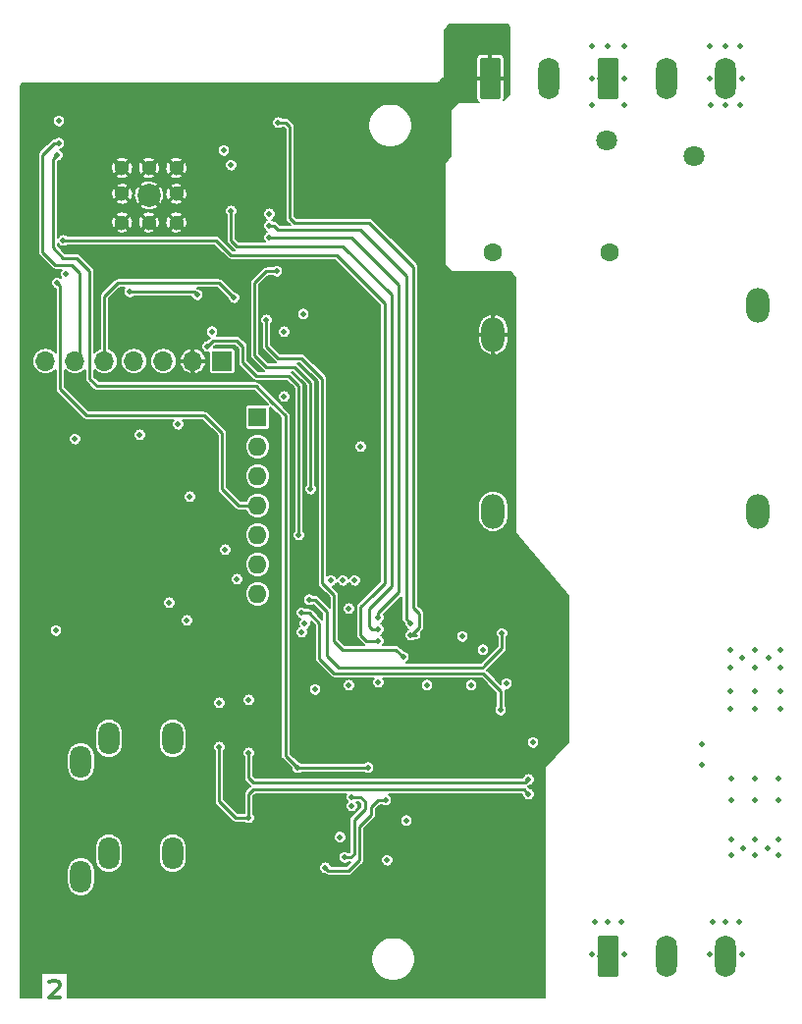
<source format=gbr>
G04 #@! TF.GenerationSoftware,KiCad,Pcbnew,5.0.2-bee76a0~70~ubuntu18.04.1*
G04 #@! TF.CreationDate,2020-04-22T18:31:07+02:00*
G04 #@! TF.ProjectId,Energy_Meter,456e6572-6779-45f4-9d65-7465722e6b69,rev?*
G04 #@! TF.SameCoordinates,Original*
G04 #@! TF.FileFunction,Copper,L2,Inr*
G04 #@! TF.FilePolarity,Positive*
%FSLAX46Y46*%
G04 Gerber Fmt 4.6, Leading zero omitted, Abs format (unit mm)*
G04 Created by KiCad (PCBNEW 5.0.2-bee76a0~70~ubuntu18.04.1) date mer. 22 avril 2020 18:31:07 CEST*
%MOMM*%
%LPD*%
G01*
G04 APERTURE LIST*
G04 #@! TA.AperFunction,NonConductor*
%ADD10C,0.300000*%
G04 #@! TD*
G04 #@! TA.AperFunction,Conductor*
%ADD11C,0.100000*%
G04 #@! TD*
G04 #@! TA.AperFunction,ViaPad*
%ADD12C,1.800000*%
G04 #@! TD*
G04 #@! TA.AperFunction,ViaPad*
%ADD13O,1.800000X3.600000*%
G04 #@! TD*
G04 #@! TA.AperFunction,ViaPad*
%ADD14O,2.000000X3.000000*%
G04 #@! TD*
G04 #@! TA.AperFunction,ViaPad*
%ADD15C,1.300000*%
G04 #@! TD*
G04 #@! TA.AperFunction,ViaPad*
%ADD16C,2.000000*%
G04 #@! TD*
G04 #@! TA.AperFunction,ViaPad*
%ADD17C,1.600000*%
G04 #@! TD*
G04 #@! TA.AperFunction,ViaPad*
%ADD18O,1.800000X2.800000*%
G04 #@! TD*
G04 #@! TA.AperFunction,ViaPad*
%ADD19R,1.700000X1.700000*%
G04 #@! TD*
G04 #@! TA.AperFunction,ViaPad*
%ADD20O,1.700000X1.700000*%
G04 #@! TD*
G04 #@! TA.AperFunction,ViaPad*
%ADD21R,1.600000X1.600000*%
G04 #@! TD*
G04 #@! TA.AperFunction,ViaPad*
%ADD22O,1.600000X1.600000*%
G04 #@! TD*
G04 #@! TA.AperFunction,ViaPad*
%ADD23C,0.500000*%
G04 #@! TD*
G04 #@! TA.AperFunction,Conductor*
%ADD24C,0.250000*%
G04 #@! TD*
G04 #@! TA.AperFunction,Conductor*
%ADD25C,0.180000*%
G04 #@! TD*
G04 APERTURE END LIST*
D10*
X173815428Y-174708428D02*
X173886857Y-174637000D01*
X174029714Y-174565571D01*
X174386857Y-174565571D01*
X174529714Y-174637000D01*
X174601142Y-174708428D01*
X174672571Y-174851285D01*
X174672571Y-174994142D01*
X174601142Y-175208428D01*
X173744000Y-176065571D01*
X174672571Y-176065571D01*
D11*
G04 #@! TO.N,GND*
G04 #@! TO.C,J7*
G36*
X212510504Y-94975204D02*
X212534773Y-94978804D01*
X212558571Y-94984765D01*
X212581671Y-94993030D01*
X212603849Y-95003520D01*
X212624893Y-95016133D01*
X212644598Y-95030747D01*
X212662777Y-95047223D01*
X212679253Y-95065402D01*
X212693867Y-95085107D01*
X212706480Y-95106151D01*
X212716970Y-95128329D01*
X212725235Y-95151429D01*
X212731196Y-95175227D01*
X212734796Y-95199496D01*
X212736000Y-95224000D01*
X212736000Y-98324000D01*
X212734796Y-98348504D01*
X212731196Y-98372773D01*
X212725235Y-98396571D01*
X212716970Y-98419671D01*
X212706480Y-98441849D01*
X212693867Y-98462893D01*
X212679253Y-98482598D01*
X212662777Y-98500777D01*
X212644598Y-98517253D01*
X212624893Y-98531867D01*
X212603849Y-98544480D01*
X212581671Y-98554970D01*
X212558571Y-98563235D01*
X212534773Y-98569196D01*
X212510504Y-98572796D01*
X212486000Y-98574000D01*
X211186000Y-98574000D01*
X211161496Y-98572796D01*
X211137227Y-98569196D01*
X211113429Y-98563235D01*
X211090329Y-98554970D01*
X211068151Y-98544480D01*
X211047107Y-98531867D01*
X211027402Y-98517253D01*
X211009223Y-98500777D01*
X210992747Y-98482598D01*
X210978133Y-98462893D01*
X210965520Y-98441849D01*
X210955030Y-98419671D01*
X210946765Y-98396571D01*
X210940804Y-98372773D01*
X210937204Y-98348504D01*
X210936000Y-98324000D01*
X210936000Y-95224000D01*
X210937204Y-95199496D01*
X210940804Y-95175227D01*
X210946765Y-95151429D01*
X210955030Y-95128329D01*
X210965520Y-95106151D01*
X210978133Y-95085107D01*
X210992747Y-95065402D01*
X211009223Y-95047223D01*
X211027402Y-95030747D01*
X211047107Y-95016133D01*
X211068151Y-95003520D01*
X211090329Y-94993030D01*
X211113429Y-94984765D01*
X211137227Y-94978804D01*
X211161496Y-94975204D01*
X211186000Y-94974000D01*
X212486000Y-94974000D01*
X212510504Y-94975204D01*
X212510504Y-94975204D01*
G37*
D12*
X211836000Y-96774000D03*
D13*
G04 #@! TO.N,Net-(J7-Pad2)*
X216916000Y-96774000D03*
G04 #@! TD*
D14*
G04 #@! TO.N,/Neutral*
G04 #@! TO.C,PS1*
X234950000Y-134112000D03*
G04 #@! TO.N,+3V3*
X212090000Y-134112000D03*
G04 #@! TO.N,GND*
X212090000Y-118872000D03*
G04 #@! TO.N,Net-(F1-Pad2)*
X234950000Y-116332000D03*
G04 #@! TD*
D15*
G04 #@! TO.N,GND*
G04 #@! TO.C,U3*
X180077600Y-109193800D03*
D16*
X182389000Y-106857000D03*
D15*
X184751200Y-109193800D03*
X180077600Y-104494800D03*
X184751200Y-104494800D03*
X182389000Y-104494800D03*
X182389000Y-109193800D03*
X180077600Y-106730000D03*
X184751200Y-106730000D03*
G04 #@! TD*
D17*
G04 #@! TO.N,GND*
G04 #@! TO.C,C26*
X212090000Y-111760000D03*
G04 #@! TO.N,/Neutral*
X222090000Y-111760000D03*
G04 #@! TD*
D11*
G04 #@! TO.N,/Neutral*
G04 #@! TO.C,J1*
G36*
X222670504Y-94975204D02*
X222694773Y-94978804D01*
X222718571Y-94984765D01*
X222741671Y-94993030D01*
X222763849Y-95003520D01*
X222784893Y-95016133D01*
X222804598Y-95030747D01*
X222822777Y-95047223D01*
X222839253Y-95065402D01*
X222853867Y-95085107D01*
X222866480Y-95106151D01*
X222876970Y-95128329D01*
X222885235Y-95151429D01*
X222891196Y-95175227D01*
X222894796Y-95199496D01*
X222896000Y-95224000D01*
X222896000Y-98324000D01*
X222894796Y-98348504D01*
X222891196Y-98372773D01*
X222885235Y-98396571D01*
X222876970Y-98419671D01*
X222866480Y-98441849D01*
X222853867Y-98462893D01*
X222839253Y-98482598D01*
X222822777Y-98500777D01*
X222804598Y-98517253D01*
X222784893Y-98531867D01*
X222763849Y-98544480D01*
X222741671Y-98554970D01*
X222718571Y-98563235D01*
X222694773Y-98569196D01*
X222670504Y-98572796D01*
X222646000Y-98574000D01*
X221346000Y-98574000D01*
X221321496Y-98572796D01*
X221297227Y-98569196D01*
X221273429Y-98563235D01*
X221250329Y-98554970D01*
X221228151Y-98544480D01*
X221207107Y-98531867D01*
X221187402Y-98517253D01*
X221169223Y-98500777D01*
X221152747Y-98482598D01*
X221138133Y-98462893D01*
X221125520Y-98441849D01*
X221115030Y-98419671D01*
X221106765Y-98396571D01*
X221100804Y-98372773D01*
X221097204Y-98348504D01*
X221096000Y-98324000D01*
X221096000Y-95224000D01*
X221097204Y-95199496D01*
X221100804Y-95175227D01*
X221106765Y-95151429D01*
X221115030Y-95128329D01*
X221125520Y-95106151D01*
X221138133Y-95085107D01*
X221152747Y-95065402D01*
X221169223Y-95047223D01*
X221187402Y-95030747D01*
X221207107Y-95016133D01*
X221228151Y-95003520D01*
X221250329Y-94993030D01*
X221273429Y-94984765D01*
X221297227Y-94978804D01*
X221321496Y-94975204D01*
X221346000Y-94974000D01*
X222646000Y-94974000D01*
X222670504Y-94975204D01*
X222670504Y-94975204D01*
G37*
D12*
X221996000Y-96774000D03*
D13*
G04 #@! TO.N,Earth*
X227076000Y-96774000D03*
G04 #@! TO.N,/Ph*
X232156000Y-96774000D03*
G04 #@! TD*
G04 #@! TO.N,Net-(J2-Pad3)*
G04 #@! TO.C,J2*
X232156000Y-172466000D03*
G04 #@! TO.N,Earth*
X227076000Y-172466000D03*
D11*
G04 #@! TO.N,/Neutral*
G36*
X222670504Y-170667204D02*
X222694773Y-170670804D01*
X222718571Y-170676765D01*
X222741671Y-170685030D01*
X222763849Y-170695520D01*
X222784893Y-170708133D01*
X222804598Y-170722747D01*
X222822777Y-170739223D01*
X222839253Y-170757402D01*
X222853867Y-170777107D01*
X222866480Y-170798151D01*
X222876970Y-170820329D01*
X222885235Y-170843429D01*
X222891196Y-170867227D01*
X222894796Y-170891496D01*
X222896000Y-170916000D01*
X222896000Y-174016000D01*
X222894796Y-174040504D01*
X222891196Y-174064773D01*
X222885235Y-174088571D01*
X222876970Y-174111671D01*
X222866480Y-174133849D01*
X222853867Y-174154893D01*
X222839253Y-174174598D01*
X222822777Y-174192777D01*
X222804598Y-174209253D01*
X222784893Y-174223867D01*
X222763849Y-174236480D01*
X222741671Y-174246970D01*
X222718571Y-174255235D01*
X222694773Y-174261196D01*
X222670504Y-174264796D01*
X222646000Y-174266000D01*
X221346000Y-174266000D01*
X221321496Y-174264796D01*
X221297227Y-174261196D01*
X221273429Y-174255235D01*
X221250329Y-174246970D01*
X221228151Y-174236480D01*
X221207107Y-174223867D01*
X221187402Y-174209253D01*
X221169223Y-174192777D01*
X221152747Y-174174598D01*
X221138133Y-174154893D01*
X221125520Y-174133849D01*
X221115030Y-174111671D01*
X221106765Y-174088571D01*
X221100804Y-174064773D01*
X221097204Y-174040504D01*
X221096000Y-174016000D01*
X221096000Y-170916000D01*
X221097204Y-170891496D01*
X221100804Y-170867227D01*
X221106765Y-170843429D01*
X221115030Y-170820329D01*
X221125520Y-170798151D01*
X221138133Y-170777107D01*
X221152747Y-170757402D01*
X221169223Y-170739223D01*
X221187402Y-170722747D01*
X221207107Y-170708133D01*
X221228151Y-170695520D01*
X221250329Y-170685030D01*
X221273429Y-170676765D01*
X221297227Y-170670804D01*
X221321496Y-170667204D01*
X221346000Y-170666000D01*
X222646000Y-170666000D01*
X222670504Y-170667204D01*
X222670504Y-170667204D01*
G37*
D12*
X221996000Y-172466000D03*
G04 #@! TD*
D18*
G04 #@! TO.N,Net-(J3-PadR)*
G04 #@! TO.C,J3*
X184430000Y-153702000D03*
G04 #@! TO.N,/Measurements/I_N*
X178930000Y-153702000D03*
G04 #@! TO.N,/Measurements/I_P*
X176530000Y-155702000D03*
G04 #@! TD*
G04 #@! TO.N,/Measurements/I_HOMO_P*
G04 #@! TO.C,J4*
X176530000Y-165608000D03*
G04 #@! TO.N,/Measurements/I_HOMO_N*
X178930000Y-163608000D03*
G04 #@! TO.N,Net-(J4-PadR)*
X184430000Y-163608000D03*
G04 #@! TD*
D19*
G04 #@! TO.N,+3V3*
G04 #@! TO.C,J6*
X188722000Y-121158000D03*
D20*
G04 #@! TO.N,GND*
X186182000Y-121158000D03*
G04 #@! TO.N,/CPU_IoT/TxD0*
X183642000Y-121158000D03*
G04 #@! TO.N,/CPU_IoT/RxD0*
X181102000Y-121158000D03*
G04 #@! TO.N,/CPU_IoT/GPIO0*
X178562000Y-121158000D03*
G04 #@! TO.N,/CPU_IoT/EN*
X176022000Y-121158000D03*
G04 #@! TO.N,/CPU_IoT/SD_DATA0*
X173482000Y-121158000D03*
G04 #@! TD*
D21*
G04 #@! TO.N,+3V3*
G04 #@! TO.C,RN1*
X191770000Y-125984000D03*
D22*
G04 #@! TO.N,Net-(J5-Pad8)*
X191770000Y-128524000D03*
G04 #@! TO.N,/CPU_IoT/SD_DATA0*
X191770000Y-131064000D03*
G04 #@! TO.N,/CPU_IoT/SD_CLK*
X191770000Y-133604000D03*
G04 #@! TO.N,/CPU_IoT/SD_CMD*
X191770000Y-136144000D03*
G04 #@! TO.N,Net-(J5-Pad2)*
X191770000Y-138684000D03*
G04 #@! TO.N,Net-(J5-Pad1)*
X191770000Y-141224000D03*
G04 #@! TD*
D12*
G04 #@! TO.N,/Neutral*
G04 #@! TO.C,RV1*
X221869000Y-102108000D03*
G04 #@! TO.N,/Ph*
X229369000Y-103508000D03*
G04 #@! TD*
D23*
G04 #@! TO.N,GND*
X171577000Y-99822000D03*
X171577000Y-101092000D03*
X171577000Y-102362000D03*
X171577000Y-103632000D03*
X171577000Y-104902000D03*
X171577000Y-106172000D03*
X171577000Y-107442000D03*
X171577000Y-108712000D03*
X171577000Y-109982000D03*
X171577000Y-111252000D03*
X171577000Y-112522000D03*
X171577000Y-113792000D03*
X171577000Y-115062000D03*
X199644000Y-143764000D03*
X189738000Y-147715000D03*
X188327000Y-144526000D03*
X185307000Y-138557000D03*
X179324000Y-143891000D03*
X183896000Y-145161000D03*
X180467000Y-101346000D03*
X213487000Y-146431000D03*
X215138000Y-152400000D03*
X184277000Y-123952000D03*
X171704000Y-124841000D03*
X205105000Y-108204000D03*
X218059000Y-148971000D03*
X179197000Y-99314000D03*
X173101000Y-152908000D03*
X173101000Y-154305000D03*
X173101000Y-155702000D03*
X173101000Y-157099000D03*
X173101000Y-162814000D03*
X173101000Y-164338000D03*
X173101000Y-165862000D03*
X173101000Y-167386000D03*
X216027000Y-174625000D03*
X216027000Y-175641000D03*
X215011000Y-175641000D03*
X215519000Y-155575000D03*
X210439000Y-151257000D03*
X209169000Y-151257000D03*
X215138000Y-163576000D03*
X215138000Y-164846000D03*
X215138000Y-166116000D03*
X215138000Y-167386000D03*
X215138000Y-168656000D03*
X215138000Y-169926000D03*
X215138000Y-171323000D03*
X215138000Y-172847000D03*
X198755000Y-175387000D03*
X196342000Y-175387000D03*
X193675000Y-175387000D03*
X191135000Y-175387000D03*
X188468000Y-175387000D03*
X185674000Y-175387000D03*
X174244000Y-97536000D03*
X172847000Y-97536000D03*
X175768000Y-97536000D03*
X177419000Y-97536000D03*
X179197000Y-97536000D03*
X180594000Y-97536000D03*
X183769000Y-97536000D03*
X182118000Y-97536000D03*
X188468000Y-97536000D03*
X190119000Y-97536000D03*
X185547000Y-97536000D03*
X186944000Y-97536000D03*
G04 #@! TO.N,Net-(C1-Pad1)*
X198882000Y-162193000D03*
X202946000Y-164211000D03*
G04 #@! TO.N,/Measurements/I_MEAS_P*
X195580000Y-144526000D03*
X188468000Y-150622000D03*
G04 #@! TO.N,/Measurements/I_MEAS_N*
X191008000Y-150368000D03*
X195834000Y-143764000D03*
X185674000Y-143510000D03*
G04 #@! TO.N,/Measurements/U_MEAS_P*
X195580000Y-142875000D03*
X212725000Y-151257000D03*
G04 #@! TO.N,/Measurements/U_MEAS_N*
X212852000Y-144653000D03*
X196215000Y-141732000D03*
G04 #@! TO.N,+3.3VA*
X200660000Y-128524000D03*
X194056000Y-124206000D03*
X196723000Y-149479000D03*
X199898000Y-159512000D03*
G04 #@! TO.N,Net-(C10-Pad1)*
X199644000Y-149098000D03*
G04 #@! TO.N,+3V3*
X202184000Y-148844000D03*
X206375000Y-149098000D03*
X189992000Y-139954000D03*
X194056000Y-118618000D03*
X195707000Y-117094000D03*
X192786000Y-108458000D03*
X200152000Y-140081000D03*
X188976000Y-137414000D03*
G04 #@! TO.N,Net-(C16-Pad1)*
X174625000Y-100457000D03*
G04 #@! TO.N,Net-(C20-Pad1)*
X181610000Y-127508000D03*
X184912000Y-126619000D03*
G04 #@! TO.N,Net-(C21-Pad1)*
X176022000Y-127889000D03*
G04 #@! TO.N,Net-(D1-Pad2)*
X199263000Y-163957000D03*
X199898000Y-158750000D03*
G04 #@! TO.N,Net-(D2-Pad1)*
X215519000Y-154051000D03*
G04 #@! TO.N,Net-(D2-Pad2)*
X213233000Y-148971000D03*
G04 #@! TO.N,Net-(D4-Pad1)*
X210185000Y-149098000D03*
G04 #@! TO.N,/Measurements/I_N*
X230124000Y-154178000D03*
X215138000Y-157226000D03*
X191008000Y-154940000D03*
G04 #@! TO.N,/Measurements/I_P*
X230124000Y-155956000D03*
X215138000Y-158496000D03*
X191008000Y-160528000D03*
X188468000Y-154432000D03*
G04 #@! TO.N,/CPU_IoT/SD_DET*
X193421000Y-113411000D03*
X185928000Y-132842000D03*
X196342000Y-132207000D03*
G04 #@! TO.N,/CPU_IoT/SD_CMD*
X187452000Y-119888000D03*
X195326000Y-136144000D03*
G04 #@! TO.N,/CPU_IoT/SD_CLK*
X174498000Y-114427000D03*
G04 #@! TO.N,/CPU_IoT/SD_DATA0*
X187833000Y-118618000D03*
G04 #@! TO.N,Net-(J5-Pad11)*
X184150000Y-141986000D03*
X174371000Y-144399000D03*
G04 #@! TO.N,/CPU_IoT/TxD0*
X188849000Y-102997000D03*
G04 #@! TO.N,/CPU_IoT/RxD0*
X189484000Y-104267000D03*
G04 #@! TO.N,/CPU_IoT/GPIO0*
X189738000Y-115697000D03*
G04 #@! TO.N,/CPU_IoT/EN*
X174625000Y-102362000D03*
G04 #@! TO.N,Net-(Q2-Pad3)*
X211201000Y-146050000D03*
G04 #@! TO.N,Net-(Q2-Pad1)*
X209423000Y-144907000D03*
G04 #@! TO.N,/Measurements/ADC_I_Homopolar*
X201295000Y-156210000D03*
X174498000Y-103378000D03*
X195199000Y-156210000D03*
G04 #@! TO.N,/Measurements/DIN_SPI*
X193548000Y-100584000D03*
X204978000Y-144780000D03*
G04 #@! TO.N,/CPU_IoT/DIN_MASTER_SPI*
X189484000Y-108204000D03*
X202184000Y-144272000D03*
G04 #@! TO.N,Net-(R27-Pad1)*
X199644000Y-142494000D03*
G04 #@! TO.N,Net-(R28-Pad1)*
X199136000Y-140081000D03*
G04 #@! TO.N,/CPU_IoT/~DRDY_SPI*
X202184000Y-145288000D03*
X175006000Y-110744000D03*
G04 #@! TO.N,Net-(R30-Pad1)*
X198120000Y-140081000D03*
G04 #@! TO.N,/CPU_IoT/~RESET*
X204343000Y-146685000D03*
X192532000Y-117602000D03*
X186563000Y-115443000D03*
X180721000Y-115189000D03*
X175260000Y-113665000D03*
G04 #@! TO.N,/CPU_IoT/SCLK_SPI*
X204978000Y-143764000D03*
X192786000Y-109474000D03*
G04 #@! TO.N,/CPU_IoT/~CS_SPI*
X202184000Y-143256000D03*
X192786000Y-110490000D03*
G04 #@! TO.N,Net-(J2-Pad3)*
X230759000Y-172339000D03*
X233553000Y-172339000D03*
X233299000Y-169545000D03*
X231013000Y-169545000D03*
X236728000Y-159004000D03*
X235775500Y-163131500D03*
X236728000Y-157162500D03*
X233616500Y-163131500D03*
X234696000Y-157162500D03*
X232600500Y-157162500D03*
X232600500Y-162369500D03*
X234696000Y-159004000D03*
X232600500Y-159004000D03*
X234696000Y-162369500D03*
X236728000Y-162369500D03*
X236728000Y-163766500D03*
X232600500Y-163766500D03*
X234696000Y-163766500D03*
X232156000Y-169545000D03*
G04 #@! TO.N,Net-(D1-Pad1)*
X202819000Y-159004000D03*
X197612000Y-164846000D03*
G04 #@! TO.N,/Measurements/Vaa*
X204597000Y-160782000D03*
G04 #@! TO.N,/Neutral*
X220599000Y-99060000D03*
X220599000Y-96774000D03*
X223393000Y-99060000D03*
X223393000Y-96774000D03*
X220599000Y-172339000D03*
X223393000Y-172339000D03*
X223139000Y-169545000D03*
X220853000Y-169545000D03*
X221996000Y-169545000D03*
X221996000Y-93980000D03*
X223393000Y-93980000D03*
X220599000Y-93980000D03*
G04 #@! TO.N,/Ph*
X234696000Y-151130000D03*
X234696000Y-147574000D03*
X234696000Y-149606000D03*
X233553000Y-96774000D03*
X230886000Y-99060000D03*
X233426000Y-99060000D03*
X230759000Y-96774000D03*
X232537000Y-151130000D03*
X236855000Y-149606000D03*
X236855000Y-151130000D03*
X232537000Y-149606000D03*
X232537000Y-147574000D03*
X236855000Y-147574000D03*
X236855000Y-146050000D03*
X232537000Y-146050000D03*
X233553000Y-146748500D03*
X235839000Y-146748500D03*
X230759000Y-93980000D03*
X232156000Y-93980000D03*
X233426000Y-93980000D03*
X232156000Y-99060000D03*
X234696000Y-146050000D03*
G04 #@! TD*
D24*
G04 #@! TO.N,/Measurements/U_MEAS_P*
X197104000Y-145923000D02*
X197104000Y-146431000D01*
X197104000Y-143764000D02*
X197104000Y-144526000D01*
X197104000Y-144526000D02*
X197104000Y-145923000D01*
X204597000Y-148082000D02*
X198374000Y-148082000D01*
X212725000Y-149606000D02*
X212725000Y-151257000D01*
X211391500Y-148272500D02*
X212725000Y-149606000D01*
X211201000Y-148082000D02*
X211391500Y-148272500D01*
X204597000Y-148082000D02*
X211201000Y-148082000D01*
X195580000Y-142875000D02*
X196215000Y-142875000D01*
X196215000Y-142875000D02*
X197104000Y-143764000D01*
X197104000Y-146431000D02*
X197104000Y-146812000D01*
X197104000Y-146812000D02*
X198374000Y-148082000D01*
G04 #@! TO.N,/Measurements/U_MEAS_N*
X212852000Y-145923000D02*
X212852000Y-144653000D01*
X211328000Y-147447000D02*
X212852000Y-145923000D01*
X197739000Y-144145000D02*
X197739000Y-145669000D01*
X197739000Y-145923000D02*
X197739000Y-146304000D01*
X197739000Y-145669000D02*
X197739000Y-145923000D01*
X197739000Y-142748000D02*
X197739000Y-143383000D01*
X197739000Y-144145000D02*
X197739000Y-143383000D01*
X211201000Y-147574000D02*
X211328000Y-147447000D01*
X198755000Y-147574000D02*
X211201000Y-147574000D01*
X196215000Y-141732000D02*
X196723000Y-141732000D01*
X196723000Y-141732000D02*
X197739000Y-142748000D01*
X197739000Y-146304000D02*
X197739000Y-146558000D01*
X197739000Y-146558000D02*
X198755000Y-147574000D01*
G04 #@! TO.N,Net-(D1-Pad2)*
X199898000Y-158750000D02*
X200660000Y-158750000D01*
X199771000Y-163957000D02*
X199263000Y-163957000D01*
X200082998Y-163645002D02*
X199771000Y-163957000D01*
X200082998Y-160724002D02*
X200082998Y-163645002D01*
X201041000Y-159766000D02*
X200082998Y-160724002D01*
X201041000Y-159131000D02*
X201041000Y-159766000D01*
X200660000Y-158750000D02*
X201041000Y-159131000D01*
G04 #@! TO.N,/Measurements/I_N*
X191897000Y-157480000D02*
X193929000Y-157480000D01*
X202311000Y-157480000D02*
X193929000Y-157480000D01*
X202311000Y-157480000D02*
X214884000Y-157480000D01*
X214884000Y-157480000D02*
X215138000Y-157226000D01*
X191008000Y-154940000D02*
X191008000Y-155702000D01*
X191008000Y-155702000D02*
X191008000Y-157099000D01*
X191389000Y-157480000D02*
X191897000Y-157480000D01*
X191008000Y-157099000D02*
X191389000Y-157480000D01*
G04 #@! TO.N,/Measurements/I_P*
X188468000Y-154432000D02*
X188468000Y-157988000D01*
X191008000Y-160528000D02*
X191008000Y-159258000D01*
X200279000Y-158115000D02*
X205105000Y-158115000D01*
X192659000Y-158115000D02*
X200279000Y-158115000D01*
X205105000Y-158115000D02*
X214757000Y-158115000D01*
X214757000Y-158115000D02*
X215138000Y-158496000D01*
X192659000Y-158115000D02*
X191389000Y-158115000D01*
X191008000Y-158496000D02*
X191008000Y-159258000D01*
X191389000Y-158115000D02*
X191008000Y-158496000D01*
X188468000Y-157988000D02*
X188468000Y-159131000D01*
X189865000Y-160528000D02*
X191008000Y-160528000D01*
X188468000Y-159131000D02*
X189865000Y-160528000D01*
G04 #@! TO.N,/CPU_IoT/SD_DET*
X191516000Y-120650000D02*
X192532000Y-121666000D01*
X191516000Y-119888000D02*
X191516000Y-120650000D01*
X194945000Y-121666000D02*
X196342000Y-123063000D01*
X194691000Y-121666000D02*
X194945000Y-121666000D01*
X191516000Y-119126000D02*
X191516000Y-118491000D01*
X194691000Y-121666000D02*
X193548000Y-121666000D01*
X191516000Y-118491000D02*
X191516000Y-114427000D01*
X191516000Y-119126000D02*
X191516000Y-119888000D01*
X192532000Y-121666000D02*
X193548000Y-121666000D01*
X196342000Y-126492000D02*
X196342000Y-132207000D01*
X196342000Y-126492000D02*
X196342000Y-123063000D01*
X193421000Y-113411000D02*
X192532000Y-113411000D01*
X192532000Y-113411000D02*
X191516000Y-114427000D01*
G04 #@! TO.N,/CPU_IoT/SD_CMD*
X189738000Y-119380000D02*
X187960000Y-119380000D01*
X187960000Y-119380000D02*
X187452000Y-119888000D01*
X194437000Y-122428000D02*
X195326000Y-123317000D01*
X193548000Y-122428000D02*
X194437000Y-122428000D01*
X193548000Y-122428000D02*
X191643000Y-122428000D01*
X195326000Y-127508000D02*
X195326000Y-136144000D01*
X195326000Y-127508000D02*
X195326000Y-123317000D01*
X189992000Y-119380000D02*
X189738000Y-119380000D01*
X190500000Y-119888000D02*
X189992000Y-119380000D01*
X190500000Y-120904000D02*
X190500000Y-119888000D01*
X190500000Y-120904000D02*
X190500000Y-121285000D01*
X190500000Y-121285000D02*
X191643000Y-122428000D01*
G04 #@! TO.N,/CPU_IoT/SD_CLK*
X174752000Y-114681000D02*
X174498000Y-114427000D01*
X174752000Y-120650000D02*
X174752000Y-114681000D01*
X174752000Y-120650000D02*
X174752000Y-121539000D01*
X188722000Y-131064000D02*
X188722000Y-127381000D01*
X174752000Y-121539000D02*
X174752000Y-122936000D01*
X177038000Y-125857000D02*
X186182000Y-125857000D01*
X186182000Y-125857000D02*
X187198000Y-125857000D01*
X187198000Y-125857000D02*
X188722000Y-127381000D01*
X174752000Y-122936000D02*
X174752000Y-123571000D01*
X174752000Y-123571000D02*
X177038000Y-125857000D01*
X188722000Y-131064000D02*
X188722000Y-132207000D01*
X190119000Y-133604000D02*
X191770000Y-133604000D01*
X188722000Y-132207000D02*
X190119000Y-133604000D01*
G04 #@! TO.N,/CPU_IoT/GPIO0*
X178562000Y-116078000D02*
X178562000Y-121158000D01*
X178562000Y-116078000D02*
X178562000Y-115570000D01*
X187960000Y-114427000D02*
X180340000Y-114427000D01*
X189738000Y-115697000D02*
X188468000Y-114427000D01*
X188468000Y-114427000D02*
X187960000Y-114427000D01*
X180340000Y-114427000D02*
X179705000Y-114427000D01*
X179705000Y-114427000D02*
X178562000Y-115570000D01*
G04 #@! TO.N,/CPU_IoT/EN*
X173228000Y-110998000D02*
X173228000Y-103759000D01*
X174307500Y-112839500D02*
X174434500Y-112839500D01*
X176403000Y-113538000D02*
X176403000Y-120777000D01*
X176403000Y-120777000D02*
X176022000Y-121158000D01*
X174434500Y-112839500D02*
X175514000Y-112839500D01*
X173228000Y-103378000D02*
X173228000Y-103759000D01*
X173228000Y-110998000D02*
X173228000Y-111760000D01*
X173228000Y-111760000D02*
X174307500Y-112839500D01*
X175514000Y-112839500D02*
X175704500Y-112839500D01*
X175704500Y-112839500D02*
X176403000Y-113538000D01*
X174625000Y-102362000D02*
X174244000Y-102362000D01*
X174244000Y-102362000D02*
X173228000Y-103378000D01*
G04 #@! TO.N,/Measurements/ADC_I_Homopolar*
X195199000Y-156210000D02*
X195453000Y-156210000D01*
X195453000Y-156210000D02*
X196088000Y-156210000D01*
X196088000Y-156210000D02*
X201295000Y-156210000D01*
X177292000Y-122682000D02*
X177927000Y-123317000D01*
X177927000Y-123317000D02*
X191643000Y-123317000D01*
X191643000Y-123317000D02*
X193040000Y-124714000D01*
X177292000Y-121666000D02*
X177292000Y-122682000D01*
X176149000Y-112268000D02*
X177292000Y-113411000D01*
X177292000Y-113411000D02*
X177292000Y-113665000D01*
X176022000Y-112268000D02*
X176149000Y-112268000D01*
X174117000Y-111379000D02*
X175006000Y-112268000D01*
X175006000Y-112268000D02*
X175641000Y-112268000D01*
X174117000Y-110871000D02*
X174117000Y-111379000D01*
X175641000Y-112268000D02*
X176022000Y-112268000D01*
X194183000Y-155194000D02*
X195199000Y-156210000D01*
X194183000Y-154432000D02*
X194183000Y-155194000D01*
X177292000Y-121285000D02*
X177292000Y-121666000D01*
X193040000Y-124714000D02*
X194183000Y-125857000D01*
X194183000Y-125857000D02*
X194183000Y-127508000D01*
X177292000Y-120269000D02*
X177292000Y-121285000D01*
X174117000Y-103759000D02*
X174498000Y-103378000D01*
X174117000Y-110744000D02*
X174117000Y-103759000D01*
X177292000Y-113665000D02*
X177292000Y-114808000D01*
X174117000Y-110744000D02*
X174117000Y-110871000D01*
X177292000Y-114808000D02*
X177292000Y-120269000D01*
X194183000Y-144145000D02*
X194183000Y-153035000D01*
X194183000Y-153035000D02*
X194183000Y-154432000D01*
X194183000Y-144145000D02*
X194183000Y-127508000D01*
G04 #@! TO.N,/Measurements/DIN_SPI*
X194564000Y-106680000D02*
X194564000Y-107696000D01*
X194564000Y-106680000D02*
X194564000Y-101600000D01*
X194564000Y-108839000D02*
X194564000Y-107696000D01*
X194945000Y-109220000D02*
X194564000Y-108839000D01*
X199644000Y-109220000D02*
X194945000Y-109220000D01*
X193548000Y-100584000D02*
X194183000Y-100584000D01*
X194564000Y-100965000D02*
X194564000Y-101600000D01*
X194183000Y-100584000D02*
X194564000Y-100965000D01*
X204978000Y-144780000D02*
X205486000Y-144780000D01*
X205486000Y-144780000D02*
X204978000Y-144780000D01*
X204978000Y-144780000D02*
X205041500Y-144780000D01*
X205041500Y-144780000D02*
X205740000Y-144081500D01*
X205740000Y-144081500D02*
X205740000Y-142938500D01*
X205740000Y-142938500D02*
X205232000Y-142430500D01*
X205232000Y-142430500D02*
X205232000Y-114427000D01*
X199644000Y-109220000D02*
X200660000Y-109220000D01*
X200660000Y-109220000D02*
X201422000Y-109220000D01*
X205232000Y-113030000D02*
X205232000Y-114427000D01*
X201422000Y-109220000D02*
X205232000Y-113030000D01*
G04 #@! TO.N,/CPU_IoT/DIN_MASTER_SPI*
X202184000Y-144272000D02*
X201676000Y-144272000D01*
X189484000Y-108204000D02*
X189484000Y-109982000D01*
X189484000Y-109982000D02*
X189484000Y-110744000D01*
X201422000Y-144018000D02*
X201676000Y-144272000D01*
X203327000Y-116078000D02*
X203327000Y-140335000D01*
X201422000Y-143256000D02*
X201422000Y-144018000D01*
X201422000Y-143256000D02*
X201422000Y-142494000D01*
X201422000Y-142494000D02*
X201676000Y-142240000D01*
X189992000Y-111252000D02*
X193294000Y-111252000D01*
X189484000Y-110744000D02*
X189992000Y-111252000D01*
X201676000Y-144272000D02*
X202184000Y-144272000D01*
X193294000Y-111252000D02*
X197866000Y-111252000D01*
X197866000Y-111252000D02*
X199136000Y-111252000D01*
X203327000Y-115443000D02*
X203327000Y-116078000D01*
X199136000Y-111252000D02*
X203327000Y-115443000D01*
X203327000Y-140335000D02*
X203327000Y-140589000D01*
X203327000Y-140589000D02*
X201676000Y-142240000D01*
G04 #@! TO.N,/CPU_IoT/~DRDY_SPI*
X201168000Y-145288000D02*
X202184000Y-145288000D01*
X202755500Y-139827000D02*
X202755500Y-116141500D01*
X193548000Y-112014000D02*
X194310000Y-112014000D01*
X188214000Y-110744000D02*
X189484000Y-112014000D01*
X189484000Y-112014000D02*
X193548000Y-112014000D01*
X175006000Y-110744000D02*
X188214000Y-110744000D01*
X196088000Y-112014000D02*
X194310000Y-112014000D01*
X196088000Y-112014000D02*
X198628000Y-112014000D01*
X198628000Y-112014000D02*
X202755500Y-116141500D01*
X202755500Y-139827000D02*
X202755500Y-140271500D01*
X202755500Y-140271500D02*
X201739500Y-141287500D01*
X201739500Y-141287500D02*
X200660000Y-142367000D01*
X200660000Y-144780000D02*
X201168000Y-145288000D01*
X200660000Y-142367000D02*
X200660000Y-144780000D01*
G04 #@! TO.N,/CPU_IoT/~RESET*
X199136000Y-146050000D02*
X200660000Y-146050000D01*
X198374000Y-143637000D02*
X198374000Y-144780000D01*
X198374000Y-143637000D02*
X198374000Y-142748000D01*
X204343000Y-146685000D02*
X203708000Y-146050000D01*
X203708000Y-146050000D02*
X200660000Y-146050000D01*
X197358000Y-133096000D02*
X197358000Y-124714000D01*
X197358000Y-122682000D02*
X197358000Y-124714000D01*
X197358000Y-133096000D02*
X197358000Y-140335000D01*
X198374000Y-142494000D02*
X198374000Y-142748000D01*
X198374000Y-142494000D02*
X198374000Y-141351000D01*
X198374000Y-141351000D02*
X197358000Y-140335000D01*
X193802000Y-120904000D02*
X194818000Y-120904000D01*
X192532000Y-117602000D02*
X192532000Y-118999000D01*
X194818000Y-120904000D02*
X195072000Y-120904000D01*
X186563000Y-115443000D02*
X186309000Y-115189000D01*
X186309000Y-115189000D02*
X180721000Y-115189000D01*
X193548000Y-120904000D02*
X193802000Y-120904000D01*
X195072000Y-120904000D02*
X195580000Y-120904000D01*
X195580000Y-120904000D02*
X197358000Y-122682000D01*
X192532000Y-118999000D02*
X192532000Y-119888000D01*
X192532000Y-119888000D02*
X193548000Y-120904000D01*
X198374000Y-144780000D02*
X198374000Y-145288000D01*
X198374000Y-145288000D02*
X199136000Y-146050000D01*
G04 #@! TO.N,/CPU_IoT/SCLK_SPI*
X204597000Y-113792000D02*
X204597000Y-114300000D01*
X204597000Y-114300000D02*
X204597000Y-143383000D01*
X204597000Y-143383000D02*
X204978000Y-143764000D01*
X192786000Y-109474000D02*
X193167000Y-109474000D01*
X193548000Y-109855000D02*
X199517000Y-109855000D01*
X193167000Y-109474000D02*
X193548000Y-109855000D01*
X199517000Y-109855000D02*
X200660000Y-109855000D01*
X200660000Y-109855000D02*
X204597000Y-113792000D01*
X204597000Y-113792000D02*
X204597000Y-114300000D01*
G04 #@! TO.N,/CPU_IoT/~CS_SPI*
X203962000Y-140462000D02*
X203962000Y-114935000D01*
X196913500Y-110490000D02*
X192786000Y-110490000D01*
X198501000Y-110490000D02*
X196913500Y-110490000D01*
X198501000Y-110490000D02*
X199898000Y-110490000D01*
X203962000Y-114554000D02*
X203962000Y-114935000D01*
X199898000Y-110490000D02*
X203962000Y-114554000D01*
X202184000Y-143256000D02*
X202184000Y-142875000D01*
X203962000Y-141097000D02*
X203962000Y-140462000D01*
X202184000Y-142875000D02*
X203962000Y-141097000D01*
G04 #@! TO.N,Net-(D1-Pad1)*
X201549000Y-160274000D02*
X200533000Y-161290000D01*
X200533000Y-161290000D02*
X200533000Y-164211000D01*
X200533000Y-164211000D02*
X199644000Y-165100000D01*
X199644000Y-165100000D02*
X197866000Y-165100000D01*
X197866000Y-165100000D02*
X197612000Y-164846000D01*
X202819000Y-159004000D02*
X202184000Y-159004000D01*
X201549000Y-159639000D02*
X201549000Y-160274000D01*
X202184000Y-159004000D02*
X201549000Y-159639000D01*
G04 #@! TD*
D25*
G04 #@! TO.N,GND*
G36*
X213524000Y-92366280D02*
X213524000Y-98133720D01*
X213018760Y-98638960D01*
X213026000Y-98602563D01*
X213026000Y-96931500D01*
X212953500Y-96859000D01*
X211921000Y-96859000D01*
X211921000Y-96879000D01*
X211751000Y-96879000D01*
X211751000Y-96859000D01*
X210718500Y-96859000D01*
X210646000Y-96931500D01*
X210646000Y-98602563D01*
X210657145Y-98658590D01*
X210679006Y-98711367D01*
X210710743Y-98758865D01*
X210751136Y-98799258D01*
X210798634Y-98830995D01*
X210827617Y-98843000D01*
X209042000Y-98843000D01*
X209024442Y-98844729D01*
X209007558Y-98849851D01*
X208991999Y-98858168D01*
X208978360Y-98869360D01*
X208470360Y-99377360D01*
X208459168Y-99390999D01*
X208450851Y-99406558D01*
X208445729Y-99423442D01*
X208444000Y-99441000D01*
X208444000Y-103467720D01*
X207962360Y-103949360D01*
X207951168Y-103962999D01*
X207942851Y-103978558D01*
X207937729Y-103995442D01*
X207936000Y-104013000D01*
X207936000Y-112903000D01*
X207937729Y-112920558D01*
X207942851Y-112937442D01*
X207951168Y-112953001D01*
X207962360Y-112966640D01*
X208470360Y-113474640D01*
X208483999Y-113485832D01*
X208499558Y-113494149D01*
X208516442Y-113499271D01*
X208534000Y-113501000D01*
X213576720Y-113501000D01*
X214032000Y-113956280D01*
X214032000Y-136017000D01*
X214033729Y-136034558D01*
X214038851Y-136051442D01*
X214047168Y-136067001D01*
X214053667Y-136075571D01*
X218604000Y-141384293D01*
X218604000Y-154013720D01*
X216598360Y-156019360D01*
X216587168Y-156032999D01*
X216578851Y-156048558D01*
X216573729Y-156065442D01*
X216572000Y-156083000D01*
X216572000Y-162944629D01*
X216556281Y-162996448D01*
X216549234Y-163068000D01*
X216551001Y-163085941D01*
X216551000Y-174099069D01*
X216549234Y-174117000D01*
X216556281Y-174188552D01*
X216572000Y-174240371D01*
X216572000Y-176059000D01*
X175398286Y-176059000D01*
X175398286Y-173942000D01*
X173089715Y-173942000D01*
X173089715Y-176059000D01*
X171286000Y-176059000D01*
X171286000Y-172533851D01*
X201564000Y-172533851D01*
X201564000Y-172906149D01*
X201636632Y-173271293D01*
X201779104Y-173615251D01*
X201985941Y-173924805D01*
X202249195Y-174188059D01*
X202558749Y-174394896D01*
X202902707Y-174537368D01*
X203267851Y-174610000D01*
X203640149Y-174610000D01*
X204005293Y-174537368D01*
X204349251Y-174394896D01*
X204658805Y-174188059D01*
X204922059Y-173924805D01*
X205128896Y-173615251D01*
X205271368Y-173271293D01*
X205344000Y-172906149D01*
X205344000Y-172533851D01*
X205271368Y-172168707D01*
X205128896Y-171824749D01*
X204922059Y-171515195D01*
X204658805Y-171251941D01*
X204349251Y-171045104D01*
X204005293Y-170902632D01*
X203640149Y-170830000D01*
X203267851Y-170830000D01*
X202902707Y-170902632D01*
X202558749Y-171045104D01*
X202249195Y-171251941D01*
X201985941Y-171515195D01*
X201779104Y-171824749D01*
X201636632Y-172168707D01*
X201564000Y-172533851D01*
X171286000Y-172533851D01*
X171286000Y-165049549D01*
X175340000Y-165049549D01*
X175340000Y-166166452D01*
X175357219Y-166341281D01*
X175425265Y-166565596D01*
X175535765Y-166772327D01*
X175684473Y-166953528D01*
X175865674Y-167102236D01*
X176072405Y-167212735D01*
X176296720Y-167280781D01*
X176530000Y-167303757D01*
X176763281Y-167280781D01*
X176987596Y-167212735D01*
X177194327Y-167102236D01*
X177375528Y-166953528D01*
X177524236Y-166772327D01*
X177634735Y-166565596D01*
X177702781Y-166341281D01*
X177720000Y-166166452D01*
X177720000Y-165049548D01*
X177702781Y-164874719D01*
X177634735Y-164650404D01*
X177524236Y-164443673D01*
X177375528Y-164262472D01*
X177194326Y-164113764D01*
X176987595Y-164003265D01*
X176763280Y-163935219D01*
X176530000Y-163912243D01*
X176296719Y-163935219D01*
X176072404Y-164003265D01*
X175865673Y-164113764D01*
X175684472Y-164262472D01*
X175535764Y-164443674D01*
X175425265Y-164650405D01*
X175357219Y-164874720D01*
X175340000Y-165049549D01*
X171286000Y-165049549D01*
X171286000Y-163049549D01*
X177740000Y-163049549D01*
X177740000Y-164166452D01*
X177757219Y-164341281D01*
X177825265Y-164565596D01*
X177935765Y-164772327D01*
X178084473Y-164953528D01*
X178265674Y-165102236D01*
X178472405Y-165212735D01*
X178696720Y-165280781D01*
X178930000Y-165303757D01*
X179163281Y-165280781D01*
X179387596Y-165212735D01*
X179594327Y-165102236D01*
X179775528Y-164953528D01*
X179924236Y-164772327D01*
X180034735Y-164565596D01*
X180102781Y-164341281D01*
X180120000Y-164166452D01*
X180120000Y-163049549D01*
X183240000Y-163049549D01*
X183240000Y-164166452D01*
X183257219Y-164341281D01*
X183325265Y-164565596D01*
X183435765Y-164772327D01*
X183584473Y-164953528D01*
X183765674Y-165102236D01*
X183972405Y-165212735D01*
X184196720Y-165280781D01*
X184430000Y-165303757D01*
X184663281Y-165280781D01*
X184887596Y-165212735D01*
X185094327Y-165102236D01*
X185275528Y-164953528D01*
X185424236Y-164772327D01*
X185534735Y-164565596D01*
X185602781Y-164341281D01*
X185620000Y-164166452D01*
X185620000Y-163049548D01*
X185602781Y-162874719D01*
X185534735Y-162650404D01*
X185424236Y-162443673D01*
X185275528Y-162262472D01*
X185126070Y-162139815D01*
X198342000Y-162139815D01*
X198342000Y-162246185D01*
X198362752Y-162350512D01*
X198403458Y-162448786D01*
X198462554Y-162537230D01*
X198537770Y-162612446D01*
X198626214Y-162671542D01*
X198724488Y-162712248D01*
X198828815Y-162733000D01*
X198935185Y-162733000D01*
X199039512Y-162712248D01*
X199137786Y-162671542D01*
X199226230Y-162612446D01*
X199301446Y-162537230D01*
X199360542Y-162448786D01*
X199401248Y-162350512D01*
X199422000Y-162246185D01*
X199422000Y-162139815D01*
X199401248Y-162035488D01*
X199360542Y-161937214D01*
X199301446Y-161848770D01*
X199226230Y-161773554D01*
X199137786Y-161714458D01*
X199039512Y-161673752D01*
X198935185Y-161653000D01*
X198828815Y-161653000D01*
X198724488Y-161673752D01*
X198626214Y-161714458D01*
X198537770Y-161773554D01*
X198462554Y-161848770D01*
X198403458Y-161937214D01*
X198362752Y-162035488D01*
X198342000Y-162139815D01*
X185126070Y-162139815D01*
X185094326Y-162113764D01*
X184887595Y-162003265D01*
X184663280Y-161935219D01*
X184430000Y-161912243D01*
X184196719Y-161935219D01*
X183972404Y-162003265D01*
X183765673Y-162113764D01*
X183584472Y-162262472D01*
X183435764Y-162443674D01*
X183325265Y-162650405D01*
X183257219Y-162874720D01*
X183240000Y-163049549D01*
X180120000Y-163049549D01*
X180120000Y-163049548D01*
X180102781Y-162874719D01*
X180034735Y-162650404D01*
X179924236Y-162443673D01*
X179775528Y-162262472D01*
X179594326Y-162113764D01*
X179387595Y-162003265D01*
X179163280Y-161935219D01*
X178930000Y-161912243D01*
X178696719Y-161935219D01*
X178472404Y-162003265D01*
X178265673Y-162113764D01*
X178084472Y-162262472D01*
X177935764Y-162443674D01*
X177825265Y-162650405D01*
X177757219Y-162874720D01*
X177740000Y-163049549D01*
X171286000Y-163049549D01*
X171286000Y-155143549D01*
X175340000Y-155143549D01*
X175340000Y-156260452D01*
X175357219Y-156435281D01*
X175425265Y-156659596D01*
X175535765Y-156866327D01*
X175684473Y-157047528D01*
X175865674Y-157196236D01*
X176072405Y-157306735D01*
X176296720Y-157374781D01*
X176530000Y-157397757D01*
X176763281Y-157374781D01*
X176987596Y-157306735D01*
X177194327Y-157196236D01*
X177375528Y-157047528D01*
X177524236Y-156866327D01*
X177634735Y-156659596D01*
X177702781Y-156435281D01*
X177720000Y-156260452D01*
X177720000Y-155143548D01*
X177702781Y-154968719D01*
X177634735Y-154744404D01*
X177524236Y-154537673D01*
X177375528Y-154356472D01*
X177194326Y-154207764D01*
X176987595Y-154097265D01*
X176763280Y-154029219D01*
X176530000Y-154006243D01*
X176296719Y-154029219D01*
X176072404Y-154097265D01*
X175865673Y-154207764D01*
X175684472Y-154356472D01*
X175535764Y-154537674D01*
X175425265Y-154744405D01*
X175357219Y-154968720D01*
X175340000Y-155143549D01*
X171286000Y-155143549D01*
X171286000Y-153143549D01*
X177740000Y-153143549D01*
X177740000Y-154260452D01*
X177757219Y-154435281D01*
X177825265Y-154659596D01*
X177935765Y-154866327D01*
X178084473Y-155047528D01*
X178265674Y-155196236D01*
X178472405Y-155306735D01*
X178696720Y-155374781D01*
X178930000Y-155397757D01*
X179163281Y-155374781D01*
X179387596Y-155306735D01*
X179594327Y-155196236D01*
X179775528Y-155047528D01*
X179924236Y-154866327D01*
X180034735Y-154659596D01*
X180102781Y-154435281D01*
X180120000Y-154260452D01*
X180120000Y-153143549D01*
X183240000Y-153143549D01*
X183240000Y-154260452D01*
X183257219Y-154435281D01*
X183325265Y-154659596D01*
X183435765Y-154866327D01*
X183584473Y-155047528D01*
X183765674Y-155196236D01*
X183972405Y-155306735D01*
X184196720Y-155374781D01*
X184430000Y-155397757D01*
X184663281Y-155374781D01*
X184887596Y-155306735D01*
X185094327Y-155196236D01*
X185275528Y-155047528D01*
X185424236Y-154866327D01*
X185534735Y-154659596D01*
X185602781Y-154435281D01*
X185608342Y-154378815D01*
X187928000Y-154378815D01*
X187928000Y-154485185D01*
X187948752Y-154589512D01*
X187989458Y-154687786D01*
X188048554Y-154776230D01*
X188053000Y-154780676D01*
X188053001Y-157967604D01*
X188053000Y-157967614D01*
X188053001Y-159110613D01*
X188050993Y-159131000D01*
X188059006Y-159212354D01*
X188082735Y-159290581D01*
X188121271Y-159362677D01*
X188160135Y-159410033D01*
X188160140Y-159410038D01*
X188173132Y-159425869D01*
X188188963Y-159438861D01*
X189557134Y-160807032D01*
X189570131Y-160822869D01*
X189633323Y-160874729D01*
X189705418Y-160913265D01*
X189783646Y-160936995D01*
X189844613Y-160943000D01*
X189844622Y-160943000D01*
X189864999Y-160945007D01*
X189885376Y-160943000D01*
X190659324Y-160943000D01*
X190663770Y-160947446D01*
X190752214Y-161006542D01*
X190850488Y-161047248D01*
X190954815Y-161068000D01*
X191061185Y-161068000D01*
X191165512Y-161047248D01*
X191263786Y-161006542D01*
X191352230Y-160947446D01*
X191427446Y-160872230D01*
X191486542Y-160783786D01*
X191527248Y-160685512D01*
X191548000Y-160581185D01*
X191548000Y-160474815D01*
X191527248Y-160370488D01*
X191486542Y-160272214D01*
X191427446Y-160183770D01*
X191423000Y-160179324D01*
X191423000Y-158667898D01*
X191560898Y-158530000D01*
X199404635Y-158530000D01*
X199378752Y-158592488D01*
X199358000Y-158696815D01*
X199358000Y-158803185D01*
X199378752Y-158907512D01*
X199419458Y-159005786D01*
X199478554Y-159094230D01*
X199515324Y-159131000D01*
X199478554Y-159167770D01*
X199419458Y-159256214D01*
X199378752Y-159354488D01*
X199358000Y-159458815D01*
X199358000Y-159565185D01*
X199378752Y-159669512D01*
X199419458Y-159767786D01*
X199478554Y-159856230D01*
X199553770Y-159931446D01*
X199642214Y-159990542D01*
X199740488Y-160031248D01*
X199844815Y-160052000D01*
X199951185Y-160052000D01*
X200055512Y-160031248D01*
X200153786Y-159990542D01*
X200242230Y-159931446D01*
X200317446Y-159856230D01*
X200376542Y-159767786D01*
X200417248Y-159669512D01*
X200438000Y-159565185D01*
X200438000Y-159458815D01*
X200417248Y-159354488D01*
X200376542Y-159256214D01*
X200317446Y-159167770D01*
X200314676Y-159165000D01*
X200488102Y-159165000D01*
X200626000Y-159302898D01*
X200626001Y-159594101D01*
X199803966Y-160416136D01*
X199788129Y-160429133D01*
X199775133Y-160444969D01*
X199736269Y-160492325D01*
X199697734Y-160564420D01*
X199697733Y-160564421D01*
X199674003Y-160642649D01*
X199667998Y-160703616D01*
X199667998Y-160703625D01*
X199665991Y-160724002D01*
X199667998Y-160744379D01*
X199667999Y-163473102D01*
X199605023Y-163536079D01*
X199518786Y-163478458D01*
X199420512Y-163437752D01*
X199316185Y-163417000D01*
X199209815Y-163417000D01*
X199105488Y-163437752D01*
X199007214Y-163478458D01*
X198918770Y-163537554D01*
X198843554Y-163612770D01*
X198784458Y-163701214D01*
X198743752Y-163799488D01*
X198723000Y-163903815D01*
X198723000Y-164010185D01*
X198743752Y-164114512D01*
X198784458Y-164212786D01*
X198843554Y-164301230D01*
X198918770Y-164376446D01*
X199007214Y-164435542D01*
X199105488Y-164476248D01*
X199209815Y-164497000D01*
X199316185Y-164497000D01*
X199420512Y-164476248D01*
X199518786Y-164435542D01*
X199607230Y-164376446D01*
X199611676Y-164372000D01*
X199750623Y-164372000D01*
X199771000Y-164374007D01*
X199784416Y-164372686D01*
X199472102Y-164685000D01*
X198129803Y-164685000D01*
X198090542Y-164590214D01*
X198031446Y-164501770D01*
X197956230Y-164426554D01*
X197867786Y-164367458D01*
X197769512Y-164326752D01*
X197665185Y-164306000D01*
X197558815Y-164306000D01*
X197454488Y-164326752D01*
X197356214Y-164367458D01*
X197267770Y-164426554D01*
X197192554Y-164501770D01*
X197133458Y-164590214D01*
X197092752Y-164688488D01*
X197072000Y-164792815D01*
X197072000Y-164899185D01*
X197092752Y-165003512D01*
X197133458Y-165101786D01*
X197192554Y-165190230D01*
X197267770Y-165265446D01*
X197356214Y-165324542D01*
X197454488Y-165365248D01*
X197558815Y-165386000D01*
X197563852Y-165386000D01*
X197571131Y-165394869D01*
X197634323Y-165446729D01*
X197706418Y-165485265D01*
X197784646Y-165508995D01*
X197845613Y-165515000D01*
X197845622Y-165515000D01*
X197865999Y-165517007D01*
X197886376Y-165515000D01*
X199623623Y-165515000D01*
X199644000Y-165517007D01*
X199664377Y-165515000D01*
X199664387Y-165515000D01*
X199725354Y-165508995D01*
X199803582Y-165485265D01*
X199875677Y-165446729D01*
X199938869Y-165394869D01*
X199951866Y-165379032D01*
X200812037Y-164518862D01*
X200827869Y-164505869D01*
X200840861Y-164490038D01*
X200840865Y-164490034D01*
X200879729Y-164442678D01*
X200918265Y-164370582D01*
X200919657Y-164365994D01*
X200941995Y-164292354D01*
X200948000Y-164231387D01*
X200948000Y-164231377D01*
X200950007Y-164211000D01*
X200948000Y-164190623D01*
X200948000Y-164157815D01*
X202406000Y-164157815D01*
X202406000Y-164264185D01*
X202426752Y-164368512D01*
X202467458Y-164466786D01*
X202526554Y-164555230D01*
X202601770Y-164630446D01*
X202690214Y-164689542D01*
X202788488Y-164730248D01*
X202892815Y-164751000D01*
X202999185Y-164751000D01*
X203103512Y-164730248D01*
X203201786Y-164689542D01*
X203290230Y-164630446D01*
X203365446Y-164555230D01*
X203424542Y-164466786D01*
X203465248Y-164368512D01*
X203486000Y-164264185D01*
X203486000Y-164157815D01*
X203465248Y-164053488D01*
X203424542Y-163955214D01*
X203365446Y-163866770D01*
X203290230Y-163791554D01*
X203201786Y-163732458D01*
X203103512Y-163691752D01*
X202999185Y-163671000D01*
X202892815Y-163671000D01*
X202788488Y-163691752D01*
X202690214Y-163732458D01*
X202601770Y-163791554D01*
X202526554Y-163866770D01*
X202467458Y-163955214D01*
X202426752Y-164053488D01*
X202406000Y-164157815D01*
X200948000Y-164157815D01*
X200948000Y-161461898D01*
X201681083Y-160728815D01*
X204057000Y-160728815D01*
X204057000Y-160835185D01*
X204077752Y-160939512D01*
X204118458Y-161037786D01*
X204177554Y-161126230D01*
X204252770Y-161201446D01*
X204341214Y-161260542D01*
X204439488Y-161301248D01*
X204543815Y-161322000D01*
X204650185Y-161322000D01*
X204754512Y-161301248D01*
X204852786Y-161260542D01*
X204941230Y-161201446D01*
X205016446Y-161126230D01*
X205075542Y-161037786D01*
X205116248Y-160939512D01*
X205137000Y-160835185D01*
X205137000Y-160728815D01*
X205116248Y-160624488D01*
X205075542Y-160526214D01*
X205016446Y-160437770D01*
X204941230Y-160362554D01*
X204852786Y-160303458D01*
X204754512Y-160262752D01*
X204650185Y-160242000D01*
X204543815Y-160242000D01*
X204439488Y-160262752D01*
X204341214Y-160303458D01*
X204252770Y-160362554D01*
X204177554Y-160437770D01*
X204118458Y-160526214D01*
X204077752Y-160624488D01*
X204057000Y-160728815D01*
X201681083Y-160728815D01*
X201828037Y-160581862D01*
X201843869Y-160568869D01*
X201856861Y-160553038D01*
X201856865Y-160553034D01*
X201895729Y-160505678D01*
X201934265Y-160433582D01*
X201935615Y-160429133D01*
X201957995Y-160355354D01*
X201964000Y-160294387D01*
X201964000Y-160294377D01*
X201966007Y-160274000D01*
X201964000Y-160253623D01*
X201964000Y-159810898D01*
X202355899Y-159419000D01*
X202470324Y-159419000D01*
X202474770Y-159423446D01*
X202563214Y-159482542D01*
X202661488Y-159523248D01*
X202765815Y-159544000D01*
X202872185Y-159544000D01*
X202976512Y-159523248D01*
X203074786Y-159482542D01*
X203163230Y-159423446D01*
X203238446Y-159348230D01*
X203297542Y-159259786D01*
X203338248Y-159161512D01*
X203359000Y-159057185D01*
X203359000Y-158950815D01*
X203338248Y-158846488D01*
X203297542Y-158748214D01*
X203238446Y-158659770D01*
X203163230Y-158584554D01*
X203081584Y-158530000D01*
X214585102Y-158530000D01*
X214598000Y-158542898D01*
X214598000Y-158549185D01*
X214618752Y-158653512D01*
X214659458Y-158751786D01*
X214718554Y-158840230D01*
X214793770Y-158915446D01*
X214882214Y-158974542D01*
X214980488Y-159015248D01*
X215084815Y-159036000D01*
X215191185Y-159036000D01*
X215295512Y-159015248D01*
X215393786Y-158974542D01*
X215482230Y-158915446D01*
X215557446Y-158840230D01*
X215616542Y-158751786D01*
X215657248Y-158653512D01*
X215678000Y-158549185D01*
X215678000Y-158442815D01*
X215657248Y-158338488D01*
X215616542Y-158240214D01*
X215557446Y-158151770D01*
X215482230Y-158076554D01*
X215393786Y-158017458D01*
X215295512Y-157976752D01*
X215191185Y-157956000D01*
X215184898Y-157956000D01*
X215076544Y-157847646D01*
X215115677Y-157826729D01*
X215178869Y-157774869D01*
X215186148Y-157766000D01*
X215191185Y-157766000D01*
X215295512Y-157745248D01*
X215393786Y-157704542D01*
X215482230Y-157645446D01*
X215557446Y-157570230D01*
X215616542Y-157481786D01*
X215657248Y-157383512D01*
X215678000Y-157279185D01*
X215678000Y-157172815D01*
X215657248Y-157068488D01*
X215616542Y-156970214D01*
X215557446Y-156881770D01*
X215482230Y-156806554D01*
X215393786Y-156747458D01*
X215295512Y-156706752D01*
X215191185Y-156686000D01*
X215084815Y-156686000D01*
X214980488Y-156706752D01*
X214882214Y-156747458D01*
X214793770Y-156806554D01*
X214718554Y-156881770D01*
X214659458Y-156970214D01*
X214620197Y-157065000D01*
X191560898Y-157065000D01*
X191423000Y-156927102D01*
X191423000Y-155288676D01*
X191427446Y-155284230D01*
X191486542Y-155195786D01*
X191527248Y-155097512D01*
X191548000Y-154993185D01*
X191548000Y-154886815D01*
X191527248Y-154782488D01*
X191486542Y-154684214D01*
X191427446Y-154595770D01*
X191352230Y-154520554D01*
X191263786Y-154461458D01*
X191165512Y-154420752D01*
X191061185Y-154400000D01*
X190954815Y-154400000D01*
X190850488Y-154420752D01*
X190752214Y-154461458D01*
X190663770Y-154520554D01*
X190588554Y-154595770D01*
X190529458Y-154684214D01*
X190488752Y-154782488D01*
X190468000Y-154886815D01*
X190468000Y-154993185D01*
X190488752Y-155097512D01*
X190529458Y-155195786D01*
X190588554Y-155284230D01*
X190593000Y-155288676D01*
X190593001Y-155681604D01*
X190593000Y-155681614D01*
X190593001Y-157078614D01*
X190590993Y-157099000D01*
X190599006Y-157180354D01*
X190622735Y-157258581D01*
X190661271Y-157330677D01*
X190700135Y-157378033D01*
X190700140Y-157378038D01*
X190713132Y-157393869D01*
X190728963Y-157406861D01*
X191081134Y-157759032D01*
X191094131Y-157774869D01*
X191121707Y-157797500D01*
X191094131Y-157820131D01*
X191081134Y-157835968D01*
X190728968Y-158188134D01*
X190713131Y-158201131D01*
X190700136Y-158216966D01*
X190700135Y-158216967D01*
X190661271Y-158264323D01*
X190655787Y-158274583D01*
X190622735Y-158336419D01*
X190599005Y-158414647D01*
X190593000Y-158475614D01*
X190593000Y-158475623D01*
X190590993Y-158496000D01*
X190593000Y-158516377D01*
X190593001Y-159237613D01*
X190593000Y-160113000D01*
X190036898Y-160113000D01*
X188883000Y-158959102D01*
X188883000Y-154780676D01*
X188887446Y-154776230D01*
X188946542Y-154687786D01*
X188987248Y-154589512D01*
X189008000Y-154485185D01*
X189008000Y-154378815D01*
X188987248Y-154274488D01*
X188946542Y-154176214D01*
X188887446Y-154087770D01*
X188812230Y-154012554D01*
X188723786Y-153953458D01*
X188625512Y-153912752D01*
X188521185Y-153892000D01*
X188414815Y-153892000D01*
X188310488Y-153912752D01*
X188212214Y-153953458D01*
X188123770Y-154012554D01*
X188048554Y-154087770D01*
X187989458Y-154176214D01*
X187948752Y-154274488D01*
X187928000Y-154378815D01*
X185608342Y-154378815D01*
X185620000Y-154260452D01*
X185620000Y-153143548D01*
X185602781Y-152968719D01*
X185534735Y-152744404D01*
X185424236Y-152537673D01*
X185275528Y-152356472D01*
X185094326Y-152207764D01*
X184887595Y-152097265D01*
X184663280Y-152029219D01*
X184430000Y-152006243D01*
X184196719Y-152029219D01*
X183972404Y-152097265D01*
X183765673Y-152207764D01*
X183584472Y-152356472D01*
X183435764Y-152537674D01*
X183325265Y-152744405D01*
X183257219Y-152968720D01*
X183240000Y-153143549D01*
X180120000Y-153143549D01*
X180120000Y-153143548D01*
X180102781Y-152968719D01*
X180034735Y-152744404D01*
X179924236Y-152537673D01*
X179775528Y-152356472D01*
X179594326Y-152207764D01*
X179387595Y-152097265D01*
X179163280Y-152029219D01*
X178930000Y-152006243D01*
X178696719Y-152029219D01*
X178472404Y-152097265D01*
X178265673Y-152207764D01*
X178084472Y-152356472D01*
X177935764Y-152537674D01*
X177825265Y-152744405D01*
X177757219Y-152968720D01*
X177740000Y-153143549D01*
X171286000Y-153143549D01*
X171286000Y-150568815D01*
X187928000Y-150568815D01*
X187928000Y-150675185D01*
X187948752Y-150779512D01*
X187989458Y-150877786D01*
X188048554Y-150966230D01*
X188123770Y-151041446D01*
X188212214Y-151100542D01*
X188310488Y-151141248D01*
X188414815Y-151162000D01*
X188521185Y-151162000D01*
X188625512Y-151141248D01*
X188723786Y-151100542D01*
X188812230Y-151041446D01*
X188887446Y-150966230D01*
X188946542Y-150877786D01*
X188987248Y-150779512D01*
X189008000Y-150675185D01*
X189008000Y-150568815D01*
X188987248Y-150464488D01*
X188946542Y-150366214D01*
X188912199Y-150314815D01*
X190468000Y-150314815D01*
X190468000Y-150421185D01*
X190488752Y-150525512D01*
X190529458Y-150623786D01*
X190588554Y-150712230D01*
X190663770Y-150787446D01*
X190752214Y-150846542D01*
X190850488Y-150887248D01*
X190954815Y-150908000D01*
X191061185Y-150908000D01*
X191165512Y-150887248D01*
X191263786Y-150846542D01*
X191352230Y-150787446D01*
X191427446Y-150712230D01*
X191486542Y-150623786D01*
X191527248Y-150525512D01*
X191548000Y-150421185D01*
X191548000Y-150314815D01*
X191527248Y-150210488D01*
X191486542Y-150112214D01*
X191427446Y-150023770D01*
X191352230Y-149948554D01*
X191263786Y-149889458D01*
X191165512Y-149848752D01*
X191061185Y-149828000D01*
X190954815Y-149828000D01*
X190850488Y-149848752D01*
X190752214Y-149889458D01*
X190663770Y-149948554D01*
X190588554Y-150023770D01*
X190529458Y-150112214D01*
X190488752Y-150210488D01*
X190468000Y-150314815D01*
X188912199Y-150314815D01*
X188887446Y-150277770D01*
X188812230Y-150202554D01*
X188723786Y-150143458D01*
X188625512Y-150102752D01*
X188521185Y-150082000D01*
X188414815Y-150082000D01*
X188310488Y-150102752D01*
X188212214Y-150143458D01*
X188123770Y-150202554D01*
X188048554Y-150277770D01*
X187989458Y-150366214D01*
X187948752Y-150464488D01*
X187928000Y-150568815D01*
X171286000Y-150568815D01*
X171286000Y-144345815D01*
X173831000Y-144345815D01*
X173831000Y-144452185D01*
X173851752Y-144556512D01*
X173892458Y-144654786D01*
X173951554Y-144743230D01*
X174026770Y-144818446D01*
X174115214Y-144877542D01*
X174213488Y-144918248D01*
X174317815Y-144939000D01*
X174424185Y-144939000D01*
X174528512Y-144918248D01*
X174626786Y-144877542D01*
X174715230Y-144818446D01*
X174790446Y-144743230D01*
X174849542Y-144654786D01*
X174890248Y-144556512D01*
X174911000Y-144452185D01*
X174911000Y-144345815D01*
X174890248Y-144241488D01*
X174849542Y-144143214D01*
X174790446Y-144054770D01*
X174715230Y-143979554D01*
X174626786Y-143920458D01*
X174528512Y-143879752D01*
X174424185Y-143859000D01*
X174317815Y-143859000D01*
X174213488Y-143879752D01*
X174115214Y-143920458D01*
X174026770Y-143979554D01*
X173951554Y-144054770D01*
X173892458Y-144143214D01*
X173851752Y-144241488D01*
X173831000Y-144345815D01*
X171286000Y-144345815D01*
X171286000Y-143456815D01*
X185134000Y-143456815D01*
X185134000Y-143563185D01*
X185154752Y-143667512D01*
X185195458Y-143765786D01*
X185254554Y-143854230D01*
X185329770Y-143929446D01*
X185418214Y-143988542D01*
X185516488Y-144029248D01*
X185620815Y-144050000D01*
X185727185Y-144050000D01*
X185831512Y-144029248D01*
X185929786Y-143988542D01*
X186018230Y-143929446D01*
X186093446Y-143854230D01*
X186152542Y-143765786D01*
X186193248Y-143667512D01*
X186214000Y-143563185D01*
X186214000Y-143456815D01*
X186193248Y-143352488D01*
X186152542Y-143254214D01*
X186093446Y-143165770D01*
X186018230Y-143090554D01*
X185929786Y-143031458D01*
X185831512Y-142990752D01*
X185727185Y-142970000D01*
X185620815Y-142970000D01*
X185516488Y-142990752D01*
X185418214Y-143031458D01*
X185329770Y-143090554D01*
X185254554Y-143165770D01*
X185195458Y-143254214D01*
X185154752Y-143352488D01*
X185134000Y-143456815D01*
X171286000Y-143456815D01*
X171286000Y-141932815D01*
X183610000Y-141932815D01*
X183610000Y-142039185D01*
X183630752Y-142143512D01*
X183671458Y-142241786D01*
X183730554Y-142330230D01*
X183805770Y-142405446D01*
X183894214Y-142464542D01*
X183992488Y-142505248D01*
X184096815Y-142526000D01*
X184203185Y-142526000D01*
X184307512Y-142505248D01*
X184405786Y-142464542D01*
X184494230Y-142405446D01*
X184569446Y-142330230D01*
X184628542Y-142241786D01*
X184669248Y-142143512D01*
X184690000Y-142039185D01*
X184690000Y-141932815D01*
X184669248Y-141828488D01*
X184628542Y-141730214D01*
X184569446Y-141641770D01*
X184494230Y-141566554D01*
X184405786Y-141507458D01*
X184307512Y-141466752D01*
X184203185Y-141446000D01*
X184096815Y-141446000D01*
X183992488Y-141466752D01*
X183894214Y-141507458D01*
X183805770Y-141566554D01*
X183730554Y-141641770D01*
X183671458Y-141730214D01*
X183630752Y-141828488D01*
X183610000Y-141932815D01*
X171286000Y-141932815D01*
X171286000Y-141224000D01*
X190674726Y-141224000D01*
X190695771Y-141437677D01*
X190758099Y-141643143D01*
X190859313Y-141832502D01*
X190995524Y-141998476D01*
X191161498Y-142134687D01*
X191350857Y-142235901D01*
X191556323Y-142298229D01*
X191716451Y-142314000D01*
X191823549Y-142314000D01*
X191983677Y-142298229D01*
X192189143Y-142235901D01*
X192378502Y-142134687D01*
X192544476Y-141998476D01*
X192680687Y-141832502D01*
X192781901Y-141643143D01*
X192844229Y-141437677D01*
X192865274Y-141224000D01*
X192844229Y-141010323D01*
X192781901Y-140804857D01*
X192680687Y-140615498D01*
X192544476Y-140449524D01*
X192378502Y-140313313D01*
X192189143Y-140212099D01*
X191983677Y-140149771D01*
X191823549Y-140134000D01*
X191716451Y-140134000D01*
X191556323Y-140149771D01*
X191350857Y-140212099D01*
X191161498Y-140313313D01*
X190995524Y-140449524D01*
X190859313Y-140615498D01*
X190758099Y-140804857D01*
X190695771Y-141010323D01*
X190674726Y-141224000D01*
X171286000Y-141224000D01*
X171286000Y-139900815D01*
X189452000Y-139900815D01*
X189452000Y-140007185D01*
X189472752Y-140111512D01*
X189513458Y-140209786D01*
X189572554Y-140298230D01*
X189647770Y-140373446D01*
X189736214Y-140432542D01*
X189834488Y-140473248D01*
X189938815Y-140494000D01*
X190045185Y-140494000D01*
X190149512Y-140473248D01*
X190247786Y-140432542D01*
X190336230Y-140373446D01*
X190411446Y-140298230D01*
X190470542Y-140209786D01*
X190511248Y-140111512D01*
X190532000Y-140007185D01*
X190532000Y-139900815D01*
X190511248Y-139796488D01*
X190470542Y-139698214D01*
X190411446Y-139609770D01*
X190336230Y-139534554D01*
X190247786Y-139475458D01*
X190149512Y-139434752D01*
X190045185Y-139414000D01*
X189938815Y-139414000D01*
X189834488Y-139434752D01*
X189736214Y-139475458D01*
X189647770Y-139534554D01*
X189572554Y-139609770D01*
X189513458Y-139698214D01*
X189472752Y-139796488D01*
X189452000Y-139900815D01*
X171286000Y-139900815D01*
X171286000Y-138684000D01*
X190674726Y-138684000D01*
X190695771Y-138897677D01*
X190758099Y-139103143D01*
X190859313Y-139292502D01*
X190995524Y-139458476D01*
X191161498Y-139594687D01*
X191350857Y-139695901D01*
X191556323Y-139758229D01*
X191716451Y-139774000D01*
X191823549Y-139774000D01*
X191983677Y-139758229D01*
X192189143Y-139695901D01*
X192378502Y-139594687D01*
X192544476Y-139458476D01*
X192680687Y-139292502D01*
X192781901Y-139103143D01*
X192844229Y-138897677D01*
X192865274Y-138684000D01*
X192844229Y-138470323D01*
X192781901Y-138264857D01*
X192680687Y-138075498D01*
X192544476Y-137909524D01*
X192378502Y-137773313D01*
X192189143Y-137672099D01*
X191983677Y-137609771D01*
X191823549Y-137594000D01*
X191716451Y-137594000D01*
X191556323Y-137609771D01*
X191350857Y-137672099D01*
X191161498Y-137773313D01*
X190995524Y-137909524D01*
X190859313Y-138075498D01*
X190758099Y-138264857D01*
X190695771Y-138470323D01*
X190674726Y-138684000D01*
X171286000Y-138684000D01*
X171286000Y-137360815D01*
X188436000Y-137360815D01*
X188436000Y-137467185D01*
X188456752Y-137571512D01*
X188497458Y-137669786D01*
X188556554Y-137758230D01*
X188631770Y-137833446D01*
X188720214Y-137892542D01*
X188818488Y-137933248D01*
X188922815Y-137954000D01*
X189029185Y-137954000D01*
X189133512Y-137933248D01*
X189231786Y-137892542D01*
X189320230Y-137833446D01*
X189395446Y-137758230D01*
X189454542Y-137669786D01*
X189495248Y-137571512D01*
X189516000Y-137467185D01*
X189516000Y-137360815D01*
X189495248Y-137256488D01*
X189454542Y-137158214D01*
X189395446Y-137069770D01*
X189320230Y-136994554D01*
X189231786Y-136935458D01*
X189133512Y-136894752D01*
X189029185Y-136874000D01*
X188922815Y-136874000D01*
X188818488Y-136894752D01*
X188720214Y-136935458D01*
X188631770Y-136994554D01*
X188556554Y-137069770D01*
X188497458Y-137158214D01*
X188456752Y-137256488D01*
X188436000Y-137360815D01*
X171286000Y-137360815D01*
X171286000Y-136144000D01*
X190674726Y-136144000D01*
X190695771Y-136357677D01*
X190758099Y-136563143D01*
X190859313Y-136752502D01*
X190995524Y-136918476D01*
X191161498Y-137054687D01*
X191350857Y-137155901D01*
X191556323Y-137218229D01*
X191716451Y-137234000D01*
X191823549Y-137234000D01*
X191983677Y-137218229D01*
X192189143Y-137155901D01*
X192378502Y-137054687D01*
X192544476Y-136918476D01*
X192680687Y-136752502D01*
X192781901Y-136563143D01*
X192844229Y-136357677D01*
X192865274Y-136144000D01*
X192844229Y-135930323D01*
X192781901Y-135724857D01*
X192680687Y-135535498D01*
X192544476Y-135369524D01*
X192378502Y-135233313D01*
X192189143Y-135132099D01*
X191983677Y-135069771D01*
X191823549Y-135054000D01*
X191716451Y-135054000D01*
X191556323Y-135069771D01*
X191350857Y-135132099D01*
X191161498Y-135233313D01*
X190995524Y-135369524D01*
X190859313Y-135535498D01*
X190758099Y-135724857D01*
X190695771Y-135930323D01*
X190674726Y-136144000D01*
X171286000Y-136144000D01*
X171286000Y-132788815D01*
X185388000Y-132788815D01*
X185388000Y-132895185D01*
X185408752Y-132999512D01*
X185449458Y-133097786D01*
X185508554Y-133186230D01*
X185583770Y-133261446D01*
X185672214Y-133320542D01*
X185770488Y-133361248D01*
X185874815Y-133382000D01*
X185981185Y-133382000D01*
X186085512Y-133361248D01*
X186183786Y-133320542D01*
X186272230Y-133261446D01*
X186347446Y-133186230D01*
X186406542Y-133097786D01*
X186447248Y-132999512D01*
X186468000Y-132895185D01*
X186468000Y-132788815D01*
X186447248Y-132684488D01*
X186406542Y-132586214D01*
X186347446Y-132497770D01*
X186272230Y-132422554D01*
X186183786Y-132363458D01*
X186085512Y-132322752D01*
X185981185Y-132302000D01*
X185874815Y-132302000D01*
X185770488Y-132322752D01*
X185672214Y-132363458D01*
X185583770Y-132422554D01*
X185508554Y-132497770D01*
X185449458Y-132586214D01*
X185408752Y-132684488D01*
X185388000Y-132788815D01*
X171286000Y-132788815D01*
X171286000Y-127835815D01*
X175482000Y-127835815D01*
X175482000Y-127942185D01*
X175502752Y-128046512D01*
X175543458Y-128144786D01*
X175602554Y-128233230D01*
X175677770Y-128308446D01*
X175766214Y-128367542D01*
X175864488Y-128408248D01*
X175968815Y-128429000D01*
X176075185Y-128429000D01*
X176179512Y-128408248D01*
X176277786Y-128367542D01*
X176366230Y-128308446D01*
X176441446Y-128233230D01*
X176500542Y-128144786D01*
X176541248Y-128046512D01*
X176562000Y-127942185D01*
X176562000Y-127835815D01*
X176541248Y-127731488D01*
X176500542Y-127633214D01*
X176441446Y-127544770D01*
X176366230Y-127469554D01*
X176344172Y-127454815D01*
X181070000Y-127454815D01*
X181070000Y-127561185D01*
X181090752Y-127665512D01*
X181131458Y-127763786D01*
X181190554Y-127852230D01*
X181265770Y-127927446D01*
X181354214Y-127986542D01*
X181452488Y-128027248D01*
X181556815Y-128048000D01*
X181663185Y-128048000D01*
X181767512Y-128027248D01*
X181865786Y-127986542D01*
X181954230Y-127927446D01*
X182029446Y-127852230D01*
X182088542Y-127763786D01*
X182129248Y-127665512D01*
X182150000Y-127561185D01*
X182150000Y-127454815D01*
X182129248Y-127350488D01*
X182088542Y-127252214D01*
X182029446Y-127163770D01*
X181954230Y-127088554D01*
X181865786Y-127029458D01*
X181767512Y-126988752D01*
X181663185Y-126968000D01*
X181556815Y-126968000D01*
X181452488Y-126988752D01*
X181354214Y-127029458D01*
X181265770Y-127088554D01*
X181190554Y-127163770D01*
X181131458Y-127252214D01*
X181090752Y-127350488D01*
X181070000Y-127454815D01*
X176344172Y-127454815D01*
X176277786Y-127410458D01*
X176179512Y-127369752D01*
X176075185Y-127349000D01*
X175968815Y-127349000D01*
X175864488Y-127369752D01*
X175766214Y-127410458D01*
X175677770Y-127469554D01*
X175602554Y-127544770D01*
X175543458Y-127633214D01*
X175502752Y-127731488D01*
X175482000Y-127835815D01*
X171286000Y-127835815D01*
X171286000Y-121158000D01*
X172336485Y-121158000D01*
X172358496Y-121381479D01*
X172423682Y-121596370D01*
X172529539Y-121794414D01*
X172671999Y-121968001D01*
X172845586Y-122110461D01*
X173043630Y-122216318D01*
X173258521Y-122281504D01*
X173426006Y-122298000D01*
X173537994Y-122298000D01*
X173705479Y-122281504D01*
X173920370Y-122216318D01*
X174118414Y-122110461D01*
X174292001Y-121968001D01*
X174337000Y-121913170D01*
X174337001Y-122915604D01*
X174337000Y-122915614D01*
X174337001Y-123550614D01*
X174334993Y-123571000D01*
X174343006Y-123652354D01*
X174366735Y-123730581D01*
X174405271Y-123802677D01*
X174444135Y-123850033D01*
X174444140Y-123850038D01*
X174457132Y-123865869D01*
X174472963Y-123878861D01*
X176730134Y-126136032D01*
X176743131Y-126151869D01*
X176806323Y-126203729D01*
X176878418Y-126242265D01*
X176956646Y-126265995D01*
X177017613Y-126272000D01*
X177017622Y-126272000D01*
X177037999Y-126274007D01*
X177058376Y-126272000D01*
X184495324Y-126272000D01*
X184492554Y-126274770D01*
X184433458Y-126363214D01*
X184392752Y-126461488D01*
X184372000Y-126565815D01*
X184372000Y-126672185D01*
X184392752Y-126776512D01*
X184433458Y-126874786D01*
X184492554Y-126963230D01*
X184567770Y-127038446D01*
X184656214Y-127097542D01*
X184754488Y-127138248D01*
X184858815Y-127159000D01*
X184965185Y-127159000D01*
X185069512Y-127138248D01*
X185167786Y-127097542D01*
X185256230Y-127038446D01*
X185331446Y-126963230D01*
X185390542Y-126874786D01*
X185431248Y-126776512D01*
X185452000Y-126672185D01*
X185452000Y-126565815D01*
X185431248Y-126461488D01*
X185390542Y-126363214D01*
X185331446Y-126274770D01*
X185328676Y-126272000D01*
X187026102Y-126272000D01*
X188307001Y-127552899D01*
X188307000Y-131043613D01*
X188307000Y-131043614D01*
X188307001Y-132186614D01*
X188304993Y-132207000D01*
X188313006Y-132288354D01*
X188336735Y-132366581D01*
X188375271Y-132438677D01*
X188414135Y-132486033D01*
X188414140Y-132486038D01*
X188427132Y-132501869D01*
X188442963Y-132514861D01*
X189811134Y-133883032D01*
X189824131Y-133898869D01*
X189887323Y-133950729D01*
X189959418Y-133989265D01*
X190037646Y-134012995D01*
X190098613Y-134019000D01*
X190098622Y-134019000D01*
X190118999Y-134021007D01*
X190139376Y-134019000D01*
X190756842Y-134019000D01*
X190758099Y-134023143D01*
X190859313Y-134212502D01*
X190995524Y-134378476D01*
X191161498Y-134514687D01*
X191350857Y-134615901D01*
X191556323Y-134678229D01*
X191716451Y-134694000D01*
X191823549Y-134694000D01*
X191983677Y-134678229D01*
X192189143Y-134615901D01*
X192378502Y-134514687D01*
X192544476Y-134378476D01*
X192680687Y-134212502D01*
X192781901Y-134023143D01*
X192844229Y-133817677D01*
X192865274Y-133604000D01*
X192844229Y-133390323D01*
X192781901Y-133184857D01*
X192680687Y-132995498D01*
X192544476Y-132829524D01*
X192378502Y-132693313D01*
X192189143Y-132592099D01*
X191983677Y-132529771D01*
X191823549Y-132514000D01*
X191716451Y-132514000D01*
X191556323Y-132529771D01*
X191350857Y-132592099D01*
X191161498Y-132693313D01*
X190995524Y-132829524D01*
X190859313Y-132995498D01*
X190758099Y-133184857D01*
X190756842Y-133189000D01*
X190290898Y-133189000D01*
X189137000Y-132035102D01*
X189137000Y-131064000D01*
X190674726Y-131064000D01*
X190695771Y-131277677D01*
X190758099Y-131483143D01*
X190859313Y-131672502D01*
X190995524Y-131838476D01*
X191161498Y-131974687D01*
X191350857Y-132075901D01*
X191556323Y-132138229D01*
X191716451Y-132154000D01*
X191823549Y-132154000D01*
X191983677Y-132138229D01*
X192189143Y-132075901D01*
X192378502Y-131974687D01*
X192544476Y-131838476D01*
X192680687Y-131672502D01*
X192781901Y-131483143D01*
X192844229Y-131277677D01*
X192865274Y-131064000D01*
X192844229Y-130850323D01*
X192781901Y-130644857D01*
X192680687Y-130455498D01*
X192544476Y-130289524D01*
X192378502Y-130153313D01*
X192189143Y-130052099D01*
X191983677Y-129989771D01*
X191823549Y-129974000D01*
X191716451Y-129974000D01*
X191556323Y-129989771D01*
X191350857Y-130052099D01*
X191161498Y-130153313D01*
X190995524Y-130289524D01*
X190859313Y-130455498D01*
X190758099Y-130644857D01*
X190695771Y-130850323D01*
X190674726Y-131064000D01*
X189137000Y-131064000D01*
X189137000Y-128524000D01*
X190674726Y-128524000D01*
X190695771Y-128737677D01*
X190758099Y-128943143D01*
X190859313Y-129132502D01*
X190995524Y-129298476D01*
X191161498Y-129434687D01*
X191350857Y-129535901D01*
X191556323Y-129598229D01*
X191716451Y-129614000D01*
X191823549Y-129614000D01*
X191983677Y-129598229D01*
X192189143Y-129535901D01*
X192378502Y-129434687D01*
X192544476Y-129298476D01*
X192680687Y-129132502D01*
X192781901Y-128943143D01*
X192844229Y-128737677D01*
X192865274Y-128524000D01*
X192844229Y-128310323D01*
X192781901Y-128104857D01*
X192680687Y-127915498D01*
X192544476Y-127749524D01*
X192378502Y-127613313D01*
X192189143Y-127512099D01*
X191983677Y-127449771D01*
X191823549Y-127434000D01*
X191716451Y-127434000D01*
X191556323Y-127449771D01*
X191350857Y-127512099D01*
X191161498Y-127613313D01*
X190995524Y-127749524D01*
X190859313Y-127915498D01*
X190758099Y-128104857D01*
X190695771Y-128310323D01*
X190674726Y-128524000D01*
X189137000Y-128524000D01*
X189137000Y-127401376D01*
X189139007Y-127380999D01*
X189137000Y-127360622D01*
X189137000Y-127360613D01*
X189130995Y-127299646D01*
X189107265Y-127221418D01*
X189068729Y-127149323D01*
X189016869Y-127086131D01*
X189001032Y-127073134D01*
X187505864Y-125577966D01*
X187492869Y-125562131D01*
X187429677Y-125510271D01*
X187357582Y-125471735D01*
X187279354Y-125448005D01*
X187218387Y-125442000D01*
X187218377Y-125442000D01*
X187198000Y-125439993D01*
X187177623Y-125442000D01*
X177209898Y-125442000D01*
X175167000Y-123399102D01*
X175167000Y-121913170D01*
X175211999Y-121968001D01*
X175385586Y-122110461D01*
X175583630Y-122216318D01*
X175798521Y-122281504D01*
X175966006Y-122298000D01*
X176077994Y-122298000D01*
X176245479Y-122281504D01*
X176460370Y-122216318D01*
X176658414Y-122110461D01*
X176832001Y-121968001D01*
X176877000Y-121913170D01*
X176877001Y-122661613D01*
X176874993Y-122682000D01*
X176883006Y-122763354D01*
X176906735Y-122841581D01*
X176945271Y-122913677D01*
X176984135Y-122961033D01*
X176984140Y-122961038D01*
X176997132Y-122976869D01*
X177012963Y-122989861D01*
X177619138Y-123596037D01*
X177632131Y-123611869D01*
X177647962Y-123624861D01*
X177647966Y-123624865D01*
X177681462Y-123652354D01*
X177695323Y-123663729D01*
X177767418Y-123702265D01*
X177845646Y-123725995D01*
X177892217Y-123730582D01*
X177927000Y-123734008D01*
X177947387Y-123732000D01*
X191471102Y-123732000D01*
X192641848Y-124902746D01*
X192626850Y-124898196D01*
X192570000Y-124892597D01*
X190970000Y-124892597D01*
X190913150Y-124898196D01*
X190858485Y-124914779D01*
X190808105Y-124941707D01*
X190763947Y-124977947D01*
X190727707Y-125022105D01*
X190700779Y-125072485D01*
X190684196Y-125127150D01*
X190678597Y-125184000D01*
X190678597Y-126784000D01*
X190684196Y-126840850D01*
X190700779Y-126895515D01*
X190727707Y-126945895D01*
X190763947Y-126990053D01*
X190808105Y-127026293D01*
X190858485Y-127053221D01*
X190913150Y-127069804D01*
X190970000Y-127075403D01*
X192570000Y-127075403D01*
X192626850Y-127069804D01*
X192681515Y-127053221D01*
X192731895Y-127026293D01*
X192776053Y-126990053D01*
X192812293Y-126945895D01*
X192839221Y-126895515D01*
X192855804Y-126840850D01*
X192861403Y-126784000D01*
X192861403Y-125184000D01*
X192855804Y-125127150D01*
X192851254Y-125112153D01*
X193768000Y-126028899D01*
X193768001Y-127487613D01*
X193768000Y-144124613D01*
X193768000Y-144124614D01*
X193768001Y-153014604D01*
X193768000Y-153014614D01*
X193768001Y-154411604D01*
X193768000Y-154411614D01*
X193768001Y-155173614D01*
X193765993Y-155194000D01*
X193774006Y-155275354D01*
X193797735Y-155353581D01*
X193836271Y-155425677D01*
X193875135Y-155473033D01*
X193875140Y-155473038D01*
X193888132Y-155488869D01*
X193903963Y-155501861D01*
X194659000Y-156256899D01*
X194659000Y-156263185D01*
X194679752Y-156367512D01*
X194720458Y-156465786D01*
X194779554Y-156554230D01*
X194854770Y-156629446D01*
X194943214Y-156688542D01*
X195041488Y-156729248D01*
X195145815Y-156750000D01*
X195252185Y-156750000D01*
X195356512Y-156729248D01*
X195454786Y-156688542D01*
X195543230Y-156629446D01*
X195547676Y-156625000D01*
X200946324Y-156625000D01*
X200950770Y-156629446D01*
X201039214Y-156688542D01*
X201137488Y-156729248D01*
X201241815Y-156750000D01*
X201348185Y-156750000D01*
X201452512Y-156729248D01*
X201550786Y-156688542D01*
X201639230Y-156629446D01*
X201714446Y-156554230D01*
X201773542Y-156465786D01*
X201814248Y-156367512D01*
X201835000Y-156263185D01*
X201835000Y-156156815D01*
X201814248Y-156052488D01*
X201773542Y-155954214D01*
X201714446Y-155865770D01*
X201639230Y-155790554D01*
X201550786Y-155731458D01*
X201452512Y-155690752D01*
X201348185Y-155670000D01*
X201241815Y-155670000D01*
X201137488Y-155690752D01*
X201039214Y-155731458D01*
X200950770Y-155790554D01*
X200946324Y-155795000D01*
X195547676Y-155795000D01*
X195543230Y-155790554D01*
X195454786Y-155731458D01*
X195356512Y-155690752D01*
X195252185Y-155670000D01*
X195245899Y-155670000D01*
X194598000Y-155022102D01*
X194598000Y-153997815D01*
X214979000Y-153997815D01*
X214979000Y-154104185D01*
X214999752Y-154208512D01*
X215040458Y-154306786D01*
X215099554Y-154395230D01*
X215174770Y-154470446D01*
X215263214Y-154529542D01*
X215361488Y-154570248D01*
X215465815Y-154591000D01*
X215572185Y-154591000D01*
X215676512Y-154570248D01*
X215774786Y-154529542D01*
X215863230Y-154470446D01*
X215938446Y-154395230D01*
X215997542Y-154306786D01*
X216038248Y-154208512D01*
X216059000Y-154104185D01*
X216059000Y-153997815D01*
X216038248Y-153893488D01*
X215997542Y-153795214D01*
X215938446Y-153706770D01*
X215863230Y-153631554D01*
X215774786Y-153572458D01*
X215676512Y-153531752D01*
X215572185Y-153511000D01*
X215465815Y-153511000D01*
X215361488Y-153531752D01*
X215263214Y-153572458D01*
X215174770Y-153631554D01*
X215099554Y-153706770D01*
X215040458Y-153795214D01*
X214999752Y-153893488D01*
X214979000Y-153997815D01*
X194598000Y-153997815D01*
X194598000Y-149425815D01*
X196183000Y-149425815D01*
X196183000Y-149532185D01*
X196203752Y-149636512D01*
X196244458Y-149734786D01*
X196303554Y-149823230D01*
X196378770Y-149898446D01*
X196467214Y-149957542D01*
X196565488Y-149998248D01*
X196669815Y-150019000D01*
X196776185Y-150019000D01*
X196880512Y-149998248D01*
X196978786Y-149957542D01*
X197067230Y-149898446D01*
X197142446Y-149823230D01*
X197201542Y-149734786D01*
X197242248Y-149636512D01*
X197263000Y-149532185D01*
X197263000Y-149425815D01*
X197242248Y-149321488D01*
X197201542Y-149223214D01*
X197142446Y-149134770D01*
X197067230Y-149059554D01*
X197045172Y-149044815D01*
X199104000Y-149044815D01*
X199104000Y-149151185D01*
X199124752Y-149255512D01*
X199165458Y-149353786D01*
X199224554Y-149442230D01*
X199299770Y-149517446D01*
X199388214Y-149576542D01*
X199486488Y-149617248D01*
X199590815Y-149638000D01*
X199697185Y-149638000D01*
X199801512Y-149617248D01*
X199899786Y-149576542D01*
X199988230Y-149517446D01*
X200063446Y-149442230D01*
X200122542Y-149353786D01*
X200163248Y-149255512D01*
X200184000Y-149151185D01*
X200184000Y-149044815D01*
X200163248Y-148940488D01*
X200122542Y-148842214D01*
X200063446Y-148753770D01*
X199988230Y-148678554D01*
X199899786Y-148619458D01*
X199801512Y-148578752D01*
X199697185Y-148558000D01*
X199590815Y-148558000D01*
X199486488Y-148578752D01*
X199388214Y-148619458D01*
X199299770Y-148678554D01*
X199224554Y-148753770D01*
X199165458Y-148842214D01*
X199124752Y-148940488D01*
X199104000Y-149044815D01*
X197045172Y-149044815D01*
X196978786Y-149000458D01*
X196880512Y-148959752D01*
X196776185Y-148939000D01*
X196669815Y-148939000D01*
X196565488Y-148959752D01*
X196467214Y-149000458D01*
X196378770Y-149059554D01*
X196303554Y-149134770D01*
X196244458Y-149223214D01*
X196203752Y-149321488D01*
X196183000Y-149425815D01*
X194598000Y-149425815D01*
X194598000Y-125877376D01*
X194600007Y-125856999D01*
X194598000Y-125836622D01*
X194598000Y-125836613D01*
X194591995Y-125775646D01*
X194568265Y-125697418D01*
X194529730Y-125625324D01*
X194529729Y-125625322D01*
X194490865Y-125577966D01*
X194490861Y-125577962D01*
X194477869Y-125562131D01*
X194462039Y-125549140D01*
X193319033Y-124406135D01*
X193065713Y-124152815D01*
X193516000Y-124152815D01*
X193516000Y-124259185D01*
X193536752Y-124363512D01*
X193577458Y-124461786D01*
X193636554Y-124550230D01*
X193711770Y-124625446D01*
X193800214Y-124684542D01*
X193898488Y-124725248D01*
X194002815Y-124746000D01*
X194109185Y-124746000D01*
X194213512Y-124725248D01*
X194311786Y-124684542D01*
X194400230Y-124625446D01*
X194475446Y-124550230D01*
X194534542Y-124461786D01*
X194575248Y-124363512D01*
X194596000Y-124259185D01*
X194596000Y-124152815D01*
X194575248Y-124048488D01*
X194534542Y-123950214D01*
X194475446Y-123861770D01*
X194400230Y-123786554D01*
X194311786Y-123727458D01*
X194213512Y-123686752D01*
X194109185Y-123666000D01*
X194002815Y-123666000D01*
X193898488Y-123686752D01*
X193800214Y-123727458D01*
X193711770Y-123786554D01*
X193636554Y-123861770D01*
X193577458Y-123950214D01*
X193536752Y-124048488D01*
X193516000Y-124152815D01*
X193065713Y-124152815D01*
X191950864Y-123037966D01*
X191937869Y-123022131D01*
X191874677Y-122970271D01*
X191802582Y-122931735D01*
X191724354Y-122908005D01*
X191663387Y-122902000D01*
X191663377Y-122902000D01*
X191643000Y-122899993D01*
X191622623Y-122902000D01*
X178098899Y-122902000D01*
X177707000Y-122510102D01*
X177707000Y-121913170D01*
X177751999Y-121968001D01*
X177925586Y-122110461D01*
X178123630Y-122216318D01*
X178338521Y-122281504D01*
X178506006Y-122298000D01*
X178617994Y-122298000D01*
X178785479Y-122281504D01*
X179000370Y-122216318D01*
X179198414Y-122110461D01*
X179372001Y-121968001D01*
X179514461Y-121794414D01*
X179620318Y-121596370D01*
X179685504Y-121381479D01*
X179707515Y-121158000D01*
X179956485Y-121158000D01*
X179978496Y-121381479D01*
X180043682Y-121596370D01*
X180149539Y-121794414D01*
X180291999Y-121968001D01*
X180465586Y-122110461D01*
X180663630Y-122216318D01*
X180878521Y-122281504D01*
X181046006Y-122298000D01*
X181157994Y-122298000D01*
X181325479Y-122281504D01*
X181540370Y-122216318D01*
X181738414Y-122110461D01*
X181912001Y-121968001D01*
X182054461Y-121794414D01*
X182160318Y-121596370D01*
X182225504Y-121381479D01*
X182247515Y-121158000D01*
X182496485Y-121158000D01*
X182518496Y-121381479D01*
X182583682Y-121596370D01*
X182689539Y-121794414D01*
X182831999Y-121968001D01*
X183005586Y-122110461D01*
X183203630Y-122216318D01*
X183418521Y-122281504D01*
X183586006Y-122298000D01*
X183697994Y-122298000D01*
X183865479Y-122281504D01*
X184080370Y-122216318D01*
X184278414Y-122110461D01*
X184452001Y-121968001D01*
X184594461Y-121794414D01*
X184700318Y-121596370D01*
X184753881Y-121419793D01*
X185072462Y-121419793D01*
X185144855Y-121631223D01*
X185257105Y-121824467D01*
X185404898Y-121992099D01*
X185582554Y-122127677D01*
X185783247Y-122225991D01*
X185920208Y-122267534D01*
X186097000Y-122222111D01*
X186097000Y-121243000D01*
X186267000Y-121243000D01*
X186267000Y-122222111D01*
X186443792Y-122267534D01*
X186580753Y-122225991D01*
X186781446Y-122127677D01*
X186959102Y-121992099D01*
X187106895Y-121824467D01*
X187219145Y-121631223D01*
X187291538Y-121419793D01*
X187246331Y-121243000D01*
X186267000Y-121243000D01*
X186097000Y-121243000D01*
X185117669Y-121243000D01*
X185072462Y-121419793D01*
X184753881Y-121419793D01*
X184765504Y-121381479D01*
X184787515Y-121158000D01*
X184765504Y-120934521D01*
X184753882Y-120896207D01*
X185072462Y-120896207D01*
X185117669Y-121073000D01*
X186097000Y-121073000D01*
X186097000Y-120093889D01*
X186267000Y-120093889D01*
X186267000Y-121073000D01*
X187246331Y-121073000D01*
X187291538Y-120896207D01*
X187219145Y-120684777D01*
X187106895Y-120491533D01*
X186959102Y-120323901D01*
X186781446Y-120188323D01*
X186580753Y-120090009D01*
X186443792Y-120048466D01*
X186267000Y-120093889D01*
X186097000Y-120093889D01*
X185920208Y-120048466D01*
X185783247Y-120090009D01*
X185582554Y-120188323D01*
X185404898Y-120323901D01*
X185257105Y-120491533D01*
X185144855Y-120684777D01*
X185072462Y-120896207D01*
X184753882Y-120896207D01*
X184700318Y-120719630D01*
X184594461Y-120521586D01*
X184452001Y-120347999D01*
X184278414Y-120205539D01*
X184080370Y-120099682D01*
X183865479Y-120034496D01*
X183697994Y-120018000D01*
X183586006Y-120018000D01*
X183418521Y-120034496D01*
X183203630Y-120099682D01*
X183005586Y-120205539D01*
X182831999Y-120347999D01*
X182689539Y-120521586D01*
X182583682Y-120719630D01*
X182518496Y-120934521D01*
X182496485Y-121158000D01*
X182247515Y-121158000D01*
X182225504Y-120934521D01*
X182160318Y-120719630D01*
X182054461Y-120521586D01*
X181912001Y-120347999D01*
X181738414Y-120205539D01*
X181540370Y-120099682D01*
X181325479Y-120034496D01*
X181157994Y-120018000D01*
X181046006Y-120018000D01*
X180878521Y-120034496D01*
X180663630Y-120099682D01*
X180465586Y-120205539D01*
X180291999Y-120347999D01*
X180149539Y-120521586D01*
X180043682Y-120719630D01*
X179978496Y-120934521D01*
X179956485Y-121158000D01*
X179707515Y-121158000D01*
X179685504Y-120934521D01*
X179620318Y-120719630D01*
X179514461Y-120521586D01*
X179372001Y-120347999D01*
X179198414Y-120205539D01*
X179000370Y-120099682D01*
X178977000Y-120092593D01*
X178977000Y-115741898D01*
X179876899Y-114842000D01*
X180304324Y-114842000D01*
X180301554Y-114844770D01*
X180242458Y-114933214D01*
X180201752Y-115031488D01*
X180181000Y-115135815D01*
X180181000Y-115242185D01*
X180201752Y-115346512D01*
X180242458Y-115444786D01*
X180301554Y-115533230D01*
X180376770Y-115608446D01*
X180465214Y-115667542D01*
X180563488Y-115708248D01*
X180667815Y-115729000D01*
X180774185Y-115729000D01*
X180878512Y-115708248D01*
X180976786Y-115667542D01*
X181065230Y-115608446D01*
X181069676Y-115604000D01*
X186045197Y-115604000D01*
X186084458Y-115698786D01*
X186143554Y-115787230D01*
X186218770Y-115862446D01*
X186307214Y-115921542D01*
X186405488Y-115962248D01*
X186509815Y-115983000D01*
X186616185Y-115983000D01*
X186720512Y-115962248D01*
X186818786Y-115921542D01*
X186907230Y-115862446D01*
X186982446Y-115787230D01*
X187041542Y-115698786D01*
X187082248Y-115600512D01*
X187103000Y-115496185D01*
X187103000Y-115389815D01*
X187082248Y-115285488D01*
X187041542Y-115187214D01*
X186982446Y-115098770D01*
X186907230Y-115023554D01*
X186818786Y-114964458D01*
X186720512Y-114923752D01*
X186616185Y-114903000D01*
X186611148Y-114903000D01*
X186603869Y-114894131D01*
X186540677Y-114842271D01*
X186540170Y-114842000D01*
X188296102Y-114842000D01*
X189198000Y-115743898D01*
X189198000Y-115750185D01*
X189218752Y-115854512D01*
X189259458Y-115952786D01*
X189318554Y-116041230D01*
X189393770Y-116116446D01*
X189482214Y-116175542D01*
X189580488Y-116216248D01*
X189684815Y-116237000D01*
X189791185Y-116237000D01*
X189895512Y-116216248D01*
X189993786Y-116175542D01*
X190082230Y-116116446D01*
X190157446Y-116041230D01*
X190216542Y-115952786D01*
X190257248Y-115854512D01*
X190278000Y-115750185D01*
X190278000Y-115643815D01*
X190257248Y-115539488D01*
X190216542Y-115441214D01*
X190157446Y-115352770D01*
X190082230Y-115277554D01*
X189993786Y-115218458D01*
X189895512Y-115177752D01*
X189791185Y-115157000D01*
X189784898Y-115157000D01*
X188775865Y-114147967D01*
X188762869Y-114132131D01*
X188699677Y-114080271D01*
X188627582Y-114041735D01*
X188549354Y-114018005D01*
X188488387Y-114012000D01*
X188488377Y-114012000D01*
X188468000Y-114009993D01*
X188447623Y-114012000D01*
X179725376Y-114012000D01*
X179704999Y-114009993D01*
X179684622Y-114012000D01*
X179684613Y-114012000D01*
X179623646Y-114018005D01*
X179545418Y-114041735D01*
X179529460Y-114050265D01*
X179473322Y-114080271D01*
X179425966Y-114119135D01*
X179425962Y-114119139D01*
X179410131Y-114132131D01*
X179397138Y-114147963D01*
X178282963Y-115262139D01*
X178267132Y-115275131D01*
X178254140Y-115290962D01*
X178254135Y-115290967D01*
X178215271Y-115338323D01*
X178176735Y-115410419D01*
X178153006Y-115488646D01*
X178144993Y-115570000D01*
X178147001Y-115590386D01*
X178147000Y-116057613D01*
X178147000Y-116057614D01*
X178147001Y-120092593D01*
X178123630Y-120099682D01*
X177925586Y-120205539D01*
X177751999Y-120347999D01*
X177707000Y-120402830D01*
X177707000Y-113431376D01*
X177709007Y-113410999D01*
X177707000Y-113390622D01*
X177707000Y-113390613D01*
X177700995Y-113329646D01*
X177677265Y-113251418D01*
X177659327Y-113217858D01*
X177638729Y-113179322D01*
X177599865Y-113131966D01*
X177599861Y-113131962D01*
X177586869Y-113116131D01*
X177571039Y-113103140D01*
X176456864Y-111988966D01*
X176443869Y-111973131D01*
X176380677Y-111921271D01*
X176308582Y-111882735D01*
X176230354Y-111859005D01*
X176169387Y-111853000D01*
X176169377Y-111853000D01*
X176149000Y-111850993D01*
X176128623Y-111853000D01*
X175177899Y-111853000D01*
X174532000Y-111207102D01*
X174532000Y-111006584D01*
X174586554Y-111088230D01*
X174661770Y-111163446D01*
X174750214Y-111222542D01*
X174848488Y-111263248D01*
X174952815Y-111284000D01*
X175059185Y-111284000D01*
X175163512Y-111263248D01*
X175261786Y-111222542D01*
X175350230Y-111163446D01*
X175354676Y-111159000D01*
X188042102Y-111159000D01*
X189176134Y-112293032D01*
X189189131Y-112308869D01*
X189252323Y-112360729D01*
X189324418Y-112399265D01*
X189402646Y-112422995D01*
X189463613Y-112429000D01*
X189463622Y-112429000D01*
X189483999Y-112431007D01*
X189504376Y-112429000D01*
X198456102Y-112429000D01*
X202340501Y-116313399D01*
X202340500Y-139806613D01*
X202340500Y-140099601D01*
X201460471Y-140979631D01*
X201460466Y-140979635D01*
X200380968Y-142059134D01*
X200365131Y-142072131D01*
X200352135Y-142087967D01*
X200313271Y-142135323D01*
X200300805Y-142158646D01*
X200274735Y-142207419D01*
X200251005Y-142285647D01*
X200245000Y-142346614D01*
X200245000Y-142346623D01*
X200242993Y-142367000D01*
X200245000Y-142387377D01*
X200245001Y-144759613D01*
X200242993Y-144780000D01*
X200251006Y-144861354D01*
X200274735Y-144939581D01*
X200313271Y-145011677D01*
X200352135Y-145059033D01*
X200352140Y-145059038D01*
X200365132Y-145074869D01*
X200380963Y-145087861D01*
X200860134Y-145567032D01*
X200873131Y-145582869D01*
X200936323Y-145634729D01*
X200936830Y-145635000D01*
X199307899Y-145635000D01*
X198789000Y-145116102D01*
X198789000Y-142440815D01*
X199104000Y-142440815D01*
X199104000Y-142547185D01*
X199124752Y-142651512D01*
X199165458Y-142749786D01*
X199224554Y-142838230D01*
X199299770Y-142913446D01*
X199388214Y-142972542D01*
X199486488Y-143013248D01*
X199590815Y-143034000D01*
X199697185Y-143034000D01*
X199801512Y-143013248D01*
X199899786Y-142972542D01*
X199988230Y-142913446D01*
X200063446Y-142838230D01*
X200122542Y-142749786D01*
X200163248Y-142651512D01*
X200184000Y-142547185D01*
X200184000Y-142440815D01*
X200163248Y-142336488D01*
X200122542Y-142238214D01*
X200063446Y-142149770D01*
X199988230Y-142074554D01*
X199899786Y-142015458D01*
X199801512Y-141974752D01*
X199697185Y-141954000D01*
X199590815Y-141954000D01*
X199486488Y-141974752D01*
X199388214Y-142015458D01*
X199299770Y-142074554D01*
X199224554Y-142149770D01*
X199165458Y-142238214D01*
X199124752Y-142336488D01*
X199104000Y-142440815D01*
X198789000Y-142440815D01*
X198789000Y-141371377D01*
X198791007Y-141351000D01*
X198789000Y-141330623D01*
X198789000Y-141330613D01*
X198782995Y-141269646D01*
X198759265Y-141191418D01*
X198725324Y-141127919D01*
X198720729Y-141119322D01*
X198681865Y-141071966D01*
X198681861Y-141071962D01*
X198668869Y-141056131D01*
X198653037Y-141043138D01*
X198221323Y-140611425D01*
X198277512Y-140600248D01*
X198375786Y-140559542D01*
X198464230Y-140500446D01*
X198539446Y-140425230D01*
X198598542Y-140336786D01*
X198628000Y-140265667D01*
X198657458Y-140336786D01*
X198716554Y-140425230D01*
X198791770Y-140500446D01*
X198880214Y-140559542D01*
X198978488Y-140600248D01*
X199082815Y-140621000D01*
X199189185Y-140621000D01*
X199293512Y-140600248D01*
X199391786Y-140559542D01*
X199480230Y-140500446D01*
X199555446Y-140425230D01*
X199614542Y-140336786D01*
X199644000Y-140265667D01*
X199673458Y-140336786D01*
X199732554Y-140425230D01*
X199807770Y-140500446D01*
X199896214Y-140559542D01*
X199994488Y-140600248D01*
X200098815Y-140621000D01*
X200205185Y-140621000D01*
X200309512Y-140600248D01*
X200407786Y-140559542D01*
X200496230Y-140500446D01*
X200571446Y-140425230D01*
X200630542Y-140336786D01*
X200671248Y-140238512D01*
X200692000Y-140134185D01*
X200692000Y-140027815D01*
X200671248Y-139923488D01*
X200630542Y-139825214D01*
X200571446Y-139736770D01*
X200496230Y-139661554D01*
X200407786Y-139602458D01*
X200309512Y-139561752D01*
X200205185Y-139541000D01*
X200098815Y-139541000D01*
X199994488Y-139561752D01*
X199896214Y-139602458D01*
X199807770Y-139661554D01*
X199732554Y-139736770D01*
X199673458Y-139825214D01*
X199644000Y-139896333D01*
X199614542Y-139825214D01*
X199555446Y-139736770D01*
X199480230Y-139661554D01*
X199391786Y-139602458D01*
X199293512Y-139561752D01*
X199189185Y-139541000D01*
X199082815Y-139541000D01*
X198978488Y-139561752D01*
X198880214Y-139602458D01*
X198791770Y-139661554D01*
X198716554Y-139736770D01*
X198657458Y-139825214D01*
X198628000Y-139896333D01*
X198598542Y-139825214D01*
X198539446Y-139736770D01*
X198464230Y-139661554D01*
X198375786Y-139602458D01*
X198277512Y-139561752D01*
X198173185Y-139541000D01*
X198066815Y-139541000D01*
X197962488Y-139561752D01*
X197864214Y-139602458D01*
X197775770Y-139661554D01*
X197773000Y-139664324D01*
X197773000Y-128470815D01*
X200120000Y-128470815D01*
X200120000Y-128577185D01*
X200140752Y-128681512D01*
X200181458Y-128779786D01*
X200240554Y-128868230D01*
X200315770Y-128943446D01*
X200404214Y-129002542D01*
X200502488Y-129043248D01*
X200606815Y-129064000D01*
X200713185Y-129064000D01*
X200817512Y-129043248D01*
X200915786Y-129002542D01*
X201004230Y-128943446D01*
X201079446Y-128868230D01*
X201138542Y-128779786D01*
X201179248Y-128681512D01*
X201200000Y-128577185D01*
X201200000Y-128470815D01*
X201179248Y-128366488D01*
X201138542Y-128268214D01*
X201079446Y-128179770D01*
X201004230Y-128104554D01*
X200915786Y-128045458D01*
X200817512Y-128004752D01*
X200713185Y-127984000D01*
X200606815Y-127984000D01*
X200502488Y-128004752D01*
X200404214Y-128045458D01*
X200315770Y-128104554D01*
X200240554Y-128179770D01*
X200181458Y-128268214D01*
X200140752Y-128366488D01*
X200120000Y-128470815D01*
X197773000Y-128470815D01*
X197773000Y-122702379D01*
X197775007Y-122682000D01*
X197773000Y-122661621D01*
X197773000Y-122661613D01*
X197766995Y-122600646D01*
X197743265Y-122522418D01*
X197704729Y-122450323D01*
X197686409Y-122428000D01*
X197665865Y-122402966D01*
X197665861Y-122402962D01*
X197652869Y-122387131D01*
X197637039Y-122374140D01*
X195887864Y-120624966D01*
X195874869Y-120609131D01*
X195811677Y-120557271D01*
X195739582Y-120518735D01*
X195661354Y-120495005D01*
X195600387Y-120489000D01*
X195600377Y-120489000D01*
X195580000Y-120486993D01*
X195559623Y-120489000D01*
X193719899Y-120489000D01*
X192947000Y-119716102D01*
X192947000Y-118564815D01*
X193516000Y-118564815D01*
X193516000Y-118671185D01*
X193536752Y-118775512D01*
X193577458Y-118873786D01*
X193636554Y-118962230D01*
X193711770Y-119037446D01*
X193800214Y-119096542D01*
X193898488Y-119137248D01*
X194002815Y-119158000D01*
X194109185Y-119158000D01*
X194213512Y-119137248D01*
X194311786Y-119096542D01*
X194400230Y-119037446D01*
X194475446Y-118962230D01*
X194534542Y-118873786D01*
X194575248Y-118775512D01*
X194596000Y-118671185D01*
X194596000Y-118564815D01*
X194575248Y-118460488D01*
X194534542Y-118362214D01*
X194475446Y-118273770D01*
X194400230Y-118198554D01*
X194311786Y-118139458D01*
X194213512Y-118098752D01*
X194109185Y-118078000D01*
X194002815Y-118078000D01*
X193898488Y-118098752D01*
X193800214Y-118139458D01*
X193711770Y-118198554D01*
X193636554Y-118273770D01*
X193577458Y-118362214D01*
X193536752Y-118460488D01*
X193516000Y-118564815D01*
X192947000Y-118564815D01*
X192947000Y-117950676D01*
X192951446Y-117946230D01*
X193010542Y-117857786D01*
X193051248Y-117759512D01*
X193072000Y-117655185D01*
X193072000Y-117548815D01*
X193051248Y-117444488D01*
X193010542Y-117346214D01*
X192951446Y-117257770D01*
X192876230Y-117182554D01*
X192787786Y-117123458D01*
X192689512Y-117082752D01*
X192585185Y-117062000D01*
X192478815Y-117062000D01*
X192374488Y-117082752D01*
X192276214Y-117123458D01*
X192187770Y-117182554D01*
X192112554Y-117257770D01*
X192053458Y-117346214D01*
X192012752Y-117444488D01*
X191992000Y-117548815D01*
X191992000Y-117655185D01*
X192012752Y-117759512D01*
X192053458Y-117857786D01*
X192112554Y-117946230D01*
X192117000Y-117950676D01*
X192117001Y-118978604D01*
X192117000Y-118978614D01*
X192117001Y-119867613D01*
X192114993Y-119888000D01*
X192123006Y-119969354D01*
X192146735Y-120047581D01*
X192185271Y-120119677D01*
X192224135Y-120167033D01*
X192224140Y-120167038D01*
X192237132Y-120182869D01*
X192252963Y-120195861D01*
X193240138Y-121183037D01*
X193253131Y-121198869D01*
X193268962Y-121211861D01*
X193268966Y-121211865D01*
X193316322Y-121250729D01*
X193316829Y-121251000D01*
X192703899Y-121251000D01*
X191931000Y-120478102D01*
X191931000Y-117040815D01*
X195167000Y-117040815D01*
X195167000Y-117147185D01*
X195187752Y-117251512D01*
X195228458Y-117349786D01*
X195287554Y-117438230D01*
X195362770Y-117513446D01*
X195451214Y-117572542D01*
X195549488Y-117613248D01*
X195653815Y-117634000D01*
X195760185Y-117634000D01*
X195864512Y-117613248D01*
X195962786Y-117572542D01*
X196051230Y-117513446D01*
X196126446Y-117438230D01*
X196185542Y-117349786D01*
X196226248Y-117251512D01*
X196247000Y-117147185D01*
X196247000Y-117040815D01*
X196226248Y-116936488D01*
X196185542Y-116838214D01*
X196126446Y-116749770D01*
X196051230Y-116674554D01*
X195962786Y-116615458D01*
X195864512Y-116574752D01*
X195760185Y-116554000D01*
X195653815Y-116554000D01*
X195549488Y-116574752D01*
X195451214Y-116615458D01*
X195362770Y-116674554D01*
X195287554Y-116749770D01*
X195228458Y-116838214D01*
X195187752Y-116936488D01*
X195167000Y-117040815D01*
X191931000Y-117040815D01*
X191931000Y-114598898D01*
X192703899Y-113826000D01*
X193072324Y-113826000D01*
X193076770Y-113830446D01*
X193165214Y-113889542D01*
X193263488Y-113930248D01*
X193367815Y-113951000D01*
X193474185Y-113951000D01*
X193578512Y-113930248D01*
X193676786Y-113889542D01*
X193765230Y-113830446D01*
X193840446Y-113755230D01*
X193899542Y-113666786D01*
X193940248Y-113568512D01*
X193961000Y-113464185D01*
X193961000Y-113357815D01*
X193940248Y-113253488D01*
X193899542Y-113155214D01*
X193840446Y-113066770D01*
X193765230Y-112991554D01*
X193676786Y-112932458D01*
X193578512Y-112891752D01*
X193474185Y-112871000D01*
X193367815Y-112871000D01*
X193263488Y-112891752D01*
X193165214Y-112932458D01*
X193076770Y-112991554D01*
X193072324Y-112996000D01*
X192552377Y-112996000D01*
X192532000Y-112993993D01*
X192511623Y-112996000D01*
X192511613Y-112996000D01*
X192450646Y-113002005D01*
X192372418Y-113025735D01*
X192300322Y-113064271D01*
X192252966Y-113103135D01*
X192252962Y-113103139D01*
X192237131Y-113116131D01*
X192224138Y-113131963D01*
X191236963Y-114119139D01*
X191221132Y-114132131D01*
X191208140Y-114147962D01*
X191208135Y-114147967D01*
X191169271Y-114195323D01*
X191130735Y-114267419D01*
X191107006Y-114345646D01*
X191098993Y-114427000D01*
X191101001Y-114447387D01*
X191101000Y-118511386D01*
X191101001Y-118511396D01*
X191101000Y-119105613D01*
X191101000Y-119105614D01*
X191101001Y-119867604D01*
X191101000Y-119867614D01*
X191101001Y-120629613D01*
X191098993Y-120650000D01*
X191107006Y-120731354D01*
X191130735Y-120809581D01*
X191169271Y-120881677D01*
X191208135Y-120929033D01*
X191208140Y-120929038D01*
X191221132Y-120944869D01*
X191236963Y-120957861D01*
X192224138Y-121945037D01*
X192237131Y-121960869D01*
X192252962Y-121973861D01*
X192252966Y-121973865D01*
X192300322Y-122012729D01*
X192300829Y-122013000D01*
X191814899Y-122013000D01*
X190915000Y-121113102D01*
X190915000Y-119908376D01*
X190917007Y-119887999D01*
X190915000Y-119867622D01*
X190915000Y-119867613D01*
X190908995Y-119806646D01*
X190885265Y-119728418D01*
X190846729Y-119656323D01*
X190794869Y-119593131D01*
X190779032Y-119580134D01*
X190299866Y-119100968D01*
X190286869Y-119085131D01*
X190223677Y-119033271D01*
X190151582Y-118994735D01*
X190073354Y-118971005D01*
X190012387Y-118965000D01*
X190012377Y-118965000D01*
X189992000Y-118962993D01*
X189971623Y-118965000D01*
X188249676Y-118965000D01*
X188252446Y-118962230D01*
X188311542Y-118873786D01*
X188352248Y-118775512D01*
X188373000Y-118671185D01*
X188373000Y-118564815D01*
X188352248Y-118460488D01*
X188311542Y-118362214D01*
X188252446Y-118273770D01*
X188177230Y-118198554D01*
X188088786Y-118139458D01*
X187990512Y-118098752D01*
X187886185Y-118078000D01*
X187779815Y-118078000D01*
X187675488Y-118098752D01*
X187577214Y-118139458D01*
X187488770Y-118198554D01*
X187413554Y-118273770D01*
X187354458Y-118362214D01*
X187313752Y-118460488D01*
X187293000Y-118564815D01*
X187293000Y-118671185D01*
X187313752Y-118775512D01*
X187354458Y-118873786D01*
X187413554Y-118962230D01*
X187488770Y-119037446D01*
X187577214Y-119096542D01*
X187633320Y-119119782D01*
X187405102Y-119348000D01*
X187398815Y-119348000D01*
X187294488Y-119368752D01*
X187196214Y-119409458D01*
X187107770Y-119468554D01*
X187032554Y-119543770D01*
X186973458Y-119632214D01*
X186932752Y-119730488D01*
X186912000Y-119834815D01*
X186912000Y-119941185D01*
X186932752Y-120045512D01*
X186973458Y-120143786D01*
X187032554Y-120232230D01*
X187107770Y-120307446D01*
X187196214Y-120366542D01*
X187294488Y-120407248D01*
X187398815Y-120428000D01*
X187505185Y-120428000D01*
X187580597Y-120413000D01*
X187580597Y-122008000D01*
X187586196Y-122064850D01*
X187602779Y-122119515D01*
X187629707Y-122169895D01*
X187665947Y-122214053D01*
X187710105Y-122250293D01*
X187760485Y-122277221D01*
X187815150Y-122293804D01*
X187872000Y-122299403D01*
X189572000Y-122299403D01*
X189628850Y-122293804D01*
X189683515Y-122277221D01*
X189733895Y-122250293D01*
X189778053Y-122214053D01*
X189814293Y-122169895D01*
X189841221Y-122119515D01*
X189857804Y-122064850D01*
X189863403Y-122008000D01*
X189863403Y-120308000D01*
X189857804Y-120251150D01*
X189841221Y-120196485D01*
X189814293Y-120146105D01*
X189778053Y-120101947D01*
X189733895Y-120065707D01*
X189683515Y-120038779D01*
X189628850Y-120022196D01*
X189572000Y-120016597D01*
X187977000Y-120016597D01*
X187992000Y-119941185D01*
X187992000Y-119934898D01*
X188131898Y-119795000D01*
X189820102Y-119795000D01*
X190085001Y-120059899D01*
X190085000Y-120883613D01*
X190085000Y-121264623D01*
X190082993Y-121285000D01*
X190085000Y-121305377D01*
X190085000Y-121305387D01*
X190091005Y-121366354D01*
X190104992Y-121412461D01*
X190114735Y-121444581D01*
X190153271Y-121516677D01*
X190192135Y-121564033D01*
X190192140Y-121564038D01*
X190205132Y-121579869D01*
X190220963Y-121592861D01*
X191335138Y-122707037D01*
X191348131Y-122722869D01*
X191363962Y-122735861D01*
X191363966Y-122735865D01*
X191411322Y-122774729D01*
X191449858Y-122795327D01*
X191483418Y-122813265D01*
X191561646Y-122836995D01*
X191622613Y-122843000D01*
X191622622Y-122843000D01*
X191642999Y-122845007D01*
X191663376Y-122843000D01*
X194265102Y-122843000D01*
X194911001Y-123488900D01*
X194911000Y-127487613D01*
X194911000Y-127487614D01*
X194911001Y-135795323D01*
X194906554Y-135799770D01*
X194847458Y-135888214D01*
X194806752Y-135986488D01*
X194786000Y-136090815D01*
X194786000Y-136197185D01*
X194806752Y-136301512D01*
X194847458Y-136399786D01*
X194906554Y-136488230D01*
X194981770Y-136563446D01*
X195070214Y-136622542D01*
X195168488Y-136663248D01*
X195272815Y-136684000D01*
X195379185Y-136684000D01*
X195483512Y-136663248D01*
X195581786Y-136622542D01*
X195670230Y-136563446D01*
X195745446Y-136488230D01*
X195804542Y-136399786D01*
X195845248Y-136301512D01*
X195866000Y-136197185D01*
X195866000Y-136090815D01*
X195845248Y-135986488D01*
X195804542Y-135888214D01*
X195745446Y-135799770D01*
X195741000Y-135795324D01*
X195741000Y-123337377D01*
X195743007Y-123317000D01*
X195741000Y-123296623D01*
X195741000Y-123296613D01*
X195734995Y-123235646D01*
X195711265Y-123157418D01*
X195680044Y-123099008D01*
X195672729Y-123085322D01*
X195633865Y-123037966D01*
X195633861Y-123037962D01*
X195620869Y-123022131D01*
X195605037Y-123009138D01*
X194744864Y-122148966D01*
X194731869Y-122133131D01*
X194668677Y-122081271D01*
X194668170Y-122081000D01*
X194773102Y-122081000D01*
X195927001Y-123234899D01*
X195927000Y-126471613D01*
X195927000Y-126471614D01*
X195927001Y-131858323D01*
X195922554Y-131862770D01*
X195863458Y-131951214D01*
X195822752Y-132049488D01*
X195802000Y-132153815D01*
X195802000Y-132260185D01*
X195822752Y-132364512D01*
X195863458Y-132462786D01*
X195922554Y-132551230D01*
X195997770Y-132626446D01*
X196086214Y-132685542D01*
X196184488Y-132726248D01*
X196288815Y-132747000D01*
X196395185Y-132747000D01*
X196499512Y-132726248D01*
X196597786Y-132685542D01*
X196686230Y-132626446D01*
X196761446Y-132551230D01*
X196820542Y-132462786D01*
X196861248Y-132364512D01*
X196882000Y-132260185D01*
X196882000Y-132153815D01*
X196861248Y-132049488D01*
X196820542Y-131951214D01*
X196761446Y-131862770D01*
X196757000Y-131858324D01*
X196757000Y-123083376D01*
X196759007Y-123062999D01*
X196757000Y-123042622D01*
X196757000Y-123042613D01*
X196750995Y-122981646D01*
X196727265Y-122903418D01*
X196688729Y-122831323D01*
X196636869Y-122768131D01*
X196621032Y-122755134D01*
X195252864Y-121386966D01*
X195239869Y-121371131D01*
X195176677Y-121319271D01*
X195176170Y-121319000D01*
X195408102Y-121319000D01*
X196943000Y-122853899D01*
X196943001Y-124693613D01*
X196943000Y-133075613D01*
X196943000Y-133075614D01*
X196943001Y-140314613D01*
X196940993Y-140335000D01*
X196949006Y-140416354D01*
X196972735Y-140494581D01*
X197011271Y-140566677D01*
X197050135Y-140614033D01*
X197050140Y-140614038D01*
X197063132Y-140629869D01*
X197078963Y-140642861D01*
X197959001Y-141522900D01*
X197959000Y-142381101D01*
X197030866Y-141452968D01*
X197017869Y-141437131D01*
X196954677Y-141385271D01*
X196882582Y-141346735D01*
X196804354Y-141323005D01*
X196743387Y-141317000D01*
X196743377Y-141317000D01*
X196723000Y-141314993D01*
X196702623Y-141317000D01*
X196563676Y-141317000D01*
X196559230Y-141312554D01*
X196470786Y-141253458D01*
X196372512Y-141212752D01*
X196268185Y-141192000D01*
X196161815Y-141192000D01*
X196057488Y-141212752D01*
X195959214Y-141253458D01*
X195870770Y-141312554D01*
X195795554Y-141387770D01*
X195736458Y-141476214D01*
X195695752Y-141574488D01*
X195675000Y-141678815D01*
X195675000Y-141785185D01*
X195695752Y-141889512D01*
X195736458Y-141987786D01*
X195795554Y-142076230D01*
X195870770Y-142151446D01*
X195959214Y-142210542D01*
X196057488Y-142251248D01*
X196161815Y-142272000D01*
X196268185Y-142272000D01*
X196372512Y-142251248D01*
X196470786Y-142210542D01*
X196557023Y-142152921D01*
X197324000Y-142919899D01*
X197324001Y-143362613D01*
X197324001Y-143397102D01*
X196522865Y-142595967D01*
X196509869Y-142580131D01*
X196446677Y-142528271D01*
X196374582Y-142489735D01*
X196296354Y-142466005D01*
X196235387Y-142460000D01*
X196235377Y-142460000D01*
X196215000Y-142457993D01*
X196194623Y-142460000D01*
X195928676Y-142460000D01*
X195924230Y-142455554D01*
X195835786Y-142396458D01*
X195737512Y-142355752D01*
X195633185Y-142335000D01*
X195526815Y-142335000D01*
X195422488Y-142355752D01*
X195324214Y-142396458D01*
X195235770Y-142455554D01*
X195160554Y-142530770D01*
X195101458Y-142619214D01*
X195060752Y-142717488D01*
X195040000Y-142821815D01*
X195040000Y-142928185D01*
X195060752Y-143032512D01*
X195101458Y-143130786D01*
X195160554Y-143219230D01*
X195235770Y-143294446D01*
X195324214Y-143353542D01*
X195422488Y-143394248D01*
X195437158Y-143397166D01*
X195414554Y-143419770D01*
X195355458Y-143508214D01*
X195314752Y-143606488D01*
X195294000Y-143710815D01*
X195294000Y-143817185D01*
X195314752Y-143921512D01*
X195355458Y-144019786D01*
X195363167Y-144031323D01*
X195324214Y-144047458D01*
X195235770Y-144106554D01*
X195160554Y-144181770D01*
X195101458Y-144270214D01*
X195060752Y-144368488D01*
X195040000Y-144472815D01*
X195040000Y-144579185D01*
X195060752Y-144683512D01*
X195101458Y-144781786D01*
X195160554Y-144870230D01*
X195235770Y-144945446D01*
X195324214Y-145004542D01*
X195422488Y-145045248D01*
X195526815Y-145066000D01*
X195633185Y-145066000D01*
X195737512Y-145045248D01*
X195835786Y-145004542D01*
X195924230Y-144945446D01*
X195999446Y-144870230D01*
X196058542Y-144781786D01*
X196099248Y-144683512D01*
X196120000Y-144579185D01*
X196120000Y-144472815D01*
X196099248Y-144368488D01*
X196058542Y-144270214D01*
X196050833Y-144258677D01*
X196089786Y-144242542D01*
X196178230Y-144183446D01*
X196253446Y-144108230D01*
X196312542Y-144019786D01*
X196353248Y-143921512D01*
X196374000Y-143817185D01*
X196374000Y-143710815D01*
X196353248Y-143606488D01*
X196348764Y-143595662D01*
X196689000Y-143935899D01*
X196689001Y-144505604D01*
X196689000Y-144505614D01*
X196689001Y-145902604D01*
X196689000Y-145902614D01*
X196689001Y-146410605D01*
X196689000Y-146410614D01*
X196689000Y-146791623D01*
X196686993Y-146812000D01*
X196689000Y-146832377D01*
X196689000Y-146832387D01*
X196695005Y-146893354D01*
X196708992Y-146939461D01*
X196718735Y-146971581D01*
X196757271Y-147043677D01*
X196796135Y-147091033D01*
X196796140Y-147091038D01*
X196809132Y-147106869D01*
X196824963Y-147119861D01*
X198066134Y-148361032D01*
X198079131Y-148376869D01*
X198142323Y-148428729D01*
X198214418Y-148467265D01*
X198292646Y-148490995D01*
X198353613Y-148497000D01*
X198353622Y-148497000D01*
X198373999Y-148499007D01*
X198394376Y-148497000D01*
X201767324Y-148497000D01*
X201764554Y-148499770D01*
X201705458Y-148588214D01*
X201664752Y-148686488D01*
X201644000Y-148790815D01*
X201644000Y-148897185D01*
X201664752Y-149001512D01*
X201705458Y-149099786D01*
X201764554Y-149188230D01*
X201839770Y-149263446D01*
X201928214Y-149322542D01*
X202026488Y-149363248D01*
X202130815Y-149384000D01*
X202237185Y-149384000D01*
X202341512Y-149363248D01*
X202439786Y-149322542D01*
X202528230Y-149263446D01*
X202603446Y-149188230D01*
X202662542Y-149099786D01*
X202685311Y-149044815D01*
X205835000Y-149044815D01*
X205835000Y-149151185D01*
X205855752Y-149255512D01*
X205896458Y-149353786D01*
X205955554Y-149442230D01*
X206030770Y-149517446D01*
X206119214Y-149576542D01*
X206217488Y-149617248D01*
X206321815Y-149638000D01*
X206428185Y-149638000D01*
X206532512Y-149617248D01*
X206630786Y-149576542D01*
X206719230Y-149517446D01*
X206794446Y-149442230D01*
X206853542Y-149353786D01*
X206894248Y-149255512D01*
X206915000Y-149151185D01*
X206915000Y-149044815D01*
X209645000Y-149044815D01*
X209645000Y-149151185D01*
X209665752Y-149255512D01*
X209706458Y-149353786D01*
X209765554Y-149442230D01*
X209840770Y-149517446D01*
X209929214Y-149576542D01*
X210027488Y-149617248D01*
X210131815Y-149638000D01*
X210238185Y-149638000D01*
X210342512Y-149617248D01*
X210440786Y-149576542D01*
X210529230Y-149517446D01*
X210604446Y-149442230D01*
X210663542Y-149353786D01*
X210704248Y-149255512D01*
X210725000Y-149151185D01*
X210725000Y-149044815D01*
X210704248Y-148940488D01*
X210663542Y-148842214D01*
X210604446Y-148753770D01*
X210529230Y-148678554D01*
X210440786Y-148619458D01*
X210342512Y-148578752D01*
X210238185Y-148558000D01*
X210131815Y-148558000D01*
X210027488Y-148578752D01*
X209929214Y-148619458D01*
X209840770Y-148678554D01*
X209765554Y-148753770D01*
X209706458Y-148842214D01*
X209665752Y-148940488D01*
X209645000Y-149044815D01*
X206915000Y-149044815D01*
X206894248Y-148940488D01*
X206853542Y-148842214D01*
X206794446Y-148753770D01*
X206719230Y-148678554D01*
X206630786Y-148619458D01*
X206532512Y-148578752D01*
X206428185Y-148558000D01*
X206321815Y-148558000D01*
X206217488Y-148578752D01*
X206119214Y-148619458D01*
X206030770Y-148678554D01*
X205955554Y-148753770D01*
X205896458Y-148842214D01*
X205855752Y-148940488D01*
X205835000Y-149044815D01*
X202685311Y-149044815D01*
X202703248Y-149001512D01*
X202724000Y-148897185D01*
X202724000Y-148790815D01*
X202703248Y-148686488D01*
X202662542Y-148588214D01*
X202603446Y-148499770D01*
X202600676Y-148497000D01*
X211029102Y-148497000D01*
X211083635Y-148551533D01*
X212310000Y-149777899D01*
X212310001Y-150908323D01*
X212305554Y-150912770D01*
X212246458Y-151001214D01*
X212205752Y-151099488D01*
X212185000Y-151203815D01*
X212185000Y-151310185D01*
X212205752Y-151414512D01*
X212246458Y-151512786D01*
X212305554Y-151601230D01*
X212380770Y-151676446D01*
X212469214Y-151735542D01*
X212567488Y-151776248D01*
X212671815Y-151797000D01*
X212778185Y-151797000D01*
X212882512Y-151776248D01*
X212980786Y-151735542D01*
X213069230Y-151676446D01*
X213144446Y-151601230D01*
X213203542Y-151512786D01*
X213244248Y-151414512D01*
X213265000Y-151310185D01*
X213265000Y-151203815D01*
X213244248Y-151099488D01*
X213203542Y-151001214D01*
X213144446Y-150912770D01*
X213140000Y-150908324D01*
X213140000Y-149626377D01*
X213142007Y-149606000D01*
X213140000Y-149585623D01*
X213140000Y-149585613D01*
X213133995Y-149524646D01*
X213126647Y-149500424D01*
X213179815Y-149511000D01*
X213286185Y-149511000D01*
X213390512Y-149490248D01*
X213488786Y-149449542D01*
X213577230Y-149390446D01*
X213652446Y-149315230D01*
X213711542Y-149226786D01*
X213752248Y-149128512D01*
X213773000Y-149024185D01*
X213773000Y-148917815D01*
X213752248Y-148813488D01*
X213711542Y-148715214D01*
X213652446Y-148626770D01*
X213577230Y-148551554D01*
X213488786Y-148492458D01*
X213390512Y-148451752D01*
X213286185Y-148431000D01*
X213179815Y-148431000D01*
X213075488Y-148451752D01*
X212977214Y-148492458D01*
X212888770Y-148551554D01*
X212813554Y-148626770D01*
X212754458Y-148715214D01*
X212713752Y-148813488D01*
X212693000Y-148917815D01*
X212693000Y-148987101D01*
X211670533Y-147964635D01*
X211533898Y-147828000D01*
X213131033Y-146230865D01*
X213146869Y-146217869D01*
X213198729Y-146154677D01*
X213237265Y-146082582D01*
X213260995Y-146004354D01*
X213267000Y-145943387D01*
X213267000Y-145943378D01*
X213269007Y-145923001D01*
X213267000Y-145902624D01*
X213267000Y-145001676D01*
X213271446Y-144997230D01*
X213330542Y-144908786D01*
X213371248Y-144810512D01*
X213392000Y-144706185D01*
X213392000Y-144599815D01*
X213371248Y-144495488D01*
X213330542Y-144397214D01*
X213271446Y-144308770D01*
X213196230Y-144233554D01*
X213107786Y-144174458D01*
X213009512Y-144133752D01*
X212905185Y-144113000D01*
X212798815Y-144113000D01*
X212694488Y-144133752D01*
X212596214Y-144174458D01*
X212507770Y-144233554D01*
X212432554Y-144308770D01*
X212373458Y-144397214D01*
X212332752Y-144495488D01*
X212312000Y-144599815D01*
X212312000Y-144706185D01*
X212332752Y-144810512D01*
X212373458Y-144908786D01*
X212432554Y-144997230D01*
X212437001Y-145001677D01*
X212437000Y-145751102D01*
X211029102Y-147159000D01*
X204605584Y-147159000D01*
X204687230Y-147104446D01*
X204762446Y-147029230D01*
X204821542Y-146940786D01*
X204862248Y-146842512D01*
X204883000Y-146738185D01*
X204883000Y-146631815D01*
X204862248Y-146527488D01*
X204821542Y-146429214D01*
X204762446Y-146340770D01*
X204687230Y-146265554D01*
X204598786Y-146206458D01*
X204500512Y-146165752D01*
X204396185Y-146145000D01*
X204389899Y-146145000D01*
X204241714Y-145996815D01*
X210661000Y-145996815D01*
X210661000Y-146103185D01*
X210681752Y-146207512D01*
X210722458Y-146305786D01*
X210781554Y-146394230D01*
X210856770Y-146469446D01*
X210945214Y-146528542D01*
X211043488Y-146569248D01*
X211147815Y-146590000D01*
X211254185Y-146590000D01*
X211358512Y-146569248D01*
X211456786Y-146528542D01*
X211545230Y-146469446D01*
X211620446Y-146394230D01*
X211679542Y-146305786D01*
X211720248Y-146207512D01*
X211741000Y-146103185D01*
X211741000Y-145996815D01*
X211720248Y-145892488D01*
X211679542Y-145794214D01*
X211620446Y-145705770D01*
X211545230Y-145630554D01*
X211456786Y-145571458D01*
X211358512Y-145530752D01*
X211254185Y-145510000D01*
X211147815Y-145510000D01*
X211043488Y-145530752D01*
X210945214Y-145571458D01*
X210856770Y-145630554D01*
X210781554Y-145705770D01*
X210722458Y-145794214D01*
X210681752Y-145892488D01*
X210661000Y-145996815D01*
X204241714Y-145996815D01*
X204015864Y-145770966D01*
X204002869Y-145755131D01*
X203939677Y-145703271D01*
X203867582Y-145664735D01*
X203789354Y-145641005D01*
X203728387Y-145635000D01*
X203728377Y-145635000D01*
X203708000Y-145632993D01*
X203687623Y-145635000D01*
X202600676Y-145635000D01*
X202603446Y-145632230D01*
X202662542Y-145543786D01*
X202703248Y-145445512D01*
X202724000Y-145341185D01*
X202724000Y-145234815D01*
X202703248Y-145130488D01*
X202662542Y-145032214D01*
X202603446Y-144943770D01*
X202528230Y-144868554D01*
X202439786Y-144809458D01*
X202368667Y-144780000D01*
X202439786Y-144750542D01*
X202528230Y-144691446D01*
X202603446Y-144616230D01*
X202662542Y-144527786D01*
X202703248Y-144429512D01*
X202724000Y-144325185D01*
X202724000Y-144218815D01*
X202703248Y-144114488D01*
X202662542Y-144016214D01*
X202603446Y-143927770D01*
X202528230Y-143852554D01*
X202439786Y-143793458D01*
X202368667Y-143764000D01*
X202439786Y-143734542D01*
X202528230Y-143675446D01*
X202603446Y-143600230D01*
X202662542Y-143511786D01*
X202703248Y-143413512D01*
X202724000Y-143309185D01*
X202724000Y-143202815D01*
X202703248Y-143098488D01*
X202662542Y-143000214D01*
X202655790Y-142990108D01*
X204182001Y-141463898D01*
X204182001Y-143362613D01*
X204179993Y-143383000D01*
X204188006Y-143464354D01*
X204211735Y-143542581D01*
X204250271Y-143614677D01*
X204289135Y-143662033D01*
X204289140Y-143662038D01*
X204302132Y-143677869D01*
X204317963Y-143690861D01*
X204438000Y-143810898D01*
X204438000Y-143817185D01*
X204458752Y-143921512D01*
X204499458Y-144019786D01*
X204558554Y-144108230D01*
X204633770Y-144183446D01*
X204722214Y-144242542D01*
X204793333Y-144272000D01*
X204722214Y-144301458D01*
X204633770Y-144360554D01*
X204558554Y-144435770D01*
X204499458Y-144524214D01*
X204458752Y-144622488D01*
X204438000Y-144726815D01*
X204438000Y-144833185D01*
X204458752Y-144937512D01*
X204499458Y-145035786D01*
X204558554Y-145124230D01*
X204633770Y-145199446D01*
X204722214Y-145258542D01*
X204820488Y-145299248D01*
X204924815Y-145320000D01*
X205031185Y-145320000D01*
X205135512Y-145299248D01*
X205233786Y-145258542D01*
X205322230Y-145199446D01*
X205326676Y-145195000D01*
X205506387Y-145195000D01*
X205567354Y-145188995D01*
X205645582Y-145165265D01*
X205717677Y-145126729D01*
X205780869Y-145074869D01*
X205832729Y-145011677D01*
X205871265Y-144939582D01*
X205894995Y-144861354D01*
X205895737Y-144853815D01*
X208883000Y-144853815D01*
X208883000Y-144960185D01*
X208903752Y-145064512D01*
X208944458Y-145162786D01*
X209003554Y-145251230D01*
X209078770Y-145326446D01*
X209167214Y-145385542D01*
X209265488Y-145426248D01*
X209369815Y-145447000D01*
X209476185Y-145447000D01*
X209580512Y-145426248D01*
X209678786Y-145385542D01*
X209767230Y-145326446D01*
X209842446Y-145251230D01*
X209901542Y-145162786D01*
X209942248Y-145064512D01*
X209963000Y-144960185D01*
X209963000Y-144853815D01*
X209942248Y-144749488D01*
X209901542Y-144651214D01*
X209842446Y-144562770D01*
X209767230Y-144487554D01*
X209678786Y-144428458D01*
X209580512Y-144387752D01*
X209476185Y-144367000D01*
X209369815Y-144367000D01*
X209265488Y-144387752D01*
X209167214Y-144428458D01*
X209078770Y-144487554D01*
X209003554Y-144562770D01*
X208944458Y-144651214D01*
X208903752Y-144749488D01*
X208883000Y-144853815D01*
X205895737Y-144853815D01*
X205903008Y-144780000D01*
X205894995Y-144698646D01*
X205871265Y-144620418D01*
X205842254Y-144566144D01*
X206019033Y-144389365D01*
X206034869Y-144376369D01*
X206086729Y-144313177D01*
X206125265Y-144241082D01*
X206148995Y-144162854D01*
X206155000Y-144101887D01*
X206155000Y-144101878D01*
X206157007Y-144081501D01*
X206155000Y-144061124D01*
X206155000Y-142958876D01*
X206157007Y-142938499D01*
X206155000Y-142918122D01*
X206155000Y-142918113D01*
X206148995Y-142857146D01*
X206125265Y-142778918D01*
X206086729Y-142706823D01*
X206034869Y-142643631D01*
X206019032Y-142630634D01*
X205647000Y-142258602D01*
X205647000Y-133548634D01*
X210800000Y-133548634D01*
X210800000Y-134675365D01*
X210818666Y-134864883D01*
X210892429Y-135108049D01*
X211012215Y-135332152D01*
X211173419Y-135528581D01*
X211369847Y-135689785D01*
X211593950Y-135809571D01*
X211837116Y-135883334D01*
X212090000Y-135908241D01*
X212342883Y-135883334D01*
X212586049Y-135809571D01*
X212810152Y-135689785D01*
X213006581Y-135528581D01*
X213167785Y-135332153D01*
X213287571Y-135108050D01*
X213361334Y-134864884D01*
X213380000Y-134675366D01*
X213380000Y-133548634D01*
X213361334Y-133359116D01*
X213287571Y-133115950D01*
X213167785Y-132891847D01*
X213006581Y-132695419D01*
X212810153Y-132534215D01*
X212586050Y-132414429D01*
X212342884Y-132340666D01*
X212090000Y-132315759D01*
X211837117Y-132340666D01*
X211593951Y-132414429D01*
X211369848Y-132534215D01*
X211173420Y-132695419D01*
X211012215Y-132891847D01*
X210892429Y-133115950D01*
X210818666Y-133359116D01*
X210800000Y-133548634D01*
X205647000Y-133548634D01*
X205647000Y-118957000D01*
X210800000Y-118957000D01*
X210800000Y-119457000D01*
X210841370Y-119707033D01*
X210930724Y-119944191D01*
X211064628Y-120159360D01*
X211237937Y-120344271D01*
X211443990Y-120491818D01*
X211674869Y-120596331D01*
X211804685Y-120630053D01*
X212005000Y-120586529D01*
X212005000Y-118957000D01*
X212175000Y-118957000D01*
X212175000Y-120586529D01*
X212375315Y-120630053D01*
X212505131Y-120596331D01*
X212736010Y-120491818D01*
X212942063Y-120344271D01*
X213115372Y-120159360D01*
X213249276Y-119944191D01*
X213338630Y-119707033D01*
X213380000Y-119457000D01*
X213380000Y-118957000D01*
X212175000Y-118957000D01*
X212005000Y-118957000D01*
X210800000Y-118957000D01*
X205647000Y-118957000D01*
X205647000Y-118287000D01*
X210800000Y-118287000D01*
X210800000Y-118787000D01*
X212005000Y-118787000D01*
X212005000Y-117157471D01*
X212175000Y-117157471D01*
X212175000Y-118787000D01*
X213380000Y-118787000D01*
X213380000Y-118287000D01*
X213338630Y-118036967D01*
X213249276Y-117799809D01*
X213115372Y-117584640D01*
X212942063Y-117399729D01*
X212736010Y-117252182D01*
X212505131Y-117147669D01*
X212375315Y-117113947D01*
X212175000Y-117157471D01*
X212005000Y-117157471D01*
X211804685Y-117113947D01*
X211674869Y-117147669D01*
X211443990Y-117252182D01*
X211237937Y-117399729D01*
X211064628Y-117584640D01*
X210930724Y-117799809D01*
X210841370Y-118036967D01*
X210800000Y-118287000D01*
X205647000Y-118287000D01*
X205647000Y-113050379D01*
X205649007Y-113030000D01*
X205647000Y-113009621D01*
X205647000Y-113009613D01*
X205640995Y-112948646D01*
X205617265Y-112870418D01*
X205578729Y-112798323D01*
X205543223Y-112755058D01*
X205539865Y-112750966D01*
X205539861Y-112750962D01*
X205526869Y-112735131D01*
X205511039Y-112722140D01*
X201729864Y-108940966D01*
X201716869Y-108925131D01*
X201653677Y-108873271D01*
X201581582Y-108834735D01*
X201503354Y-108811005D01*
X201442387Y-108805000D01*
X201442377Y-108805000D01*
X201422000Y-108802993D01*
X201401623Y-108805000D01*
X195116898Y-108805000D01*
X194979000Y-108667102D01*
X194979000Y-100985376D01*
X194981007Y-100964999D01*
X194979000Y-100944622D01*
X194979000Y-100944613D01*
X194972995Y-100883646D01*
X194949265Y-100805418D01*
X194910729Y-100733323D01*
X194858869Y-100670131D01*
X194843033Y-100657135D01*
X194837749Y-100651851D01*
X201310000Y-100651851D01*
X201310000Y-101024149D01*
X201382632Y-101389293D01*
X201525104Y-101733251D01*
X201731941Y-102042805D01*
X201995195Y-102306059D01*
X202304749Y-102512896D01*
X202648707Y-102655368D01*
X203013851Y-102728000D01*
X203386149Y-102728000D01*
X203751293Y-102655368D01*
X204095251Y-102512896D01*
X204404805Y-102306059D01*
X204668059Y-102042805D01*
X204874896Y-101733251D01*
X205017368Y-101389293D01*
X205090000Y-101024149D01*
X205090000Y-100651851D01*
X205017368Y-100286707D01*
X204874896Y-99942749D01*
X204668059Y-99633195D01*
X204404805Y-99369941D01*
X204095251Y-99163104D01*
X203751293Y-99020632D01*
X203386149Y-98948000D01*
X203013851Y-98948000D01*
X202648707Y-99020632D01*
X202304749Y-99163104D01*
X201995195Y-99369941D01*
X201731941Y-99633195D01*
X201525104Y-99942749D01*
X201382632Y-100286707D01*
X201310000Y-100651851D01*
X194837749Y-100651851D01*
X194490866Y-100304968D01*
X194477869Y-100289131D01*
X194414677Y-100237271D01*
X194342582Y-100198735D01*
X194264354Y-100175005D01*
X194203387Y-100169000D01*
X194203377Y-100169000D01*
X194183000Y-100166993D01*
X194162623Y-100169000D01*
X193896676Y-100169000D01*
X193892230Y-100164554D01*
X193803786Y-100105458D01*
X193705512Y-100064752D01*
X193601185Y-100044000D01*
X193494815Y-100044000D01*
X193390488Y-100064752D01*
X193292214Y-100105458D01*
X193203770Y-100164554D01*
X193128554Y-100239770D01*
X193069458Y-100328214D01*
X193028752Y-100426488D01*
X193008000Y-100530815D01*
X193008000Y-100637185D01*
X193028752Y-100741512D01*
X193069458Y-100839786D01*
X193128554Y-100928230D01*
X193203770Y-101003446D01*
X193292214Y-101062542D01*
X193390488Y-101103248D01*
X193494815Y-101124000D01*
X193601185Y-101124000D01*
X193705512Y-101103248D01*
X193803786Y-101062542D01*
X193892230Y-101003446D01*
X193896676Y-100999000D01*
X194011102Y-100999000D01*
X194149000Y-101136898D01*
X194149001Y-101579613D01*
X194149000Y-106659613D01*
X194149000Y-106659614D01*
X194149001Y-107675613D01*
X194149000Y-108818623D01*
X194146993Y-108839000D01*
X194149000Y-108859377D01*
X194149000Y-108859386D01*
X194155005Y-108920353D01*
X194172264Y-108977248D01*
X194178735Y-108998581D01*
X194217271Y-109070677D01*
X194232091Y-109088735D01*
X194269131Y-109133869D01*
X194284968Y-109146866D01*
X194578102Y-109440000D01*
X193719898Y-109440000D01*
X193474866Y-109194968D01*
X193461869Y-109179131D01*
X193398677Y-109127271D01*
X193326582Y-109088735D01*
X193248354Y-109065005D01*
X193187387Y-109059000D01*
X193187377Y-109059000D01*
X193167000Y-109056993D01*
X193146623Y-109059000D01*
X193134676Y-109059000D01*
X193130230Y-109054554D01*
X193041786Y-108995458D01*
X192970667Y-108966000D01*
X193041786Y-108936542D01*
X193130230Y-108877446D01*
X193205446Y-108802230D01*
X193264542Y-108713786D01*
X193305248Y-108615512D01*
X193326000Y-108511185D01*
X193326000Y-108404815D01*
X193305248Y-108300488D01*
X193264542Y-108202214D01*
X193205446Y-108113770D01*
X193130230Y-108038554D01*
X193041786Y-107979458D01*
X192943512Y-107938752D01*
X192839185Y-107918000D01*
X192732815Y-107918000D01*
X192628488Y-107938752D01*
X192530214Y-107979458D01*
X192441770Y-108038554D01*
X192366554Y-108113770D01*
X192307458Y-108202214D01*
X192266752Y-108300488D01*
X192246000Y-108404815D01*
X192246000Y-108511185D01*
X192266752Y-108615512D01*
X192307458Y-108713786D01*
X192366554Y-108802230D01*
X192441770Y-108877446D01*
X192530214Y-108936542D01*
X192601333Y-108966000D01*
X192530214Y-108995458D01*
X192441770Y-109054554D01*
X192366554Y-109129770D01*
X192307458Y-109218214D01*
X192266752Y-109316488D01*
X192246000Y-109420815D01*
X192246000Y-109527185D01*
X192266752Y-109631512D01*
X192307458Y-109729786D01*
X192366554Y-109818230D01*
X192441770Y-109893446D01*
X192530214Y-109952542D01*
X192601333Y-109982000D01*
X192530214Y-110011458D01*
X192441770Y-110070554D01*
X192366554Y-110145770D01*
X192307458Y-110234214D01*
X192266752Y-110332488D01*
X192246000Y-110436815D01*
X192246000Y-110543185D01*
X192266752Y-110647512D01*
X192307458Y-110745786D01*
X192366554Y-110834230D01*
X192369324Y-110837000D01*
X190163898Y-110837000D01*
X189899000Y-110572102D01*
X189899000Y-108552676D01*
X189903446Y-108548230D01*
X189962542Y-108459786D01*
X190003248Y-108361512D01*
X190024000Y-108257185D01*
X190024000Y-108150815D01*
X190003248Y-108046488D01*
X189962542Y-107948214D01*
X189903446Y-107859770D01*
X189828230Y-107784554D01*
X189739786Y-107725458D01*
X189641512Y-107684752D01*
X189537185Y-107664000D01*
X189430815Y-107664000D01*
X189326488Y-107684752D01*
X189228214Y-107725458D01*
X189139770Y-107784554D01*
X189064554Y-107859770D01*
X189005458Y-107948214D01*
X188964752Y-108046488D01*
X188944000Y-108150815D01*
X188944000Y-108257185D01*
X188964752Y-108361512D01*
X189005458Y-108459786D01*
X189064554Y-108548230D01*
X189069000Y-108552676D01*
X189069001Y-109961604D01*
X189069000Y-109961614D01*
X189069001Y-110723613D01*
X189066993Y-110744000D01*
X189075006Y-110825354D01*
X189098735Y-110903581D01*
X189137271Y-110975677D01*
X189176135Y-111023033D01*
X189176140Y-111023038D01*
X189189132Y-111038869D01*
X189204963Y-111051861D01*
X189684134Y-111531032D01*
X189697131Y-111546869D01*
X189760323Y-111598729D01*
X189760830Y-111599000D01*
X189655898Y-111599000D01*
X188521866Y-110464968D01*
X188508869Y-110449131D01*
X188445677Y-110397271D01*
X188373582Y-110358735D01*
X188295354Y-110335005D01*
X188234387Y-110329000D01*
X188234377Y-110329000D01*
X188214000Y-110326993D01*
X188193623Y-110329000D01*
X175354676Y-110329000D01*
X175350230Y-110324554D01*
X175261786Y-110265458D01*
X175163512Y-110224752D01*
X175059185Y-110204000D01*
X174952815Y-110204000D01*
X174848488Y-110224752D01*
X174750214Y-110265458D01*
X174661770Y-110324554D01*
X174586554Y-110399770D01*
X174532000Y-110481416D01*
X174532000Y-109867599D01*
X179524009Y-109867599D01*
X179593428Y-110004817D01*
X179760953Y-110083690D01*
X179940646Y-110128366D01*
X180125603Y-110137127D01*
X180308714Y-110109637D01*
X180482945Y-110046951D01*
X180561772Y-110004817D01*
X180631191Y-109867599D01*
X181835409Y-109867599D01*
X181904828Y-110004817D01*
X182072353Y-110083690D01*
X182252046Y-110128366D01*
X182437003Y-110137127D01*
X182620114Y-110109637D01*
X182794345Y-110046951D01*
X182873172Y-110004817D01*
X182942591Y-109867599D01*
X184197609Y-109867599D01*
X184267028Y-110004817D01*
X184434553Y-110083690D01*
X184614246Y-110128366D01*
X184799203Y-110137127D01*
X184982314Y-110109637D01*
X185156545Y-110046951D01*
X185235372Y-110004817D01*
X185304791Y-109867599D01*
X184751200Y-109314008D01*
X184197609Y-109867599D01*
X182942591Y-109867599D01*
X182389000Y-109314008D01*
X181835409Y-109867599D01*
X180631191Y-109867599D01*
X180077600Y-109314008D01*
X179524009Y-109867599D01*
X174532000Y-109867599D01*
X174532000Y-109241803D01*
X179134273Y-109241803D01*
X179161763Y-109424914D01*
X179224449Y-109599145D01*
X179266583Y-109677972D01*
X179403801Y-109747391D01*
X179957392Y-109193800D01*
X180197808Y-109193800D01*
X180751399Y-109747391D01*
X180888617Y-109677972D01*
X180967490Y-109510447D01*
X181012166Y-109330754D01*
X181016379Y-109241803D01*
X181445673Y-109241803D01*
X181473163Y-109424914D01*
X181535849Y-109599145D01*
X181577983Y-109677972D01*
X181715201Y-109747391D01*
X182268792Y-109193800D01*
X182509208Y-109193800D01*
X183062799Y-109747391D01*
X183200017Y-109677972D01*
X183278890Y-109510447D01*
X183323566Y-109330754D01*
X183327779Y-109241803D01*
X183807873Y-109241803D01*
X183835363Y-109424914D01*
X183898049Y-109599145D01*
X183940183Y-109677972D01*
X184077401Y-109747391D01*
X184630992Y-109193800D01*
X184871408Y-109193800D01*
X185424999Y-109747391D01*
X185562217Y-109677972D01*
X185641090Y-109510447D01*
X185685766Y-109330754D01*
X185694527Y-109145797D01*
X185667037Y-108962686D01*
X185604351Y-108788455D01*
X185562217Y-108709628D01*
X185424999Y-108640209D01*
X184871408Y-109193800D01*
X184630992Y-109193800D01*
X184077401Y-108640209D01*
X183940183Y-108709628D01*
X183861310Y-108877153D01*
X183816634Y-109056846D01*
X183807873Y-109241803D01*
X183327779Y-109241803D01*
X183332327Y-109145797D01*
X183304837Y-108962686D01*
X183242151Y-108788455D01*
X183200017Y-108709628D01*
X183062799Y-108640209D01*
X182509208Y-109193800D01*
X182268792Y-109193800D01*
X181715201Y-108640209D01*
X181577983Y-108709628D01*
X181499110Y-108877153D01*
X181454434Y-109056846D01*
X181445673Y-109241803D01*
X181016379Y-109241803D01*
X181020927Y-109145797D01*
X180993437Y-108962686D01*
X180930751Y-108788455D01*
X180888617Y-108709628D01*
X180751399Y-108640209D01*
X180197808Y-109193800D01*
X179957392Y-109193800D01*
X179403801Y-108640209D01*
X179266583Y-108709628D01*
X179187710Y-108877153D01*
X179143034Y-109056846D01*
X179134273Y-109241803D01*
X174532000Y-109241803D01*
X174532000Y-108520001D01*
X179524009Y-108520001D01*
X180077600Y-109073592D01*
X180631191Y-108520001D01*
X181835409Y-108520001D01*
X182389000Y-109073592D01*
X182942591Y-108520001D01*
X184197609Y-108520001D01*
X184751200Y-109073592D01*
X185304791Y-108520001D01*
X185235372Y-108382783D01*
X185067847Y-108303910D01*
X184888154Y-108259234D01*
X184703197Y-108250473D01*
X184520086Y-108277963D01*
X184345855Y-108340649D01*
X184267028Y-108382783D01*
X184197609Y-108520001D01*
X182942591Y-108520001D01*
X182873172Y-108382783D01*
X182705647Y-108303910D01*
X182525954Y-108259234D01*
X182340997Y-108250473D01*
X182157886Y-108277963D01*
X181983655Y-108340649D01*
X181904828Y-108382783D01*
X181835409Y-108520001D01*
X180631191Y-108520001D01*
X180561772Y-108382783D01*
X180394247Y-108303910D01*
X180214554Y-108259234D01*
X180029597Y-108250473D01*
X179846486Y-108277963D01*
X179672255Y-108340649D01*
X179593428Y-108382783D01*
X179524009Y-108520001D01*
X174532000Y-108520001D01*
X174532000Y-107780330D01*
X181585878Y-107780330D01*
X181697494Y-107953387D01*
X181924676Y-108067226D01*
X182169701Y-108134557D01*
X182423153Y-108152792D01*
X182675293Y-108121231D01*
X182916431Y-108041086D01*
X183080506Y-107953387D01*
X183192122Y-107780330D01*
X182389000Y-106977208D01*
X181585878Y-107780330D01*
X174532000Y-107780330D01*
X174532000Y-107403799D01*
X179524009Y-107403799D01*
X179593428Y-107541017D01*
X179760953Y-107619890D01*
X179940646Y-107664566D01*
X180125603Y-107673327D01*
X180308714Y-107645837D01*
X180482945Y-107583151D01*
X180561772Y-107541017D01*
X180631191Y-107403799D01*
X180077600Y-106850208D01*
X179524009Y-107403799D01*
X174532000Y-107403799D01*
X174532000Y-106778003D01*
X179134273Y-106778003D01*
X179161763Y-106961114D01*
X179224449Y-107135345D01*
X179266583Y-107214172D01*
X179403801Y-107283591D01*
X179957392Y-106730000D01*
X180197808Y-106730000D01*
X180751399Y-107283591D01*
X180888617Y-107214172D01*
X180967490Y-107046647D01*
X181006149Y-106891153D01*
X181093208Y-106891153D01*
X181124769Y-107143293D01*
X181204914Y-107384431D01*
X181292613Y-107548506D01*
X181465670Y-107660122D01*
X182268792Y-106857000D01*
X182509208Y-106857000D01*
X183312330Y-107660122D01*
X183485387Y-107548506D01*
X183557898Y-107403799D01*
X184197609Y-107403799D01*
X184267028Y-107541017D01*
X184434553Y-107619890D01*
X184614246Y-107664566D01*
X184799203Y-107673327D01*
X184982314Y-107645837D01*
X185156545Y-107583151D01*
X185235372Y-107541017D01*
X185304791Y-107403799D01*
X184751200Y-106850208D01*
X184197609Y-107403799D01*
X183557898Y-107403799D01*
X183599226Y-107321324D01*
X183666557Y-107076299D01*
X183684792Y-106822847D01*
X183679179Y-106778003D01*
X183807873Y-106778003D01*
X183835363Y-106961114D01*
X183898049Y-107135345D01*
X183940183Y-107214172D01*
X184077401Y-107283591D01*
X184630992Y-106730000D01*
X184871408Y-106730000D01*
X185424999Y-107283591D01*
X185562217Y-107214172D01*
X185641090Y-107046647D01*
X185685766Y-106866954D01*
X185694527Y-106681997D01*
X185667037Y-106498886D01*
X185604351Y-106324655D01*
X185562217Y-106245828D01*
X185424999Y-106176409D01*
X184871408Y-106730000D01*
X184630992Y-106730000D01*
X184077401Y-106176409D01*
X183940183Y-106245828D01*
X183861310Y-106413353D01*
X183816634Y-106593046D01*
X183807873Y-106778003D01*
X183679179Y-106778003D01*
X183653231Y-106570707D01*
X183573086Y-106329569D01*
X183485387Y-106165494D01*
X183315932Y-106056201D01*
X184197609Y-106056201D01*
X184751200Y-106609792D01*
X185304791Y-106056201D01*
X185235372Y-105918983D01*
X185067847Y-105840110D01*
X184888154Y-105795434D01*
X184703197Y-105786673D01*
X184520086Y-105814163D01*
X184345855Y-105876849D01*
X184267028Y-105918983D01*
X184197609Y-106056201D01*
X183315932Y-106056201D01*
X183312330Y-106053878D01*
X182509208Y-106857000D01*
X182268792Y-106857000D01*
X181465670Y-106053878D01*
X181292613Y-106165494D01*
X181178774Y-106392676D01*
X181111443Y-106637701D01*
X181093208Y-106891153D01*
X181006149Y-106891153D01*
X181012166Y-106866954D01*
X181020927Y-106681997D01*
X180993437Y-106498886D01*
X180930751Y-106324655D01*
X180888617Y-106245828D01*
X180751399Y-106176409D01*
X180197808Y-106730000D01*
X179957392Y-106730000D01*
X179403801Y-106176409D01*
X179266583Y-106245828D01*
X179187710Y-106413353D01*
X179143034Y-106593046D01*
X179134273Y-106778003D01*
X174532000Y-106778003D01*
X174532000Y-106056201D01*
X179524009Y-106056201D01*
X180077600Y-106609792D01*
X180631191Y-106056201D01*
X180569203Y-105933670D01*
X181585878Y-105933670D01*
X182389000Y-106736792D01*
X183192122Y-105933670D01*
X183080506Y-105760613D01*
X182853324Y-105646774D01*
X182608299Y-105579443D01*
X182354847Y-105561208D01*
X182102707Y-105592769D01*
X181861569Y-105672914D01*
X181697494Y-105760613D01*
X181585878Y-105933670D01*
X180569203Y-105933670D01*
X180561772Y-105918983D01*
X180394247Y-105840110D01*
X180214554Y-105795434D01*
X180029597Y-105786673D01*
X179846486Y-105814163D01*
X179672255Y-105876849D01*
X179593428Y-105918983D01*
X179524009Y-106056201D01*
X174532000Y-106056201D01*
X174532000Y-105168599D01*
X179524009Y-105168599D01*
X179593428Y-105305817D01*
X179760953Y-105384690D01*
X179940646Y-105429366D01*
X180125603Y-105438127D01*
X180308714Y-105410637D01*
X180482945Y-105347951D01*
X180561772Y-105305817D01*
X180631191Y-105168599D01*
X181835409Y-105168599D01*
X181904828Y-105305817D01*
X182072353Y-105384690D01*
X182252046Y-105429366D01*
X182437003Y-105438127D01*
X182620114Y-105410637D01*
X182794345Y-105347951D01*
X182873172Y-105305817D01*
X182942591Y-105168599D01*
X184197609Y-105168599D01*
X184267028Y-105305817D01*
X184434553Y-105384690D01*
X184614246Y-105429366D01*
X184799203Y-105438127D01*
X184982314Y-105410637D01*
X185156545Y-105347951D01*
X185235372Y-105305817D01*
X185304791Y-105168599D01*
X184751200Y-104615008D01*
X184197609Y-105168599D01*
X182942591Y-105168599D01*
X182389000Y-104615008D01*
X181835409Y-105168599D01*
X180631191Y-105168599D01*
X180077600Y-104615008D01*
X179524009Y-105168599D01*
X174532000Y-105168599D01*
X174532000Y-104542803D01*
X179134273Y-104542803D01*
X179161763Y-104725914D01*
X179224449Y-104900145D01*
X179266583Y-104978972D01*
X179403801Y-105048391D01*
X179957392Y-104494800D01*
X180197808Y-104494800D01*
X180751399Y-105048391D01*
X180888617Y-104978972D01*
X180967490Y-104811447D01*
X181012166Y-104631754D01*
X181016379Y-104542803D01*
X181445673Y-104542803D01*
X181473163Y-104725914D01*
X181535849Y-104900145D01*
X181577983Y-104978972D01*
X181715201Y-105048391D01*
X182268792Y-104494800D01*
X182509208Y-104494800D01*
X183062799Y-105048391D01*
X183200017Y-104978972D01*
X183278890Y-104811447D01*
X183323566Y-104631754D01*
X183327779Y-104542803D01*
X183807873Y-104542803D01*
X183835363Y-104725914D01*
X183898049Y-104900145D01*
X183940183Y-104978972D01*
X184077401Y-105048391D01*
X184630992Y-104494800D01*
X184871408Y-104494800D01*
X185424999Y-105048391D01*
X185562217Y-104978972D01*
X185641090Y-104811447D01*
X185685766Y-104631754D01*
X185694527Y-104446797D01*
X185667037Y-104263686D01*
X185649095Y-104213815D01*
X188944000Y-104213815D01*
X188944000Y-104320185D01*
X188964752Y-104424512D01*
X189005458Y-104522786D01*
X189064554Y-104611230D01*
X189139770Y-104686446D01*
X189228214Y-104745542D01*
X189326488Y-104786248D01*
X189430815Y-104807000D01*
X189537185Y-104807000D01*
X189641512Y-104786248D01*
X189739786Y-104745542D01*
X189828230Y-104686446D01*
X189903446Y-104611230D01*
X189962542Y-104522786D01*
X190003248Y-104424512D01*
X190024000Y-104320185D01*
X190024000Y-104213815D01*
X190003248Y-104109488D01*
X189962542Y-104011214D01*
X189903446Y-103922770D01*
X189828230Y-103847554D01*
X189739786Y-103788458D01*
X189641512Y-103747752D01*
X189537185Y-103727000D01*
X189430815Y-103727000D01*
X189326488Y-103747752D01*
X189228214Y-103788458D01*
X189139770Y-103847554D01*
X189064554Y-103922770D01*
X189005458Y-104011214D01*
X188964752Y-104109488D01*
X188944000Y-104213815D01*
X185649095Y-104213815D01*
X185604351Y-104089455D01*
X185562217Y-104010628D01*
X185424999Y-103941209D01*
X184871408Y-104494800D01*
X184630992Y-104494800D01*
X184077401Y-103941209D01*
X183940183Y-104010628D01*
X183861310Y-104178153D01*
X183816634Y-104357846D01*
X183807873Y-104542803D01*
X183327779Y-104542803D01*
X183332327Y-104446797D01*
X183304837Y-104263686D01*
X183242151Y-104089455D01*
X183200017Y-104010628D01*
X183062799Y-103941209D01*
X182509208Y-104494800D01*
X182268792Y-104494800D01*
X181715201Y-103941209D01*
X181577983Y-104010628D01*
X181499110Y-104178153D01*
X181454434Y-104357846D01*
X181445673Y-104542803D01*
X181016379Y-104542803D01*
X181020927Y-104446797D01*
X180993437Y-104263686D01*
X180930751Y-104089455D01*
X180888617Y-104010628D01*
X180751399Y-103941209D01*
X180197808Y-104494800D01*
X179957392Y-104494800D01*
X179403801Y-103941209D01*
X179266583Y-104010628D01*
X179187710Y-104178153D01*
X179143034Y-104357846D01*
X179134273Y-104542803D01*
X174532000Y-104542803D01*
X174532000Y-103930898D01*
X174544898Y-103918000D01*
X174551185Y-103918000D01*
X174655512Y-103897248D01*
X174753786Y-103856542D01*
X174806977Y-103821001D01*
X179524009Y-103821001D01*
X180077600Y-104374592D01*
X180631191Y-103821001D01*
X181835409Y-103821001D01*
X182389000Y-104374592D01*
X182942591Y-103821001D01*
X184197609Y-103821001D01*
X184751200Y-104374592D01*
X185304791Y-103821001D01*
X185235372Y-103683783D01*
X185067847Y-103604910D01*
X184888154Y-103560234D01*
X184703197Y-103551473D01*
X184520086Y-103578963D01*
X184345855Y-103641649D01*
X184267028Y-103683783D01*
X184197609Y-103821001D01*
X182942591Y-103821001D01*
X182873172Y-103683783D01*
X182705647Y-103604910D01*
X182525954Y-103560234D01*
X182340997Y-103551473D01*
X182157886Y-103578963D01*
X181983655Y-103641649D01*
X181904828Y-103683783D01*
X181835409Y-103821001D01*
X180631191Y-103821001D01*
X180561772Y-103683783D01*
X180394247Y-103604910D01*
X180214554Y-103560234D01*
X180029597Y-103551473D01*
X179846486Y-103578963D01*
X179672255Y-103641649D01*
X179593428Y-103683783D01*
X179524009Y-103821001D01*
X174806977Y-103821001D01*
X174842230Y-103797446D01*
X174917446Y-103722230D01*
X174976542Y-103633786D01*
X175017248Y-103535512D01*
X175038000Y-103431185D01*
X175038000Y-103324815D01*
X175017248Y-103220488D01*
X174976542Y-103122214D01*
X174917446Y-103033770D01*
X174842230Y-102958554D01*
X174820172Y-102943815D01*
X188309000Y-102943815D01*
X188309000Y-103050185D01*
X188329752Y-103154512D01*
X188370458Y-103252786D01*
X188429554Y-103341230D01*
X188504770Y-103416446D01*
X188593214Y-103475542D01*
X188691488Y-103516248D01*
X188795815Y-103537000D01*
X188902185Y-103537000D01*
X189006512Y-103516248D01*
X189104786Y-103475542D01*
X189193230Y-103416446D01*
X189268446Y-103341230D01*
X189327542Y-103252786D01*
X189368248Y-103154512D01*
X189389000Y-103050185D01*
X189389000Y-102943815D01*
X189368248Y-102839488D01*
X189327542Y-102741214D01*
X189268446Y-102652770D01*
X189193230Y-102577554D01*
X189104786Y-102518458D01*
X189006512Y-102477752D01*
X188902185Y-102457000D01*
X188795815Y-102457000D01*
X188691488Y-102477752D01*
X188593214Y-102518458D01*
X188504770Y-102577554D01*
X188429554Y-102652770D01*
X188370458Y-102741214D01*
X188329752Y-102839488D01*
X188309000Y-102943815D01*
X174820172Y-102943815D01*
X174753786Y-102899458D01*
X174733405Y-102891016D01*
X174782512Y-102881248D01*
X174880786Y-102840542D01*
X174969230Y-102781446D01*
X175044446Y-102706230D01*
X175103542Y-102617786D01*
X175144248Y-102519512D01*
X175165000Y-102415185D01*
X175165000Y-102308815D01*
X175144248Y-102204488D01*
X175103542Y-102106214D01*
X175044446Y-102017770D01*
X174969230Y-101942554D01*
X174880786Y-101883458D01*
X174782512Y-101842752D01*
X174678185Y-101822000D01*
X174571815Y-101822000D01*
X174467488Y-101842752D01*
X174369214Y-101883458D01*
X174280770Y-101942554D01*
X174276324Y-101947000D01*
X174264377Y-101947000D01*
X174244000Y-101944993D01*
X174223623Y-101947000D01*
X174223613Y-101947000D01*
X174162646Y-101953005D01*
X174084418Y-101976735D01*
X174012322Y-102015271D01*
X173964966Y-102054135D01*
X173964962Y-102054139D01*
X173949131Y-102067131D01*
X173936138Y-102082963D01*
X172948968Y-103070134D01*
X172933131Y-103083131D01*
X172920135Y-103098967D01*
X172881271Y-103146323D01*
X172876894Y-103154512D01*
X172842735Y-103218419D01*
X172819005Y-103296647D01*
X172813000Y-103357614D01*
X172813000Y-103357623D01*
X172810993Y-103378000D01*
X172813000Y-103398377D01*
X172813000Y-103779387D01*
X172813001Y-103779397D01*
X172813000Y-110977613D01*
X172813000Y-110977614D01*
X172813001Y-111739614D01*
X172810993Y-111760000D01*
X172819006Y-111841354D01*
X172842735Y-111919581D01*
X172881271Y-111991677D01*
X172920135Y-112039033D01*
X172920140Y-112039038D01*
X172933132Y-112054869D01*
X172948963Y-112067861D01*
X173999638Y-113118537D01*
X174012631Y-113134369D01*
X174028462Y-113147361D01*
X174028466Y-113147365D01*
X174067407Y-113179322D01*
X174075823Y-113186229D01*
X174147918Y-113224765D01*
X174226146Y-113248495D01*
X174276839Y-113253488D01*
X174307500Y-113256508D01*
X174327887Y-113254500D01*
X174906824Y-113254500D01*
X174840554Y-113320770D01*
X174781458Y-113409214D01*
X174740752Y-113507488D01*
X174720000Y-113611815D01*
X174720000Y-113718185D01*
X174740752Y-113822512D01*
X174781458Y-113920786D01*
X174837179Y-114004179D01*
X174753786Y-113948458D01*
X174655512Y-113907752D01*
X174551185Y-113887000D01*
X174444815Y-113887000D01*
X174340488Y-113907752D01*
X174242214Y-113948458D01*
X174153770Y-114007554D01*
X174078554Y-114082770D01*
X174019458Y-114171214D01*
X173978752Y-114269488D01*
X173958000Y-114373815D01*
X173958000Y-114480185D01*
X173978752Y-114584512D01*
X174019458Y-114682786D01*
X174078554Y-114771230D01*
X174153770Y-114846446D01*
X174242214Y-114905542D01*
X174337001Y-114944804D01*
X174337000Y-120402830D01*
X174292001Y-120347999D01*
X174118414Y-120205539D01*
X173920370Y-120099682D01*
X173705479Y-120034496D01*
X173537994Y-120018000D01*
X173426006Y-120018000D01*
X173258521Y-120034496D01*
X173043630Y-120099682D01*
X172845586Y-120205539D01*
X172671999Y-120347999D01*
X172529539Y-120521586D01*
X172423682Y-120719630D01*
X172358496Y-120934521D01*
X172336485Y-121158000D01*
X171286000Y-121158000D01*
X171286000Y-100403815D01*
X174085000Y-100403815D01*
X174085000Y-100510185D01*
X174105752Y-100614512D01*
X174146458Y-100712786D01*
X174205554Y-100801230D01*
X174280770Y-100876446D01*
X174369214Y-100935542D01*
X174467488Y-100976248D01*
X174571815Y-100997000D01*
X174678185Y-100997000D01*
X174782512Y-100976248D01*
X174880786Y-100935542D01*
X174969230Y-100876446D01*
X175044446Y-100801230D01*
X175103542Y-100712786D01*
X175144248Y-100614512D01*
X175165000Y-100510185D01*
X175165000Y-100403815D01*
X175144248Y-100299488D01*
X175103542Y-100201214D01*
X175044446Y-100112770D01*
X174969230Y-100037554D01*
X174880786Y-99978458D01*
X174782512Y-99937752D01*
X174678185Y-99917000D01*
X174571815Y-99917000D01*
X174467488Y-99937752D01*
X174369214Y-99978458D01*
X174280770Y-100037554D01*
X174205554Y-100112770D01*
X174146458Y-100201214D01*
X174105752Y-100299488D01*
X174085000Y-100403815D01*
X171286000Y-100403815D01*
X171286000Y-97446280D01*
X171487280Y-97245000D01*
X207264000Y-97245000D01*
X207281558Y-97243271D01*
X207298442Y-97238149D01*
X207314001Y-97229832D01*
X207327640Y-97218640D01*
X207466821Y-97079459D01*
X207467764Y-97078955D01*
X207523343Y-97033343D01*
X207568955Y-96977764D01*
X207569459Y-96976821D01*
X207835640Y-96710640D01*
X207846832Y-96697001D01*
X207855149Y-96681442D01*
X207860271Y-96664558D01*
X207862000Y-96647000D01*
X207862000Y-94945437D01*
X210646000Y-94945437D01*
X210646000Y-96616500D01*
X210718500Y-96689000D01*
X211751000Y-96689000D01*
X211751000Y-94756500D01*
X211921000Y-94756500D01*
X211921000Y-96689000D01*
X212953500Y-96689000D01*
X213026000Y-96616500D01*
X213026000Y-94945437D01*
X213014855Y-94889410D01*
X212992994Y-94836633D01*
X212961257Y-94789135D01*
X212920864Y-94748742D01*
X212873366Y-94717005D01*
X212820589Y-94695144D01*
X212764562Y-94684000D01*
X211993500Y-94684000D01*
X211921000Y-94756500D01*
X211751000Y-94756500D01*
X211678500Y-94684000D01*
X210907438Y-94684000D01*
X210851411Y-94695144D01*
X210798634Y-94717005D01*
X210751136Y-94748742D01*
X210710743Y-94789135D01*
X210679006Y-94836633D01*
X210657145Y-94889410D01*
X210646000Y-94945437D01*
X207862000Y-94945437D01*
X207862000Y-92620280D01*
X208317280Y-92165000D01*
X213322720Y-92165000D01*
X213524000Y-92366280D01*
X213524000Y-92366280D01*
G37*
X213524000Y-92366280D02*
X213524000Y-98133720D01*
X213018760Y-98638960D01*
X213026000Y-98602563D01*
X213026000Y-96931500D01*
X212953500Y-96859000D01*
X211921000Y-96859000D01*
X211921000Y-96879000D01*
X211751000Y-96879000D01*
X211751000Y-96859000D01*
X210718500Y-96859000D01*
X210646000Y-96931500D01*
X210646000Y-98602563D01*
X210657145Y-98658590D01*
X210679006Y-98711367D01*
X210710743Y-98758865D01*
X210751136Y-98799258D01*
X210798634Y-98830995D01*
X210827617Y-98843000D01*
X209042000Y-98843000D01*
X209024442Y-98844729D01*
X209007558Y-98849851D01*
X208991999Y-98858168D01*
X208978360Y-98869360D01*
X208470360Y-99377360D01*
X208459168Y-99390999D01*
X208450851Y-99406558D01*
X208445729Y-99423442D01*
X208444000Y-99441000D01*
X208444000Y-103467720D01*
X207962360Y-103949360D01*
X207951168Y-103962999D01*
X207942851Y-103978558D01*
X207937729Y-103995442D01*
X207936000Y-104013000D01*
X207936000Y-112903000D01*
X207937729Y-112920558D01*
X207942851Y-112937442D01*
X207951168Y-112953001D01*
X207962360Y-112966640D01*
X208470360Y-113474640D01*
X208483999Y-113485832D01*
X208499558Y-113494149D01*
X208516442Y-113499271D01*
X208534000Y-113501000D01*
X213576720Y-113501000D01*
X214032000Y-113956280D01*
X214032000Y-136017000D01*
X214033729Y-136034558D01*
X214038851Y-136051442D01*
X214047168Y-136067001D01*
X214053667Y-136075571D01*
X218604000Y-141384293D01*
X218604000Y-154013720D01*
X216598360Y-156019360D01*
X216587168Y-156032999D01*
X216578851Y-156048558D01*
X216573729Y-156065442D01*
X216572000Y-156083000D01*
X216572000Y-162944629D01*
X216556281Y-162996448D01*
X216549234Y-163068000D01*
X216551001Y-163085941D01*
X216551000Y-174099069D01*
X216549234Y-174117000D01*
X216556281Y-174188552D01*
X216572000Y-174240371D01*
X216572000Y-176059000D01*
X175398286Y-176059000D01*
X175398286Y-173942000D01*
X173089715Y-173942000D01*
X173089715Y-176059000D01*
X171286000Y-176059000D01*
X171286000Y-172533851D01*
X201564000Y-172533851D01*
X201564000Y-172906149D01*
X201636632Y-173271293D01*
X201779104Y-173615251D01*
X201985941Y-173924805D01*
X202249195Y-174188059D01*
X202558749Y-174394896D01*
X202902707Y-174537368D01*
X203267851Y-174610000D01*
X203640149Y-174610000D01*
X204005293Y-174537368D01*
X204349251Y-174394896D01*
X204658805Y-174188059D01*
X204922059Y-173924805D01*
X205128896Y-173615251D01*
X205271368Y-173271293D01*
X205344000Y-172906149D01*
X205344000Y-172533851D01*
X205271368Y-172168707D01*
X205128896Y-171824749D01*
X204922059Y-171515195D01*
X204658805Y-171251941D01*
X204349251Y-171045104D01*
X204005293Y-170902632D01*
X203640149Y-170830000D01*
X203267851Y-170830000D01*
X202902707Y-170902632D01*
X202558749Y-171045104D01*
X202249195Y-171251941D01*
X201985941Y-171515195D01*
X201779104Y-171824749D01*
X201636632Y-172168707D01*
X201564000Y-172533851D01*
X171286000Y-172533851D01*
X171286000Y-165049549D01*
X175340000Y-165049549D01*
X175340000Y-166166452D01*
X175357219Y-166341281D01*
X175425265Y-166565596D01*
X175535765Y-166772327D01*
X175684473Y-166953528D01*
X175865674Y-167102236D01*
X176072405Y-167212735D01*
X176296720Y-167280781D01*
X176530000Y-167303757D01*
X176763281Y-167280781D01*
X176987596Y-167212735D01*
X177194327Y-167102236D01*
X177375528Y-166953528D01*
X177524236Y-166772327D01*
X177634735Y-166565596D01*
X177702781Y-166341281D01*
X177720000Y-166166452D01*
X177720000Y-165049548D01*
X177702781Y-164874719D01*
X177634735Y-164650404D01*
X177524236Y-164443673D01*
X177375528Y-164262472D01*
X177194326Y-164113764D01*
X176987595Y-164003265D01*
X176763280Y-163935219D01*
X176530000Y-163912243D01*
X176296719Y-163935219D01*
X176072404Y-164003265D01*
X175865673Y-164113764D01*
X175684472Y-164262472D01*
X175535764Y-164443674D01*
X175425265Y-164650405D01*
X175357219Y-164874720D01*
X175340000Y-165049549D01*
X171286000Y-165049549D01*
X171286000Y-163049549D01*
X177740000Y-163049549D01*
X177740000Y-164166452D01*
X177757219Y-164341281D01*
X177825265Y-164565596D01*
X177935765Y-164772327D01*
X178084473Y-164953528D01*
X178265674Y-165102236D01*
X178472405Y-165212735D01*
X178696720Y-165280781D01*
X178930000Y-165303757D01*
X179163281Y-165280781D01*
X179387596Y-165212735D01*
X179594327Y-165102236D01*
X179775528Y-164953528D01*
X179924236Y-164772327D01*
X180034735Y-164565596D01*
X180102781Y-164341281D01*
X180120000Y-164166452D01*
X180120000Y-163049549D01*
X183240000Y-163049549D01*
X183240000Y-164166452D01*
X183257219Y-164341281D01*
X183325265Y-164565596D01*
X183435765Y-164772327D01*
X183584473Y-164953528D01*
X183765674Y-165102236D01*
X183972405Y-165212735D01*
X184196720Y-165280781D01*
X184430000Y-165303757D01*
X184663281Y-165280781D01*
X184887596Y-165212735D01*
X185094327Y-165102236D01*
X185275528Y-164953528D01*
X185424236Y-164772327D01*
X185534735Y-164565596D01*
X185602781Y-164341281D01*
X185620000Y-164166452D01*
X185620000Y-163049548D01*
X185602781Y-162874719D01*
X185534735Y-162650404D01*
X185424236Y-162443673D01*
X185275528Y-162262472D01*
X185126070Y-162139815D01*
X198342000Y-162139815D01*
X198342000Y-162246185D01*
X198362752Y-162350512D01*
X198403458Y-162448786D01*
X198462554Y-162537230D01*
X198537770Y-162612446D01*
X198626214Y-162671542D01*
X198724488Y-162712248D01*
X198828815Y-162733000D01*
X198935185Y-162733000D01*
X199039512Y-162712248D01*
X199137786Y-162671542D01*
X199226230Y-162612446D01*
X199301446Y-162537230D01*
X199360542Y-162448786D01*
X199401248Y-162350512D01*
X199422000Y-162246185D01*
X199422000Y-162139815D01*
X199401248Y-162035488D01*
X199360542Y-161937214D01*
X199301446Y-161848770D01*
X199226230Y-161773554D01*
X199137786Y-161714458D01*
X199039512Y-161673752D01*
X198935185Y-161653000D01*
X198828815Y-161653000D01*
X198724488Y-161673752D01*
X198626214Y-161714458D01*
X198537770Y-161773554D01*
X198462554Y-161848770D01*
X198403458Y-161937214D01*
X198362752Y-162035488D01*
X198342000Y-162139815D01*
X185126070Y-162139815D01*
X185094326Y-162113764D01*
X184887595Y-162003265D01*
X184663280Y-161935219D01*
X184430000Y-161912243D01*
X184196719Y-161935219D01*
X183972404Y-162003265D01*
X183765673Y-162113764D01*
X183584472Y-162262472D01*
X183435764Y-162443674D01*
X183325265Y-162650405D01*
X183257219Y-162874720D01*
X183240000Y-163049549D01*
X180120000Y-163049549D01*
X180120000Y-163049548D01*
X180102781Y-162874719D01*
X180034735Y-162650404D01*
X179924236Y-162443673D01*
X179775528Y-162262472D01*
X179594326Y-162113764D01*
X179387595Y-162003265D01*
X179163280Y-161935219D01*
X178930000Y-161912243D01*
X178696719Y-161935219D01*
X178472404Y-162003265D01*
X178265673Y-162113764D01*
X178084472Y-162262472D01*
X177935764Y-162443674D01*
X177825265Y-162650405D01*
X177757219Y-162874720D01*
X177740000Y-163049549D01*
X171286000Y-163049549D01*
X171286000Y-155143549D01*
X175340000Y-155143549D01*
X175340000Y-156260452D01*
X175357219Y-156435281D01*
X175425265Y-156659596D01*
X175535765Y-156866327D01*
X175684473Y-157047528D01*
X175865674Y-157196236D01*
X176072405Y-157306735D01*
X176296720Y-157374781D01*
X176530000Y-157397757D01*
X176763281Y-157374781D01*
X176987596Y-157306735D01*
X177194327Y-157196236D01*
X177375528Y-157047528D01*
X177524236Y-156866327D01*
X177634735Y-156659596D01*
X177702781Y-156435281D01*
X177720000Y-156260452D01*
X177720000Y-155143548D01*
X177702781Y-154968719D01*
X177634735Y-154744404D01*
X177524236Y-154537673D01*
X177375528Y-154356472D01*
X177194326Y-154207764D01*
X176987595Y-154097265D01*
X176763280Y-154029219D01*
X176530000Y-154006243D01*
X176296719Y-154029219D01*
X176072404Y-154097265D01*
X175865673Y-154207764D01*
X175684472Y-154356472D01*
X175535764Y-154537674D01*
X175425265Y-154744405D01*
X175357219Y-154968720D01*
X175340000Y-155143549D01*
X171286000Y-155143549D01*
X171286000Y-153143549D01*
X177740000Y-153143549D01*
X177740000Y-154260452D01*
X177757219Y-154435281D01*
X177825265Y-154659596D01*
X177935765Y-154866327D01*
X178084473Y-155047528D01*
X178265674Y-155196236D01*
X178472405Y-155306735D01*
X178696720Y-155374781D01*
X178930000Y-155397757D01*
X179163281Y-155374781D01*
X179387596Y-155306735D01*
X179594327Y-155196236D01*
X179775528Y-155047528D01*
X179924236Y-154866327D01*
X180034735Y-154659596D01*
X180102781Y-154435281D01*
X180120000Y-154260452D01*
X180120000Y-153143549D01*
X183240000Y-153143549D01*
X183240000Y-154260452D01*
X183257219Y-154435281D01*
X183325265Y-154659596D01*
X183435765Y-154866327D01*
X183584473Y-155047528D01*
X183765674Y-155196236D01*
X183972405Y-155306735D01*
X184196720Y-155374781D01*
X184430000Y-155397757D01*
X184663281Y-155374781D01*
X184887596Y-155306735D01*
X185094327Y-155196236D01*
X185275528Y-155047528D01*
X185424236Y-154866327D01*
X185534735Y-154659596D01*
X185602781Y-154435281D01*
X185608342Y-154378815D01*
X187928000Y-154378815D01*
X187928000Y-154485185D01*
X187948752Y-154589512D01*
X187989458Y-154687786D01*
X188048554Y-154776230D01*
X188053000Y-154780676D01*
X188053001Y-157967604D01*
X188053000Y-157967614D01*
X188053001Y-159110613D01*
X188050993Y-159131000D01*
X188059006Y-159212354D01*
X188082735Y-159290581D01*
X188121271Y-159362677D01*
X188160135Y-159410033D01*
X188160140Y-159410038D01*
X188173132Y-159425869D01*
X188188963Y-159438861D01*
X189557134Y-160807032D01*
X189570131Y-160822869D01*
X189633323Y-160874729D01*
X189705418Y-160913265D01*
X189783646Y-160936995D01*
X189844613Y-160943000D01*
X189844622Y-160943000D01*
X189864999Y-160945007D01*
X189885376Y-160943000D01*
X190659324Y-160943000D01*
X190663770Y-160947446D01*
X190752214Y-161006542D01*
X190850488Y-161047248D01*
X190954815Y-161068000D01*
X191061185Y-161068000D01*
X191165512Y-161047248D01*
X191263786Y-161006542D01*
X191352230Y-160947446D01*
X191427446Y-160872230D01*
X191486542Y-160783786D01*
X191527248Y-160685512D01*
X191548000Y-160581185D01*
X191548000Y-160474815D01*
X191527248Y-160370488D01*
X191486542Y-160272214D01*
X191427446Y-160183770D01*
X191423000Y-160179324D01*
X191423000Y-158667898D01*
X191560898Y-158530000D01*
X199404635Y-158530000D01*
X199378752Y-158592488D01*
X199358000Y-158696815D01*
X199358000Y-158803185D01*
X199378752Y-158907512D01*
X199419458Y-159005786D01*
X199478554Y-159094230D01*
X199515324Y-159131000D01*
X199478554Y-159167770D01*
X199419458Y-159256214D01*
X199378752Y-159354488D01*
X199358000Y-159458815D01*
X199358000Y-159565185D01*
X199378752Y-159669512D01*
X199419458Y-159767786D01*
X199478554Y-159856230D01*
X199553770Y-159931446D01*
X199642214Y-159990542D01*
X199740488Y-160031248D01*
X199844815Y-160052000D01*
X199951185Y-160052000D01*
X200055512Y-160031248D01*
X200153786Y-159990542D01*
X200242230Y-159931446D01*
X200317446Y-159856230D01*
X200376542Y-159767786D01*
X200417248Y-159669512D01*
X200438000Y-159565185D01*
X200438000Y-159458815D01*
X200417248Y-159354488D01*
X200376542Y-159256214D01*
X200317446Y-159167770D01*
X200314676Y-159165000D01*
X200488102Y-159165000D01*
X200626000Y-159302898D01*
X200626001Y-159594101D01*
X199803966Y-160416136D01*
X199788129Y-160429133D01*
X199775133Y-160444969D01*
X199736269Y-160492325D01*
X199697734Y-160564420D01*
X199697733Y-160564421D01*
X199674003Y-160642649D01*
X199667998Y-160703616D01*
X199667998Y-160703625D01*
X199665991Y-160724002D01*
X199667998Y-160744379D01*
X199667999Y-163473102D01*
X199605023Y-163536079D01*
X199518786Y-163478458D01*
X199420512Y-163437752D01*
X199316185Y-163417000D01*
X199209815Y-163417000D01*
X199105488Y-163437752D01*
X199007214Y-163478458D01*
X198918770Y-163537554D01*
X198843554Y-163612770D01*
X198784458Y-163701214D01*
X198743752Y-163799488D01*
X198723000Y-163903815D01*
X198723000Y-164010185D01*
X198743752Y-164114512D01*
X198784458Y-164212786D01*
X198843554Y-164301230D01*
X198918770Y-164376446D01*
X199007214Y-164435542D01*
X199105488Y-164476248D01*
X199209815Y-164497000D01*
X199316185Y-164497000D01*
X199420512Y-164476248D01*
X199518786Y-164435542D01*
X199607230Y-164376446D01*
X199611676Y-164372000D01*
X199750623Y-164372000D01*
X199771000Y-164374007D01*
X199784416Y-164372686D01*
X199472102Y-164685000D01*
X198129803Y-164685000D01*
X198090542Y-164590214D01*
X198031446Y-164501770D01*
X197956230Y-164426554D01*
X197867786Y-164367458D01*
X197769512Y-164326752D01*
X197665185Y-164306000D01*
X197558815Y-164306000D01*
X197454488Y-164326752D01*
X197356214Y-164367458D01*
X197267770Y-164426554D01*
X197192554Y-164501770D01*
X197133458Y-164590214D01*
X197092752Y-164688488D01*
X197072000Y-164792815D01*
X197072000Y-164899185D01*
X197092752Y-165003512D01*
X197133458Y-165101786D01*
X197192554Y-165190230D01*
X197267770Y-165265446D01*
X197356214Y-165324542D01*
X197454488Y-165365248D01*
X197558815Y-165386000D01*
X197563852Y-165386000D01*
X197571131Y-165394869D01*
X197634323Y-165446729D01*
X197706418Y-165485265D01*
X197784646Y-165508995D01*
X197845613Y-165515000D01*
X197845622Y-165515000D01*
X197865999Y-165517007D01*
X197886376Y-165515000D01*
X199623623Y-165515000D01*
X199644000Y-165517007D01*
X199664377Y-165515000D01*
X199664387Y-165515000D01*
X199725354Y-165508995D01*
X199803582Y-165485265D01*
X199875677Y-165446729D01*
X199938869Y-165394869D01*
X199951866Y-165379032D01*
X200812037Y-164518862D01*
X200827869Y-164505869D01*
X200840861Y-164490038D01*
X200840865Y-164490034D01*
X200879729Y-164442678D01*
X200918265Y-164370582D01*
X200919657Y-164365994D01*
X200941995Y-164292354D01*
X200948000Y-164231387D01*
X200948000Y-164231377D01*
X200950007Y-164211000D01*
X200948000Y-164190623D01*
X200948000Y-164157815D01*
X202406000Y-164157815D01*
X202406000Y-164264185D01*
X202426752Y-164368512D01*
X202467458Y-164466786D01*
X202526554Y-164555230D01*
X202601770Y-164630446D01*
X202690214Y-164689542D01*
X202788488Y-164730248D01*
X202892815Y-164751000D01*
X202999185Y-164751000D01*
X203103512Y-164730248D01*
X203201786Y-164689542D01*
X203290230Y-164630446D01*
X203365446Y-164555230D01*
X203424542Y-164466786D01*
X203465248Y-164368512D01*
X203486000Y-164264185D01*
X203486000Y-164157815D01*
X203465248Y-164053488D01*
X203424542Y-163955214D01*
X203365446Y-163866770D01*
X203290230Y-163791554D01*
X203201786Y-163732458D01*
X203103512Y-163691752D01*
X202999185Y-163671000D01*
X202892815Y-163671000D01*
X202788488Y-163691752D01*
X202690214Y-163732458D01*
X202601770Y-163791554D01*
X202526554Y-163866770D01*
X202467458Y-163955214D01*
X202426752Y-164053488D01*
X202406000Y-164157815D01*
X200948000Y-164157815D01*
X200948000Y-161461898D01*
X201681083Y-160728815D01*
X204057000Y-160728815D01*
X204057000Y-160835185D01*
X204077752Y-160939512D01*
X204118458Y-161037786D01*
X204177554Y-161126230D01*
X204252770Y-161201446D01*
X204341214Y-161260542D01*
X204439488Y-161301248D01*
X204543815Y-161322000D01*
X204650185Y-161322000D01*
X204754512Y-161301248D01*
X204852786Y-161260542D01*
X204941230Y-161201446D01*
X205016446Y-161126230D01*
X205075542Y-161037786D01*
X205116248Y-160939512D01*
X205137000Y-160835185D01*
X205137000Y-160728815D01*
X205116248Y-160624488D01*
X205075542Y-160526214D01*
X205016446Y-160437770D01*
X204941230Y-160362554D01*
X204852786Y-160303458D01*
X204754512Y-160262752D01*
X204650185Y-160242000D01*
X204543815Y-160242000D01*
X204439488Y-160262752D01*
X204341214Y-160303458D01*
X204252770Y-160362554D01*
X204177554Y-160437770D01*
X204118458Y-160526214D01*
X204077752Y-160624488D01*
X204057000Y-160728815D01*
X201681083Y-160728815D01*
X201828037Y-160581862D01*
X201843869Y-160568869D01*
X201856861Y-160553038D01*
X201856865Y-160553034D01*
X201895729Y-160505678D01*
X201934265Y-160433582D01*
X201935615Y-160429133D01*
X201957995Y-160355354D01*
X201964000Y-160294387D01*
X201964000Y-160294377D01*
X201966007Y-160274000D01*
X201964000Y-160253623D01*
X201964000Y-159810898D01*
X202355899Y-159419000D01*
X202470324Y-159419000D01*
X202474770Y-159423446D01*
X202563214Y-159482542D01*
X202661488Y-159523248D01*
X202765815Y-159544000D01*
X202872185Y-159544000D01*
X202976512Y-159523248D01*
X203074786Y-159482542D01*
X203163230Y-159423446D01*
X203238446Y-159348230D01*
X203297542Y-159259786D01*
X203338248Y-159161512D01*
X203359000Y-159057185D01*
X203359000Y-158950815D01*
X203338248Y-158846488D01*
X203297542Y-158748214D01*
X203238446Y-158659770D01*
X203163230Y-158584554D01*
X203081584Y-158530000D01*
X214585102Y-158530000D01*
X214598000Y-158542898D01*
X214598000Y-158549185D01*
X214618752Y-158653512D01*
X214659458Y-158751786D01*
X214718554Y-158840230D01*
X214793770Y-158915446D01*
X214882214Y-158974542D01*
X214980488Y-159015248D01*
X215084815Y-159036000D01*
X215191185Y-159036000D01*
X215295512Y-159015248D01*
X215393786Y-158974542D01*
X215482230Y-158915446D01*
X215557446Y-158840230D01*
X215616542Y-158751786D01*
X215657248Y-158653512D01*
X215678000Y-158549185D01*
X215678000Y-158442815D01*
X215657248Y-158338488D01*
X215616542Y-158240214D01*
X215557446Y-158151770D01*
X215482230Y-158076554D01*
X215393786Y-158017458D01*
X215295512Y-157976752D01*
X215191185Y-157956000D01*
X215184898Y-157956000D01*
X215076544Y-157847646D01*
X215115677Y-157826729D01*
X215178869Y-157774869D01*
X215186148Y-157766000D01*
X215191185Y-157766000D01*
X215295512Y-157745248D01*
X215393786Y-157704542D01*
X215482230Y-157645446D01*
X215557446Y-157570230D01*
X215616542Y-157481786D01*
X215657248Y-157383512D01*
X215678000Y-157279185D01*
X215678000Y-157172815D01*
X215657248Y-157068488D01*
X215616542Y-156970214D01*
X215557446Y-156881770D01*
X215482230Y-156806554D01*
X215393786Y-156747458D01*
X215295512Y-156706752D01*
X215191185Y-156686000D01*
X215084815Y-156686000D01*
X214980488Y-156706752D01*
X214882214Y-156747458D01*
X214793770Y-156806554D01*
X214718554Y-156881770D01*
X214659458Y-156970214D01*
X214620197Y-157065000D01*
X191560898Y-157065000D01*
X191423000Y-156927102D01*
X191423000Y-155288676D01*
X191427446Y-155284230D01*
X191486542Y-155195786D01*
X191527248Y-155097512D01*
X191548000Y-154993185D01*
X191548000Y-154886815D01*
X191527248Y-154782488D01*
X191486542Y-154684214D01*
X191427446Y-154595770D01*
X191352230Y-154520554D01*
X191263786Y-154461458D01*
X191165512Y-154420752D01*
X191061185Y-154400000D01*
X190954815Y-154400000D01*
X190850488Y-154420752D01*
X190752214Y-154461458D01*
X190663770Y-154520554D01*
X190588554Y-154595770D01*
X190529458Y-154684214D01*
X190488752Y-154782488D01*
X190468000Y-154886815D01*
X190468000Y-154993185D01*
X190488752Y-155097512D01*
X190529458Y-155195786D01*
X190588554Y-155284230D01*
X190593000Y-155288676D01*
X190593001Y-155681604D01*
X190593000Y-155681614D01*
X190593001Y-157078614D01*
X190590993Y-157099000D01*
X190599006Y-157180354D01*
X190622735Y-157258581D01*
X190661271Y-157330677D01*
X190700135Y-157378033D01*
X190700140Y-157378038D01*
X190713132Y-157393869D01*
X190728963Y-157406861D01*
X191081134Y-157759032D01*
X191094131Y-157774869D01*
X191121707Y-157797500D01*
X191094131Y-157820131D01*
X191081134Y-157835968D01*
X190728968Y-158188134D01*
X190713131Y-158201131D01*
X190700136Y-158216966D01*
X190700135Y-158216967D01*
X190661271Y-158264323D01*
X190655787Y-158274583D01*
X190622735Y-158336419D01*
X190599005Y-158414647D01*
X190593000Y-158475614D01*
X190593000Y-158475623D01*
X190590993Y-158496000D01*
X190593000Y-158516377D01*
X190593001Y-159237613D01*
X190593000Y-160113000D01*
X190036898Y-160113000D01*
X188883000Y-158959102D01*
X188883000Y-154780676D01*
X188887446Y-154776230D01*
X188946542Y-154687786D01*
X188987248Y-154589512D01*
X189008000Y-154485185D01*
X189008000Y-154378815D01*
X188987248Y-154274488D01*
X188946542Y-154176214D01*
X188887446Y-154087770D01*
X188812230Y-154012554D01*
X188723786Y-153953458D01*
X188625512Y-153912752D01*
X188521185Y-153892000D01*
X188414815Y-153892000D01*
X188310488Y-153912752D01*
X188212214Y-153953458D01*
X188123770Y-154012554D01*
X188048554Y-154087770D01*
X187989458Y-154176214D01*
X187948752Y-154274488D01*
X187928000Y-154378815D01*
X185608342Y-154378815D01*
X185620000Y-154260452D01*
X185620000Y-153143548D01*
X185602781Y-152968719D01*
X185534735Y-152744404D01*
X185424236Y-152537673D01*
X185275528Y-152356472D01*
X185094326Y-152207764D01*
X184887595Y-152097265D01*
X184663280Y-152029219D01*
X184430000Y-152006243D01*
X184196719Y-152029219D01*
X183972404Y-152097265D01*
X183765673Y-152207764D01*
X183584472Y-152356472D01*
X183435764Y-152537674D01*
X183325265Y-152744405D01*
X183257219Y-152968720D01*
X183240000Y-153143549D01*
X180120000Y-153143549D01*
X180120000Y-153143548D01*
X180102781Y-152968719D01*
X180034735Y-152744404D01*
X179924236Y-152537673D01*
X179775528Y-152356472D01*
X179594326Y-152207764D01*
X179387595Y-152097265D01*
X179163280Y-152029219D01*
X178930000Y-152006243D01*
X178696719Y-152029219D01*
X178472404Y-152097265D01*
X178265673Y-152207764D01*
X178084472Y-152356472D01*
X177935764Y-152537674D01*
X177825265Y-152744405D01*
X177757219Y-152968720D01*
X177740000Y-153143549D01*
X171286000Y-153143549D01*
X171286000Y-150568815D01*
X187928000Y-150568815D01*
X187928000Y-150675185D01*
X187948752Y-150779512D01*
X187989458Y-150877786D01*
X188048554Y-150966230D01*
X188123770Y-151041446D01*
X188212214Y-151100542D01*
X188310488Y-151141248D01*
X188414815Y-151162000D01*
X188521185Y-151162000D01*
X188625512Y-151141248D01*
X188723786Y-151100542D01*
X188812230Y-151041446D01*
X188887446Y-150966230D01*
X188946542Y-150877786D01*
X188987248Y-150779512D01*
X189008000Y-150675185D01*
X189008000Y-150568815D01*
X188987248Y-150464488D01*
X188946542Y-150366214D01*
X188912199Y-150314815D01*
X190468000Y-150314815D01*
X190468000Y-150421185D01*
X190488752Y-150525512D01*
X190529458Y-150623786D01*
X190588554Y-150712230D01*
X190663770Y-150787446D01*
X190752214Y-150846542D01*
X190850488Y-150887248D01*
X190954815Y-150908000D01*
X191061185Y-150908000D01*
X191165512Y-150887248D01*
X191263786Y-150846542D01*
X191352230Y-150787446D01*
X191427446Y-150712230D01*
X191486542Y-150623786D01*
X191527248Y-150525512D01*
X191548000Y-150421185D01*
X191548000Y-150314815D01*
X191527248Y-150210488D01*
X191486542Y-150112214D01*
X191427446Y-150023770D01*
X191352230Y-149948554D01*
X191263786Y-149889458D01*
X191165512Y-149848752D01*
X191061185Y-149828000D01*
X190954815Y-149828000D01*
X190850488Y-149848752D01*
X190752214Y-149889458D01*
X190663770Y-149948554D01*
X190588554Y-150023770D01*
X190529458Y-150112214D01*
X190488752Y-150210488D01*
X190468000Y-150314815D01*
X188912199Y-150314815D01*
X188887446Y-150277770D01*
X188812230Y-150202554D01*
X188723786Y-150143458D01*
X188625512Y-150102752D01*
X188521185Y-150082000D01*
X188414815Y-150082000D01*
X188310488Y-150102752D01*
X188212214Y-150143458D01*
X188123770Y-150202554D01*
X188048554Y-150277770D01*
X187989458Y-150366214D01*
X187948752Y-150464488D01*
X187928000Y-150568815D01*
X171286000Y-150568815D01*
X171286000Y-144345815D01*
X173831000Y-144345815D01*
X173831000Y-144452185D01*
X173851752Y-144556512D01*
X173892458Y-144654786D01*
X173951554Y-144743230D01*
X174026770Y-144818446D01*
X174115214Y-144877542D01*
X174213488Y-144918248D01*
X174317815Y-144939000D01*
X174424185Y-144939000D01*
X174528512Y-144918248D01*
X174626786Y-144877542D01*
X174715230Y-144818446D01*
X174790446Y-144743230D01*
X174849542Y-144654786D01*
X174890248Y-144556512D01*
X174911000Y-144452185D01*
X174911000Y-144345815D01*
X174890248Y-144241488D01*
X174849542Y-144143214D01*
X174790446Y-144054770D01*
X174715230Y-143979554D01*
X174626786Y-143920458D01*
X174528512Y-143879752D01*
X174424185Y-143859000D01*
X174317815Y-143859000D01*
X174213488Y-143879752D01*
X174115214Y-143920458D01*
X174026770Y-143979554D01*
X173951554Y-144054770D01*
X173892458Y-144143214D01*
X173851752Y-144241488D01*
X173831000Y-144345815D01*
X171286000Y-144345815D01*
X171286000Y-143456815D01*
X185134000Y-143456815D01*
X185134000Y-143563185D01*
X185154752Y-143667512D01*
X185195458Y-143765786D01*
X185254554Y-143854230D01*
X185329770Y-143929446D01*
X185418214Y-143988542D01*
X185516488Y-144029248D01*
X185620815Y-144050000D01*
X185727185Y-144050000D01*
X185831512Y-144029248D01*
X185929786Y-143988542D01*
X186018230Y-143929446D01*
X186093446Y-143854230D01*
X186152542Y-143765786D01*
X186193248Y-143667512D01*
X186214000Y-143563185D01*
X186214000Y-143456815D01*
X186193248Y-143352488D01*
X186152542Y-143254214D01*
X186093446Y-143165770D01*
X186018230Y-143090554D01*
X185929786Y-143031458D01*
X185831512Y-142990752D01*
X185727185Y-142970000D01*
X185620815Y-142970000D01*
X185516488Y-142990752D01*
X185418214Y-143031458D01*
X185329770Y-143090554D01*
X185254554Y-143165770D01*
X185195458Y-143254214D01*
X185154752Y-143352488D01*
X185134000Y-143456815D01*
X171286000Y-143456815D01*
X171286000Y-141932815D01*
X183610000Y-141932815D01*
X183610000Y-142039185D01*
X183630752Y-142143512D01*
X183671458Y-142241786D01*
X183730554Y-142330230D01*
X183805770Y-142405446D01*
X183894214Y-142464542D01*
X183992488Y-142505248D01*
X184096815Y-142526000D01*
X184203185Y-142526000D01*
X184307512Y-142505248D01*
X184405786Y-142464542D01*
X184494230Y-142405446D01*
X184569446Y-142330230D01*
X184628542Y-142241786D01*
X184669248Y-142143512D01*
X184690000Y-142039185D01*
X184690000Y-141932815D01*
X184669248Y-141828488D01*
X184628542Y-141730214D01*
X184569446Y-141641770D01*
X184494230Y-141566554D01*
X184405786Y-141507458D01*
X184307512Y-141466752D01*
X184203185Y-141446000D01*
X184096815Y-141446000D01*
X183992488Y-141466752D01*
X183894214Y-141507458D01*
X183805770Y-141566554D01*
X183730554Y-141641770D01*
X183671458Y-141730214D01*
X183630752Y-141828488D01*
X183610000Y-141932815D01*
X171286000Y-141932815D01*
X171286000Y-141224000D01*
X190674726Y-141224000D01*
X190695771Y-141437677D01*
X190758099Y-141643143D01*
X190859313Y-141832502D01*
X190995524Y-141998476D01*
X191161498Y-142134687D01*
X191350857Y-142235901D01*
X191556323Y-142298229D01*
X191716451Y-142314000D01*
X191823549Y-142314000D01*
X191983677Y-142298229D01*
X192189143Y-142235901D01*
X192378502Y-142134687D01*
X192544476Y-141998476D01*
X192680687Y-141832502D01*
X192781901Y-141643143D01*
X192844229Y-141437677D01*
X192865274Y-141224000D01*
X192844229Y-141010323D01*
X192781901Y-140804857D01*
X192680687Y-140615498D01*
X192544476Y-140449524D01*
X192378502Y-140313313D01*
X192189143Y-140212099D01*
X191983677Y-140149771D01*
X191823549Y-140134000D01*
X191716451Y-140134000D01*
X191556323Y-140149771D01*
X191350857Y-140212099D01*
X191161498Y-140313313D01*
X190995524Y-140449524D01*
X190859313Y-140615498D01*
X190758099Y-140804857D01*
X190695771Y-141010323D01*
X190674726Y-141224000D01*
X171286000Y-141224000D01*
X171286000Y-139900815D01*
X189452000Y-139900815D01*
X189452000Y-140007185D01*
X189472752Y-140111512D01*
X189513458Y-140209786D01*
X189572554Y-140298230D01*
X189647770Y-140373446D01*
X189736214Y-140432542D01*
X189834488Y-140473248D01*
X189938815Y-140494000D01*
X190045185Y-140494000D01*
X190149512Y-140473248D01*
X190247786Y-140432542D01*
X190336230Y-140373446D01*
X190411446Y-140298230D01*
X190470542Y-140209786D01*
X190511248Y-140111512D01*
X190532000Y-140007185D01*
X190532000Y-139900815D01*
X190511248Y-139796488D01*
X190470542Y-139698214D01*
X190411446Y-139609770D01*
X190336230Y-139534554D01*
X190247786Y-139475458D01*
X190149512Y-139434752D01*
X190045185Y-139414000D01*
X189938815Y-139414000D01*
X189834488Y-139434752D01*
X189736214Y-139475458D01*
X189647770Y-139534554D01*
X189572554Y-139609770D01*
X189513458Y-139698214D01*
X189472752Y-139796488D01*
X189452000Y-139900815D01*
X171286000Y-139900815D01*
X171286000Y-138684000D01*
X190674726Y-138684000D01*
X190695771Y-138897677D01*
X190758099Y-139103143D01*
X190859313Y-139292502D01*
X190995524Y-139458476D01*
X191161498Y-139594687D01*
X191350857Y-139695901D01*
X191556323Y-139758229D01*
X191716451Y-139774000D01*
X191823549Y-139774000D01*
X191983677Y-139758229D01*
X192189143Y-139695901D01*
X192378502Y-139594687D01*
X192544476Y-139458476D01*
X192680687Y-139292502D01*
X192781901Y-139103143D01*
X192844229Y-138897677D01*
X192865274Y-138684000D01*
X192844229Y-138470323D01*
X192781901Y-138264857D01*
X192680687Y-138075498D01*
X192544476Y-137909524D01*
X192378502Y-137773313D01*
X192189143Y-137672099D01*
X191983677Y-137609771D01*
X191823549Y-137594000D01*
X191716451Y-137594000D01*
X191556323Y-137609771D01*
X191350857Y-137672099D01*
X191161498Y-137773313D01*
X190995524Y-137909524D01*
X190859313Y-138075498D01*
X190758099Y-138264857D01*
X190695771Y-138470323D01*
X190674726Y-138684000D01*
X171286000Y-138684000D01*
X171286000Y-137360815D01*
X188436000Y-137360815D01*
X188436000Y-137467185D01*
X188456752Y-137571512D01*
X188497458Y-137669786D01*
X188556554Y-137758230D01*
X188631770Y-137833446D01*
X188720214Y-137892542D01*
X188818488Y-137933248D01*
X188922815Y-137954000D01*
X189029185Y-137954000D01*
X189133512Y-137933248D01*
X189231786Y-137892542D01*
X189320230Y-137833446D01*
X189395446Y-137758230D01*
X189454542Y-137669786D01*
X189495248Y-137571512D01*
X189516000Y-137467185D01*
X189516000Y-137360815D01*
X189495248Y-137256488D01*
X189454542Y-137158214D01*
X189395446Y-137069770D01*
X189320230Y-136994554D01*
X189231786Y-136935458D01*
X189133512Y-136894752D01*
X189029185Y-136874000D01*
X188922815Y-136874000D01*
X188818488Y-136894752D01*
X188720214Y-136935458D01*
X188631770Y-136994554D01*
X188556554Y-137069770D01*
X188497458Y-137158214D01*
X188456752Y-137256488D01*
X188436000Y-137360815D01*
X171286000Y-137360815D01*
X171286000Y-136144000D01*
X190674726Y-136144000D01*
X190695771Y-136357677D01*
X190758099Y-136563143D01*
X190859313Y-136752502D01*
X190995524Y-136918476D01*
X191161498Y-137054687D01*
X191350857Y-137155901D01*
X191556323Y-137218229D01*
X191716451Y-137234000D01*
X191823549Y-137234000D01*
X191983677Y-137218229D01*
X192189143Y-137155901D01*
X192378502Y-137054687D01*
X192544476Y-136918476D01*
X192680687Y-136752502D01*
X192781901Y-136563143D01*
X192844229Y-136357677D01*
X192865274Y-136144000D01*
X192844229Y-135930323D01*
X192781901Y-135724857D01*
X192680687Y-135535498D01*
X192544476Y-135369524D01*
X192378502Y-135233313D01*
X192189143Y-135132099D01*
X191983677Y-135069771D01*
X191823549Y-135054000D01*
X191716451Y-135054000D01*
X191556323Y-135069771D01*
X191350857Y-135132099D01*
X191161498Y-135233313D01*
X190995524Y-135369524D01*
X190859313Y-135535498D01*
X190758099Y-135724857D01*
X190695771Y-135930323D01*
X190674726Y-136144000D01*
X171286000Y-136144000D01*
X171286000Y-132788815D01*
X185388000Y-132788815D01*
X185388000Y-132895185D01*
X185408752Y-132999512D01*
X185449458Y-133097786D01*
X185508554Y-133186230D01*
X185583770Y-133261446D01*
X185672214Y-133320542D01*
X185770488Y-133361248D01*
X185874815Y-133382000D01*
X185981185Y-133382000D01*
X186085512Y-133361248D01*
X186183786Y-133320542D01*
X186272230Y-133261446D01*
X186347446Y-133186230D01*
X186406542Y-133097786D01*
X186447248Y-132999512D01*
X186468000Y-132895185D01*
X186468000Y-132788815D01*
X186447248Y-132684488D01*
X186406542Y-132586214D01*
X186347446Y-132497770D01*
X186272230Y-132422554D01*
X186183786Y-132363458D01*
X186085512Y-132322752D01*
X185981185Y-132302000D01*
X185874815Y-132302000D01*
X185770488Y-132322752D01*
X185672214Y-132363458D01*
X185583770Y-132422554D01*
X185508554Y-132497770D01*
X185449458Y-132586214D01*
X185408752Y-132684488D01*
X185388000Y-132788815D01*
X171286000Y-132788815D01*
X171286000Y-127835815D01*
X175482000Y-127835815D01*
X175482000Y-127942185D01*
X175502752Y-128046512D01*
X175543458Y-128144786D01*
X175602554Y-128233230D01*
X175677770Y-128308446D01*
X175766214Y-128367542D01*
X175864488Y-128408248D01*
X175968815Y-128429000D01*
X176075185Y-128429000D01*
X176179512Y-128408248D01*
X176277786Y-128367542D01*
X176366230Y-128308446D01*
X176441446Y-128233230D01*
X176500542Y-128144786D01*
X176541248Y-128046512D01*
X176562000Y-127942185D01*
X176562000Y-127835815D01*
X176541248Y-127731488D01*
X176500542Y-127633214D01*
X176441446Y-127544770D01*
X176366230Y-127469554D01*
X176344172Y-127454815D01*
X181070000Y-127454815D01*
X181070000Y-127561185D01*
X181090752Y-127665512D01*
X181131458Y-127763786D01*
X181190554Y-127852230D01*
X181265770Y-127927446D01*
X181354214Y-127986542D01*
X181452488Y-128027248D01*
X181556815Y-128048000D01*
X181663185Y-128048000D01*
X181767512Y-128027248D01*
X181865786Y-127986542D01*
X181954230Y-127927446D01*
X182029446Y-127852230D01*
X182088542Y-127763786D01*
X182129248Y-127665512D01*
X182150000Y-127561185D01*
X182150000Y-127454815D01*
X182129248Y-127350488D01*
X182088542Y-127252214D01*
X182029446Y-127163770D01*
X181954230Y-127088554D01*
X181865786Y-127029458D01*
X181767512Y-126988752D01*
X181663185Y-126968000D01*
X181556815Y-126968000D01*
X181452488Y-126988752D01*
X181354214Y-127029458D01*
X181265770Y-127088554D01*
X181190554Y-127163770D01*
X181131458Y-127252214D01*
X181090752Y-127350488D01*
X181070000Y-127454815D01*
X176344172Y-127454815D01*
X176277786Y-127410458D01*
X176179512Y-127369752D01*
X176075185Y-127349000D01*
X175968815Y-127349000D01*
X175864488Y-127369752D01*
X175766214Y-127410458D01*
X175677770Y-127469554D01*
X175602554Y-127544770D01*
X175543458Y-127633214D01*
X175502752Y-127731488D01*
X175482000Y-127835815D01*
X171286000Y-127835815D01*
X171286000Y-121158000D01*
X172336485Y-121158000D01*
X172358496Y-121381479D01*
X172423682Y-121596370D01*
X172529539Y-121794414D01*
X172671999Y-121968001D01*
X172845586Y-122110461D01*
X173043630Y-122216318D01*
X173258521Y-122281504D01*
X173426006Y-122298000D01*
X173537994Y-122298000D01*
X173705479Y-122281504D01*
X173920370Y-122216318D01*
X174118414Y-122110461D01*
X174292001Y-121968001D01*
X174337000Y-121913170D01*
X174337001Y-122915604D01*
X174337000Y-122915614D01*
X174337001Y-123550614D01*
X174334993Y-123571000D01*
X174343006Y-123652354D01*
X174366735Y-123730581D01*
X174405271Y-123802677D01*
X174444135Y-123850033D01*
X174444140Y-123850038D01*
X174457132Y-123865869D01*
X174472963Y-123878861D01*
X176730134Y-126136032D01*
X176743131Y-126151869D01*
X176806323Y-126203729D01*
X176878418Y-126242265D01*
X176956646Y-126265995D01*
X177017613Y-126272000D01*
X177017622Y-126272000D01*
X177037999Y-126274007D01*
X177058376Y-126272000D01*
X184495324Y-126272000D01*
X184492554Y-126274770D01*
X184433458Y-126363214D01*
X184392752Y-126461488D01*
X184372000Y-126565815D01*
X184372000Y-126672185D01*
X184392752Y-126776512D01*
X184433458Y-126874786D01*
X184492554Y-126963230D01*
X184567770Y-127038446D01*
X184656214Y-127097542D01*
X184754488Y-127138248D01*
X184858815Y-127159000D01*
X184965185Y-127159000D01*
X185069512Y-127138248D01*
X185167786Y-127097542D01*
X185256230Y-127038446D01*
X185331446Y-126963230D01*
X185390542Y-126874786D01*
X185431248Y-126776512D01*
X185452000Y-126672185D01*
X185452000Y-126565815D01*
X185431248Y-126461488D01*
X185390542Y-126363214D01*
X185331446Y-126274770D01*
X185328676Y-126272000D01*
X187026102Y-126272000D01*
X188307001Y-127552899D01*
X188307000Y-131043613D01*
X188307000Y-131043614D01*
X188307001Y-132186614D01*
X188304993Y-132207000D01*
X188313006Y-132288354D01*
X188336735Y-132366581D01*
X188375271Y-132438677D01*
X188414135Y-132486033D01*
X188414140Y-132486038D01*
X188427132Y-132501869D01*
X188442963Y-132514861D01*
X189811134Y-133883032D01*
X189824131Y-133898869D01*
X189887323Y-133950729D01*
X189959418Y-133989265D01*
X190037646Y-134012995D01*
X190098613Y-134019000D01*
X190098622Y-134019000D01*
X190118999Y-134021007D01*
X190139376Y-134019000D01*
X190756842Y-134019000D01*
X190758099Y-134023143D01*
X190859313Y-134212502D01*
X190995524Y-134378476D01*
X191161498Y-134514687D01*
X191350857Y-134615901D01*
X191556323Y-134678229D01*
X191716451Y-134694000D01*
X191823549Y-134694000D01*
X191983677Y-134678229D01*
X192189143Y-134615901D01*
X192378502Y-134514687D01*
X192544476Y-134378476D01*
X192680687Y-134212502D01*
X192781901Y-134023143D01*
X192844229Y-133817677D01*
X192865274Y-133604000D01*
X192844229Y-133390323D01*
X192781901Y-133184857D01*
X192680687Y-132995498D01*
X192544476Y-132829524D01*
X192378502Y-132693313D01*
X192189143Y-132592099D01*
X191983677Y-132529771D01*
X191823549Y-132514000D01*
X191716451Y-132514000D01*
X191556323Y-132529771D01*
X191350857Y-132592099D01*
X191161498Y-132693313D01*
X190995524Y-132829524D01*
X190859313Y-132995498D01*
X190758099Y-133184857D01*
X190756842Y-133189000D01*
X190290898Y-133189000D01*
X189137000Y-132035102D01*
X189137000Y-131064000D01*
X190674726Y-131064000D01*
X190695771Y-131277677D01*
X190758099Y-131483143D01*
X190859313Y-131672502D01*
X190995524Y-131838476D01*
X191161498Y-131974687D01*
X191350857Y-132075901D01*
X191556323Y-132138229D01*
X191716451Y-132154000D01*
X191823549Y-132154000D01*
X191983677Y-132138229D01*
X192189143Y-132075901D01*
X192378502Y-131974687D01*
X192544476Y-131838476D01*
X192680687Y-131672502D01*
X192781901Y-131483143D01*
X192844229Y-131277677D01*
X192865274Y-131064000D01*
X192844229Y-130850323D01*
X192781901Y-130644857D01*
X192680687Y-130455498D01*
X192544476Y-130289524D01*
X192378502Y-130153313D01*
X192189143Y-130052099D01*
X191983677Y-129989771D01*
X191823549Y-129974000D01*
X191716451Y-129974000D01*
X191556323Y-129989771D01*
X191350857Y-130052099D01*
X191161498Y-130153313D01*
X190995524Y-130289524D01*
X190859313Y-130455498D01*
X190758099Y-130644857D01*
X190695771Y-130850323D01*
X190674726Y-131064000D01*
X189137000Y-131064000D01*
X189137000Y-128524000D01*
X190674726Y-128524000D01*
X190695771Y-128737677D01*
X190758099Y-128943143D01*
X190859313Y-129132502D01*
X190995524Y-129298476D01*
X191161498Y-129434687D01*
X191350857Y-129535901D01*
X191556323Y-129598229D01*
X191716451Y-129614000D01*
X191823549Y-129614000D01*
X191983677Y-129598229D01*
X192189143Y-129535901D01*
X192378502Y-129434687D01*
X192544476Y-129298476D01*
X192680687Y-129132502D01*
X192781901Y-128943143D01*
X192844229Y-128737677D01*
X192865274Y-128524000D01*
X192844229Y-128310323D01*
X192781901Y-128104857D01*
X192680687Y-127915498D01*
X192544476Y-127749524D01*
X192378502Y-127613313D01*
X192189143Y-127512099D01*
X191983677Y-127449771D01*
X191823549Y-127434000D01*
X191716451Y-127434000D01*
X191556323Y-127449771D01*
X191350857Y-127512099D01*
X191161498Y-127613313D01*
X190995524Y-127749524D01*
X190859313Y-127915498D01*
X190758099Y-128104857D01*
X190695771Y-128310323D01*
X190674726Y-128524000D01*
X189137000Y-128524000D01*
X189137000Y-127401376D01*
X189139007Y-127380999D01*
X189137000Y-127360622D01*
X189137000Y-127360613D01*
X189130995Y-127299646D01*
X189107265Y-127221418D01*
X189068729Y-127149323D01*
X189016869Y-127086131D01*
X189001032Y-127073134D01*
X187505864Y-125577966D01*
X187492869Y-125562131D01*
X187429677Y-125510271D01*
X187357582Y-125471735D01*
X187279354Y-125448005D01*
X187218387Y-125442000D01*
X187218377Y-125442000D01*
X187198000Y-125439993D01*
X187177623Y-125442000D01*
X177209898Y-125442000D01*
X175167000Y-123399102D01*
X175167000Y-121913170D01*
X175211999Y-121968001D01*
X175385586Y-122110461D01*
X175583630Y-122216318D01*
X175798521Y-122281504D01*
X175966006Y-122298000D01*
X176077994Y-122298000D01*
X176245479Y-122281504D01*
X176460370Y-122216318D01*
X176658414Y-122110461D01*
X176832001Y-121968001D01*
X176877000Y-121913170D01*
X176877001Y-122661613D01*
X176874993Y-122682000D01*
X176883006Y-122763354D01*
X176906735Y-122841581D01*
X176945271Y-122913677D01*
X176984135Y-122961033D01*
X176984140Y-122961038D01*
X176997132Y-122976869D01*
X177012963Y-122989861D01*
X177619138Y-123596037D01*
X177632131Y-123611869D01*
X177647962Y-123624861D01*
X177647966Y-123624865D01*
X177681462Y-123652354D01*
X177695323Y-123663729D01*
X177767418Y-123702265D01*
X177845646Y-123725995D01*
X177892217Y-123730582D01*
X177927000Y-123734008D01*
X177947387Y-123732000D01*
X191471102Y-123732000D01*
X192641848Y-124902746D01*
X192626850Y-124898196D01*
X192570000Y-124892597D01*
X190970000Y-124892597D01*
X190913150Y-124898196D01*
X190858485Y-124914779D01*
X190808105Y-124941707D01*
X190763947Y-124977947D01*
X190727707Y-125022105D01*
X190700779Y-125072485D01*
X190684196Y-125127150D01*
X190678597Y-125184000D01*
X190678597Y-126784000D01*
X190684196Y-126840850D01*
X190700779Y-126895515D01*
X190727707Y-126945895D01*
X190763947Y-126990053D01*
X190808105Y-127026293D01*
X190858485Y-127053221D01*
X190913150Y-127069804D01*
X190970000Y-127075403D01*
X192570000Y-127075403D01*
X192626850Y-127069804D01*
X192681515Y-127053221D01*
X192731895Y-127026293D01*
X192776053Y-126990053D01*
X192812293Y-126945895D01*
X192839221Y-126895515D01*
X192855804Y-126840850D01*
X192861403Y-126784000D01*
X192861403Y-125184000D01*
X192855804Y-125127150D01*
X192851254Y-125112153D01*
X193768000Y-126028899D01*
X193768001Y-127487613D01*
X193768000Y-144124613D01*
X193768000Y-144124614D01*
X193768001Y-153014604D01*
X193768000Y-153014614D01*
X193768001Y-154411604D01*
X193768000Y-154411614D01*
X193768001Y-155173614D01*
X193765993Y-155194000D01*
X193774006Y-155275354D01*
X193797735Y-155353581D01*
X193836271Y-155425677D01*
X193875135Y-155473033D01*
X193875140Y-155473038D01*
X193888132Y-155488869D01*
X193903963Y-155501861D01*
X194659000Y-156256899D01*
X194659000Y-156263185D01*
X194679752Y-156367512D01*
X194720458Y-156465786D01*
X194779554Y-156554230D01*
X194854770Y-156629446D01*
X194943214Y-156688542D01*
X195041488Y-156729248D01*
X195145815Y-156750000D01*
X195252185Y-156750000D01*
X195356512Y-156729248D01*
X195454786Y-156688542D01*
X195543230Y-156629446D01*
X195547676Y-156625000D01*
X200946324Y-156625000D01*
X200950770Y-156629446D01*
X201039214Y-156688542D01*
X201137488Y-156729248D01*
X201241815Y-156750000D01*
X201348185Y-156750000D01*
X201452512Y-156729248D01*
X201550786Y-156688542D01*
X201639230Y-156629446D01*
X201714446Y-156554230D01*
X201773542Y-156465786D01*
X201814248Y-156367512D01*
X201835000Y-156263185D01*
X201835000Y-156156815D01*
X201814248Y-156052488D01*
X201773542Y-155954214D01*
X201714446Y-155865770D01*
X201639230Y-155790554D01*
X201550786Y-155731458D01*
X201452512Y-155690752D01*
X201348185Y-155670000D01*
X201241815Y-155670000D01*
X201137488Y-155690752D01*
X201039214Y-155731458D01*
X200950770Y-155790554D01*
X200946324Y-155795000D01*
X195547676Y-155795000D01*
X195543230Y-155790554D01*
X195454786Y-155731458D01*
X195356512Y-155690752D01*
X195252185Y-155670000D01*
X195245899Y-155670000D01*
X194598000Y-155022102D01*
X194598000Y-153997815D01*
X214979000Y-153997815D01*
X214979000Y-154104185D01*
X214999752Y-154208512D01*
X215040458Y-154306786D01*
X215099554Y-154395230D01*
X215174770Y-154470446D01*
X215263214Y-154529542D01*
X215361488Y-154570248D01*
X215465815Y-154591000D01*
X215572185Y-154591000D01*
X215676512Y-154570248D01*
X215774786Y-154529542D01*
X215863230Y-154470446D01*
X215938446Y-154395230D01*
X215997542Y-154306786D01*
X216038248Y-154208512D01*
X216059000Y-154104185D01*
X216059000Y-153997815D01*
X216038248Y-153893488D01*
X215997542Y-153795214D01*
X215938446Y-153706770D01*
X215863230Y-153631554D01*
X215774786Y-153572458D01*
X215676512Y-153531752D01*
X215572185Y-153511000D01*
X215465815Y-153511000D01*
X215361488Y-153531752D01*
X215263214Y-153572458D01*
X215174770Y-153631554D01*
X215099554Y-153706770D01*
X215040458Y-153795214D01*
X214999752Y-153893488D01*
X214979000Y-153997815D01*
X194598000Y-153997815D01*
X194598000Y-149425815D01*
X196183000Y-149425815D01*
X196183000Y-149532185D01*
X196203752Y-149636512D01*
X196244458Y-149734786D01*
X196303554Y-149823230D01*
X196378770Y-149898446D01*
X196467214Y-149957542D01*
X196565488Y-149998248D01*
X196669815Y-150019000D01*
X196776185Y-150019000D01*
X196880512Y-149998248D01*
X196978786Y-149957542D01*
X197067230Y-149898446D01*
X197142446Y-149823230D01*
X197201542Y-149734786D01*
X197242248Y-149636512D01*
X197263000Y-149532185D01*
X197263000Y-149425815D01*
X197242248Y-149321488D01*
X197201542Y-149223214D01*
X197142446Y-149134770D01*
X197067230Y-149059554D01*
X197045172Y-149044815D01*
X199104000Y-149044815D01*
X199104000Y-149151185D01*
X199124752Y-149255512D01*
X199165458Y-149353786D01*
X199224554Y-149442230D01*
X199299770Y-149517446D01*
X199388214Y-149576542D01*
X199486488Y-149617248D01*
X199590815Y-149638000D01*
X199697185Y-149638000D01*
X199801512Y-149617248D01*
X199899786Y-149576542D01*
X199988230Y-149517446D01*
X200063446Y-149442230D01*
X200122542Y-149353786D01*
X200163248Y-149255512D01*
X200184000Y-149151185D01*
X200184000Y-149044815D01*
X200163248Y-148940488D01*
X200122542Y-148842214D01*
X200063446Y-148753770D01*
X199988230Y-148678554D01*
X199899786Y-148619458D01*
X199801512Y-148578752D01*
X199697185Y-148558000D01*
X199590815Y-148558000D01*
X199486488Y-148578752D01*
X199388214Y-148619458D01*
X199299770Y-148678554D01*
X199224554Y-148753770D01*
X199165458Y-148842214D01*
X199124752Y-148940488D01*
X199104000Y-149044815D01*
X197045172Y-149044815D01*
X196978786Y-149000458D01*
X196880512Y-148959752D01*
X196776185Y-148939000D01*
X196669815Y-148939000D01*
X196565488Y-148959752D01*
X196467214Y-149000458D01*
X196378770Y-149059554D01*
X196303554Y-149134770D01*
X196244458Y-149223214D01*
X196203752Y-149321488D01*
X196183000Y-149425815D01*
X194598000Y-149425815D01*
X194598000Y-125877376D01*
X194600007Y-125856999D01*
X194598000Y-125836622D01*
X194598000Y-125836613D01*
X194591995Y-125775646D01*
X194568265Y-125697418D01*
X194529730Y-125625324D01*
X194529729Y-125625322D01*
X194490865Y-125577966D01*
X194490861Y-125577962D01*
X194477869Y-125562131D01*
X194462039Y-125549140D01*
X193319033Y-124406135D01*
X193065713Y-124152815D01*
X193516000Y-124152815D01*
X193516000Y-124259185D01*
X193536752Y-124363512D01*
X193577458Y-124461786D01*
X193636554Y-124550230D01*
X193711770Y-124625446D01*
X193800214Y-124684542D01*
X193898488Y-124725248D01*
X194002815Y-124746000D01*
X194109185Y-124746000D01*
X194213512Y-124725248D01*
X194311786Y-124684542D01*
X194400230Y-124625446D01*
X194475446Y-124550230D01*
X194534542Y-124461786D01*
X194575248Y-124363512D01*
X194596000Y-124259185D01*
X194596000Y-124152815D01*
X194575248Y-124048488D01*
X194534542Y-123950214D01*
X194475446Y-123861770D01*
X194400230Y-123786554D01*
X194311786Y-123727458D01*
X194213512Y-123686752D01*
X194109185Y-123666000D01*
X194002815Y-123666000D01*
X193898488Y-123686752D01*
X193800214Y-123727458D01*
X193711770Y-123786554D01*
X193636554Y-123861770D01*
X193577458Y-123950214D01*
X193536752Y-124048488D01*
X193516000Y-124152815D01*
X193065713Y-124152815D01*
X191950864Y-123037966D01*
X191937869Y-123022131D01*
X191874677Y-122970271D01*
X191802582Y-122931735D01*
X191724354Y-122908005D01*
X191663387Y-122902000D01*
X191663377Y-122902000D01*
X191643000Y-122899993D01*
X191622623Y-122902000D01*
X178098899Y-122902000D01*
X177707000Y-122510102D01*
X177707000Y-121913170D01*
X177751999Y-121968001D01*
X177925586Y-122110461D01*
X178123630Y-122216318D01*
X178338521Y-122281504D01*
X178506006Y-122298000D01*
X178617994Y-122298000D01*
X178785479Y-122281504D01*
X179000370Y-122216318D01*
X179198414Y-122110461D01*
X179372001Y-121968001D01*
X179514461Y-121794414D01*
X179620318Y-121596370D01*
X179685504Y-121381479D01*
X179707515Y-121158000D01*
X179956485Y-121158000D01*
X179978496Y-121381479D01*
X180043682Y-121596370D01*
X180149539Y-121794414D01*
X180291999Y-121968001D01*
X180465586Y-122110461D01*
X180663630Y-122216318D01*
X180878521Y-122281504D01*
X181046006Y-122298000D01*
X181157994Y-122298000D01*
X181325479Y-122281504D01*
X181540370Y-122216318D01*
X181738414Y-122110461D01*
X181912001Y-121968001D01*
X182054461Y-121794414D01*
X182160318Y-121596370D01*
X182225504Y-121381479D01*
X182247515Y-121158000D01*
X182496485Y-121158000D01*
X182518496Y-121381479D01*
X182583682Y-121596370D01*
X182689539Y-121794414D01*
X182831999Y-121968001D01*
X183005586Y-122110461D01*
X183203630Y-122216318D01*
X183418521Y-122281504D01*
X183586006Y-122298000D01*
X183697994Y-122298000D01*
X183865479Y-122281504D01*
X184080370Y-122216318D01*
X184278414Y-122110461D01*
X184452001Y-121968001D01*
X184594461Y-121794414D01*
X184700318Y-121596370D01*
X184753881Y-121419793D01*
X185072462Y-121419793D01*
X185144855Y-121631223D01*
X185257105Y-121824467D01*
X185404898Y-121992099D01*
X185582554Y-122127677D01*
X185783247Y-122225991D01*
X185920208Y-122267534D01*
X186097000Y-122222111D01*
X186097000Y-121243000D01*
X186267000Y-121243000D01*
X186267000Y-122222111D01*
X186443792Y-122267534D01*
X186580753Y-122225991D01*
X186781446Y-122127677D01*
X186959102Y-121992099D01*
X187106895Y-121824467D01*
X187219145Y-121631223D01*
X187291538Y-121419793D01*
X187246331Y-121243000D01*
X186267000Y-121243000D01*
X186097000Y-121243000D01*
X185117669Y-121243000D01*
X185072462Y-121419793D01*
X184753881Y-121419793D01*
X184765504Y-121381479D01*
X184787515Y-121158000D01*
X184765504Y-120934521D01*
X184753882Y-120896207D01*
X185072462Y-120896207D01*
X185117669Y-121073000D01*
X186097000Y-121073000D01*
X186097000Y-120093889D01*
X186267000Y-120093889D01*
X186267000Y-121073000D01*
X187246331Y-121073000D01*
X187291538Y-120896207D01*
X187219145Y-120684777D01*
X187106895Y-120491533D01*
X186959102Y-120323901D01*
X186781446Y-120188323D01*
X186580753Y-120090009D01*
X186443792Y-120048466D01*
X186267000Y-120093889D01*
X186097000Y-120093889D01*
X185920208Y-120048466D01*
X185783247Y-120090009D01*
X185582554Y-120188323D01*
X185404898Y-120323901D01*
X185257105Y-120491533D01*
X185144855Y-120684777D01*
X185072462Y-120896207D01*
X184753882Y-120896207D01*
X184700318Y-120719630D01*
X184594461Y-120521586D01*
X184452001Y-120347999D01*
X184278414Y-120205539D01*
X184080370Y-120099682D01*
X183865479Y-120034496D01*
X183697994Y-120018000D01*
X183586006Y-120018000D01*
X183418521Y-120034496D01*
X183203630Y-120099682D01*
X183005586Y-120205539D01*
X182831999Y-120347999D01*
X182689539Y-120521586D01*
X182583682Y-120719630D01*
X182518496Y-120934521D01*
X182496485Y-121158000D01*
X182247515Y-121158000D01*
X182225504Y-120934521D01*
X182160318Y-120719630D01*
X182054461Y-120521586D01*
X181912001Y-120347999D01*
X181738414Y-120205539D01*
X181540370Y-120099682D01*
X181325479Y-120034496D01*
X181157994Y-120018000D01*
X181046006Y-120018000D01*
X180878521Y-120034496D01*
X180663630Y-120099682D01*
X180465586Y-120205539D01*
X180291999Y-120347999D01*
X180149539Y-120521586D01*
X180043682Y-120719630D01*
X179978496Y-120934521D01*
X179956485Y-121158000D01*
X179707515Y-121158000D01*
X179685504Y-120934521D01*
X179620318Y-120719630D01*
X179514461Y-120521586D01*
X179372001Y-120347999D01*
X179198414Y-120205539D01*
X179000370Y-120099682D01*
X178977000Y-120092593D01*
X178977000Y-115741898D01*
X179876899Y-114842000D01*
X180304324Y-114842000D01*
X180301554Y-114844770D01*
X180242458Y-114933214D01*
X180201752Y-115031488D01*
X180181000Y-115135815D01*
X180181000Y-115242185D01*
X180201752Y-115346512D01*
X180242458Y-115444786D01*
X180301554Y-115533230D01*
X180376770Y-115608446D01*
X180465214Y-115667542D01*
X180563488Y-115708248D01*
X180667815Y-115729000D01*
X180774185Y-115729000D01*
X180878512Y-115708248D01*
X180976786Y-115667542D01*
X181065230Y-115608446D01*
X181069676Y-115604000D01*
X186045197Y-115604000D01*
X186084458Y-115698786D01*
X186143554Y-115787230D01*
X186218770Y-115862446D01*
X186307214Y-115921542D01*
X186405488Y-115962248D01*
X186509815Y-115983000D01*
X186616185Y-115983000D01*
X186720512Y-115962248D01*
X186818786Y-115921542D01*
X186907230Y-115862446D01*
X186982446Y-115787230D01*
X187041542Y-115698786D01*
X187082248Y-115600512D01*
X187103000Y-115496185D01*
X187103000Y-115389815D01*
X187082248Y-115285488D01*
X187041542Y-115187214D01*
X186982446Y-115098770D01*
X186907230Y-115023554D01*
X186818786Y-114964458D01*
X186720512Y-114923752D01*
X186616185Y-114903000D01*
X186611148Y-114903000D01*
X186603869Y-114894131D01*
X186540677Y-114842271D01*
X186540170Y-114842000D01*
X188296102Y-114842000D01*
X189198000Y-115743898D01*
X189198000Y-115750185D01*
X189218752Y-115854512D01*
X189259458Y-115952786D01*
X189318554Y-116041230D01*
X189393770Y-116116446D01*
X189482214Y-116175542D01*
X189580488Y-116216248D01*
X189684815Y-116237000D01*
X189791185Y-116237000D01*
X189895512Y-116216248D01*
X189993786Y-116175542D01*
X190082230Y-116116446D01*
X190157446Y-116041230D01*
X190216542Y-115952786D01*
X190257248Y-115854512D01*
X190278000Y-115750185D01*
X190278000Y-115643815D01*
X190257248Y-115539488D01*
X190216542Y-115441214D01*
X190157446Y-115352770D01*
X190082230Y-115277554D01*
X189993786Y-115218458D01*
X189895512Y-115177752D01*
X189791185Y-115157000D01*
X189784898Y-115157000D01*
X188775865Y-114147967D01*
X188762869Y-114132131D01*
X188699677Y-114080271D01*
X188627582Y-114041735D01*
X188549354Y-114018005D01*
X188488387Y-114012000D01*
X188488377Y-114012000D01*
X188468000Y-114009993D01*
X188447623Y-114012000D01*
X179725376Y-114012000D01*
X179704999Y-114009993D01*
X179684622Y-114012000D01*
X179684613Y-114012000D01*
X179623646Y-114018005D01*
X179545418Y-114041735D01*
X179529460Y-114050265D01*
X179473322Y-114080271D01*
X179425966Y-114119135D01*
X179425962Y-114119139D01*
X179410131Y-114132131D01*
X179397138Y-114147963D01*
X178282963Y-115262139D01*
X178267132Y-115275131D01*
X178254140Y-115290962D01*
X178254135Y-115290967D01*
X178215271Y-115338323D01*
X178176735Y-115410419D01*
X178153006Y-115488646D01*
X178144993Y-115570000D01*
X178147001Y-115590386D01*
X178147000Y-116057613D01*
X178147000Y-116057614D01*
X178147001Y-120092593D01*
X178123630Y-120099682D01*
X177925586Y-120205539D01*
X177751999Y-120347999D01*
X177707000Y-120402830D01*
X177707000Y-113431376D01*
X177709007Y-113410999D01*
X177707000Y-113390622D01*
X177707000Y-113390613D01*
X177700995Y-113329646D01*
X177677265Y-113251418D01*
X177659327Y-113217858D01*
X177638729Y-113179322D01*
X177599865Y-113131966D01*
X177599861Y-113131962D01*
X177586869Y-113116131D01*
X177571039Y-113103140D01*
X176456864Y-111988966D01*
X176443869Y-111973131D01*
X176380677Y-111921271D01*
X176308582Y-111882735D01*
X176230354Y-111859005D01*
X176169387Y-111853000D01*
X176169377Y-111853000D01*
X176149000Y-111850993D01*
X176128623Y-111853000D01*
X175177899Y-111853000D01*
X174532000Y-111207102D01*
X174532000Y-111006584D01*
X174586554Y-111088230D01*
X174661770Y-111163446D01*
X174750214Y-111222542D01*
X174848488Y-111263248D01*
X174952815Y-111284000D01*
X175059185Y-111284000D01*
X175163512Y-111263248D01*
X175261786Y-111222542D01*
X175350230Y-111163446D01*
X175354676Y-111159000D01*
X188042102Y-111159000D01*
X189176134Y-112293032D01*
X189189131Y-112308869D01*
X189252323Y-112360729D01*
X189324418Y-112399265D01*
X189402646Y-112422995D01*
X189463613Y-112429000D01*
X189463622Y-112429000D01*
X189483999Y-112431007D01*
X189504376Y-112429000D01*
X198456102Y-112429000D01*
X202340501Y-116313399D01*
X202340500Y-139806613D01*
X202340500Y-140099601D01*
X201460471Y-140979631D01*
X201460466Y-140979635D01*
X200380968Y-142059134D01*
X200365131Y-142072131D01*
X200352135Y-142087967D01*
X200313271Y-142135323D01*
X200300805Y-142158646D01*
X200274735Y-142207419D01*
X200251005Y-142285647D01*
X200245000Y-142346614D01*
X200245000Y-142346623D01*
X200242993Y-142367000D01*
X200245000Y-142387377D01*
X200245001Y-144759613D01*
X200242993Y-144780000D01*
X200251006Y-144861354D01*
X200274735Y-144939581D01*
X200313271Y-145011677D01*
X200352135Y-145059033D01*
X200352140Y-145059038D01*
X200365132Y-145074869D01*
X200380963Y-145087861D01*
X200860134Y-145567032D01*
X200873131Y-145582869D01*
X200936323Y-145634729D01*
X200936830Y-145635000D01*
X199307899Y-145635000D01*
X198789000Y-145116102D01*
X198789000Y-142440815D01*
X199104000Y-142440815D01*
X199104000Y-142547185D01*
X199124752Y-142651512D01*
X199165458Y-142749786D01*
X199224554Y-142838230D01*
X199299770Y-142913446D01*
X199388214Y-142972542D01*
X199486488Y-143013248D01*
X199590815Y-143034000D01*
X199697185Y-143034000D01*
X199801512Y-143013248D01*
X199899786Y-142972542D01*
X199988230Y-142913446D01*
X200063446Y-142838230D01*
X200122542Y-142749786D01*
X200163248Y-142651512D01*
X200184000Y-142547185D01*
X200184000Y-142440815D01*
X200163248Y-142336488D01*
X200122542Y-142238214D01*
X200063446Y-142149770D01*
X199988230Y-142074554D01*
X199899786Y-142015458D01*
X199801512Y-141974752D01*
X199697185Y-141954000D01*
X199590815Y-141954000D01*
X199486488Y-141974752D01*
X199388214Y-142015458D01*
X199299770Y-142074554D01*
X199224554Y-142149770D01*
X199165458Y-142238214D01*
X199124752Y-142336488D01*
X199104000Y-142440815D01*
X198789000Y-142440815D01*
X198789000Y-141371377D01*
X198791007Y-141351000D01*
X198789000Y-141330623D01*
X198789000Y-141330613D01*
X198782995Y-141269646D01*
X198759265Y-141191418D01*
X198725324Y-141127919D01*
X198720729Y-141119322D01*
X198681865Y-141071966D01*
X198681861Y-141071962D01*
X198668869Y-141056131D01*
X198653037Y-141043138D01*
X198221323Y-140611425D01*
X198277512Y-140600248D01*
X198375786Y-140559542D01*
X198464230Y-140500446D01*
X198539446Y-140425230D01*
X198598542Y-140336786D01*
X198628000Y-140265667D01*
X198657458Y-140336786D01*
X198716554Y-140425230D01*
X198791770Y-140500446D01*
X198880214Y-140559542D01*
X198978488Y-140600248D01*
X199082815Y-140621000D01*
X199189185Y-140621000D01*
X199293512Y-140600248D01*
X199391786Y-140559542D01*
X199480230Y-140500446D01*
X199555446Y-140425230D01*
X199614542Y-140336786D01*
X199644000Y-140265667D01*
X199673458Y-140336786D01*
X199732554Y-140425230D01*
X199807770Y-140500446D01*
X199896214Y-140559542D01*
X199994488Y-140600248D01*
X200098815Y-140621000D01*
X200205185Y-140621000D01*
X200309512Y-140600248D01*
X200407786Y-140559542D01*
X200496230Y-140500446D01*
X200571446Y-140425230D01*
X200630542Y-140336786D01*
X200671248Y-140238512D01*
X200692000Y-140134185D01*
X200692000Y-140027815D01*
X200671248Y-139923488D01*
X200630542Y-139825214D01*
X200571446Y-139736770D01*
X200496230Y-139661554D01*
X200407786Y-139602458D01*
X200309512Y-139561752D01*
X200205185Y-139541000D01*
X200098815Y-139541000D01*
X199994488Y-139561752D01*
X199896214Y-139602458D01*
X199807770Y-139661554D01*
X199732554Y-139736770D01*
X199673458Y-139825214D01*
X199644000Y-139896333D01*
X199614542Y-139825214D01*
X199555446Y-139736770D01*
X199480230Y-139661554D01*
X199391786Y-139602458D01*
X199293512Y-139561752D01*
X199189185Y-139541000D01*
X199082815Y-139541000D01*
X198978488Y-139561752D01*
X198880214Y-139602458D01*
X198791770Y-139661554D01*
X198716554Y-139736770D01*
X198657458Y-139825214D01*
X198628000Y-139896333D01*
X198598542Y-139825214D01*
X198539446Y-139736770D01*
X198464230Y-139661554D01*
X198375786Y-139602458D01*
X198277512Y-139561752D01*
X198173185Y-139541000D01*
X198066815Y-139541000D01*
X197962488Y-139561752D01*
X197864214Y-139602458D01*
X197775770Y-139661554D01*
X197773000Y-139664324D01*
X197773000Y-128470815D01*
X200120000Y-128470815D01*
X200120000Y-128577185D01*
X200140752Y-128681512D01*
X200181458Y-128779786D01*
X200240554Y-128868230D01*
X200315770Y-128943446D01*
X200404214Y-129002542D01*
X200502488Y-129043248D01*
X200606815Y-129064000D01*
X200713185Y-129064000D01*
X200817512Y-129043248D01*
X200915786Y-129002542D01*
X201004230Y-128943446D01*
X201079446Y-128868230D01*
X201138542Y-128779786D01*
X201179248Y-128681512D01*
X201200000Y-128577185D01*
X201200000Y-128470815D01*
X201179248Y-128366488D01*
X201138542Y-128268214D01*
X201079446Y-128179770D01*
X201004230Y-128104554D01*
X200915786Y-128045458D01*
X200817512Y-128004752D01*
X200713185Y-127984000D01*
X200606815Y-127984000D01*
X200502488Y-128004752D01*
X200404214Y-128045458D01*
X200315770Y-128104554D01*
X200240554Y-128179770D01*
X200181458Y-128268214D01*
X200140752Y-128366488D01*
X200120000Y-128470815D01*
X197773000Y-128470815D01*
X197773000Y-122702379D01*
X197775007Y-122682000D01*
X197773000Y-122661621D01*
X197773000Y-122661613D01*
X197766995Y-122600646D01*
X197743265Y-122522418D01*
X197704729Y-122450323D01*
X197686409Y-122428000D01*
X197665865Y-122402966D01*
X197665861Y-122402962D01*
X197652869Y-122387131D01*
X197637039Y-122374140D01*
X195887864Y-120624966D01*
X195874869Y-120609131D01*
X195811677Y-120557271D01*
X195739582Y-120518735D01*
X195661354Y-120495005D01*
X195600387Y-120489000D01*
X195600377Y-120489000D01*
X195580000Y-120486993D01*
X195559623Y-120489000D01*
X193719899Y-120489000D01*
X192947000Y-119716102D01*
X192947000Y-118564815D01*
X193516000Y-118564815D01*
X193516000Y-118671185D01*
X193536752Y-118775512D01*
X193577458Y-118873786D01*
X193636554Y-118962230D01*
X193711770Y-119037446D01*
X193800214Y-119096542D01*
X193898488Y-119137248D01*
X194002815Y-119158000D01*
X194109185Y-119158000D01*
X194213512Y-119137248D01*
X194311786Y-119096542D01*
X194400230Y-119037446D01*
X194475446Y-118962230D01*
X194534542Y-118873786D01*
X194575248Y-118775512D01*
X194596000Y-118671185D01*
X194596000Y-118564815D01*
X194575248Y-118460488D01*
X194534542Y-118362214D01*
X194475446Y-118273770D01*
X194400230Y-118198554D01*
X194311786Y-118139458D01*
X194213512Y-118098752D01*
X194109185Y-118078000D01*
X194002815Y-118078000D01*
X193898488Y-118098752D01*
X193800214Y-118139458D01*
X193711770Y-118198554D01*
X193636554Y-118273770D01*
X193577458Y-118362214D01*
X193536752Y-118460488D01*
X193516000Y-118564815D01*
X192947000Y-118564815D01*
X192947000Y-117950676D01*
X192951446
... [51521 chars truncated]
</source>
